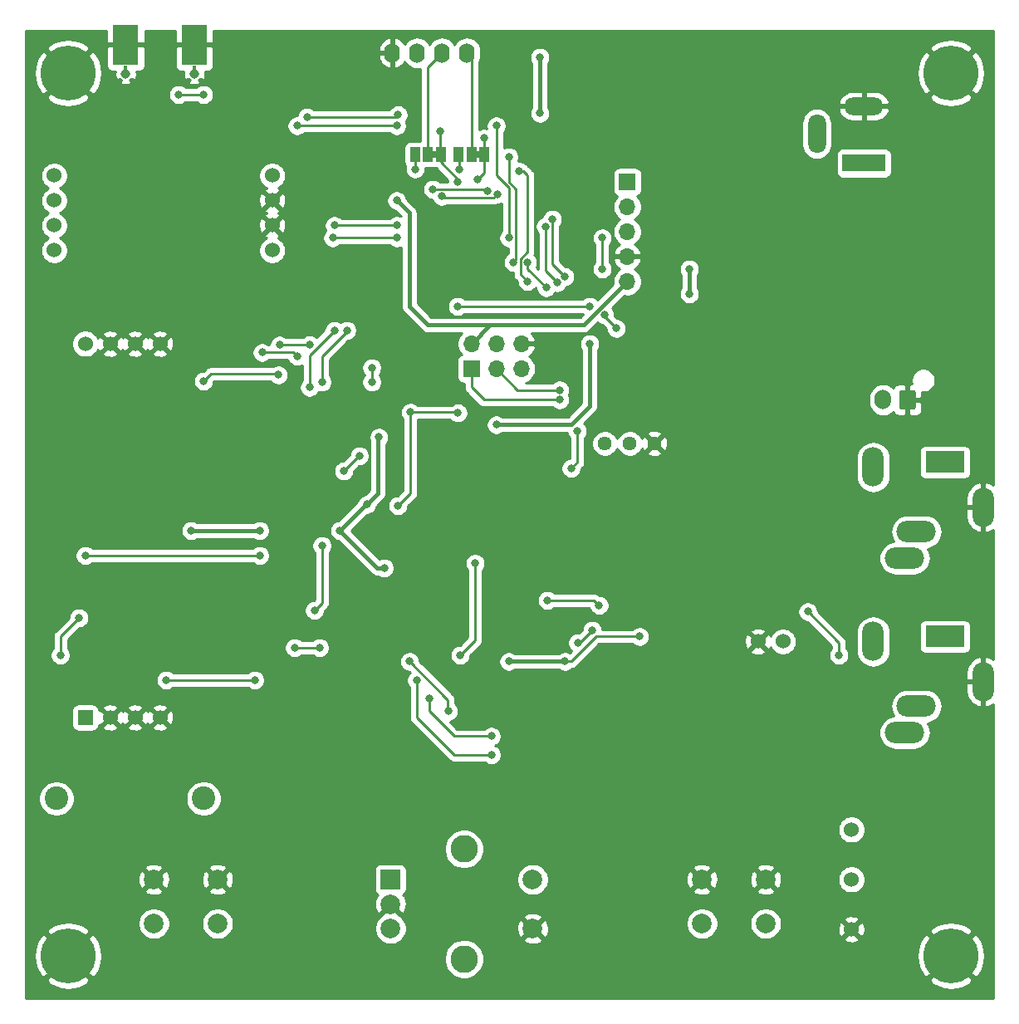
<source format=gbr>
%TF.GenerationSoftware,KiCad,Pcbnew,5.1.10*%
%TF.CreationDate,2021-06-16T16:49:43+02:00*%
%TF.ProjectId,uSDX,75534458-2e6b-4696-9361-645f70636258,rev?*%
%TF.SameCoordinates,Original*%
%TF.FileFunction,Copper,L2,Bot*%
%TF.FilePolarity,Positive*%
%FSLAX46Y46*%
G04 Gerber Fmt 4.6, Leading zero omitted, Abs format (unit mm)*
G04 Created by KiCad (PCBNEW 5.1.10) date 2021-06-16 16:49:43*
%MOMM*%
%LPD*%
G01*
G04 APERTURE LIST*
%TA.AperFunction,EtchedComponent*%
%ADD10C,0.100000*%
%TD*%
%TA.AperFunction,ComponentPad*%
%ADD11C,1.524000*%
%TD*%
%TA.AperFunction,ComponentPad*%
%ADD12C,2.400000*%
%TD*%
%TA.AperFunction,ComponentPad*%
%ADD13R,1.524000X1.524000*%
%TD*%
%TA.AperFunction,ComponentPad*%
%ADD14C,5.600000*%
%TD*%
%TA.AperFunction,ComponentPad*%
%ADD15O,2.200000X4.000000*%
%TD*%
%TA.AperFunction,ComponentPad*%
%ADD16O,4.000000X2.200000*%
%TD*%
%TA.AperFunction,ComponentPad*%
%ADD17R,4.000000X2.200000*%
%TD*%
%TA.AperFunction,ComponentPad*%
%ADD18C,1.440000*%
%TD*%
%TA.AperFunction,ComponentPad*%
%ADD19O,1.600000X2.000000*%
%TD*%
%TA.AperFunction,ComponentPad*%
%ADD20O,1.800000X4.000000*%
%TD*%
%TA.AperFunction,ComponentPad*%
%ADD21O,4.000000X1.800000*%
%TD*%
%TA.AperFunction,ComponentPad*%
%ADD22R,4.400000X1.800000*%
%TD*%
%TA.AperFunction,ComponentPad*%
%ADD23R,1.700000X1.700000*%
%TD*%
%TA.AperFunction,ComponentPad*%
%ADD24O,1.700000X1.700000*%
%TD*%
%TA.AperFunction,SMDPad,CuDef*%
%ADD25R,0.460000X0.890000*%
%TD*%
%TA.AperFunction,ComponentPad*%
%ADD26C,0.970000*%
%TD*%
%TA.AperFunction,SMDPad,CuDef*%
%ADD27R,2.665000X4.190000*%
%TD*%
%TA.AperFunction,SMDPad,CuDef*%
%ADD28R,1.000000X1.500000*%
%TD*%
%TA.AperFunction,ComponentPad*%
%ADD29O,1.700000X2.000000*%
%TD*%
%TA.AperFunction,ComponentPad*%
%ADD30C,2.000000*%
%TD*%
%TA.AperFunction,ComponentPad*%
%ADD31C,2.800000*%
%TD*%
%TA.AperFunction,ComponentPad*%
%ADD32R,2.000000X2.000000*%
%TD*%
%TA.AperFunction,ViaPad*%
%ADD33C,0.800000*%
%TD*%
%TA.AperFunction,Conductor*%
%ADD34C,0.250000*%
%TD*%
%TA.AperFunction,Conductor*%
%ADD35C,0.400000*%
%TD*%
%TA.AperFunction,Conductor*%
%ADD36C,0.254000*%
%TD*%
%TA.AperFunction,Conductor*%
%ADD37C,0.100000*%
%TD*%
G04 APERTURE END LIST*
D10*
%TO.C,JP1*%
G36*
X107580000Y91994000D02*
G01*
X107080000Y91994000D01*
X107080000Y91394000D01*
X107580000Y91394000D01*
X107580000Y91994000D01*
G37*
%TO.C,JP2*%
G36*
X112025000Y91994000D02*
G01*
X111525000Y91994000D01*
X111525000Y91394000D01*
X112025000Y91394000D01*
X112025000Y91994000D01*
G37*
%TD*%
D11*
%TO.P,SW2,3*%
%TO.N,N/C*%
X149860000Y22860000D03*
%TO.P,SW2,2*%
%TO.N,PB5*%
X149860000Y17780000D03*
%TO.P,SW2,1*%
%TO.N,GND*%
X149860000Y12700000D03*
%TD*%
D12*
%TO.P,L4,1*%
%TO.N,+12V*%
X83820000Y26035000D03*
%TO.P,L4,2*%
%TO.N,Net-(C16-Pad2)*%
X68820000Y26035000D03*
%TD*%
D11*
%TO.P,U7,3*%
%TO.N,GND*%
X74295000Y72390000D03*
X76835000Y72390000D03*
X79375000Y72390000D03*
%TO.P,U7,2*%
%TO.N,/RF/RF*%
X71755000Y72390000D03*
%TO.P,U7,3*%
%TO.N,GND*%
X79375000Y34290000D03*
X76835000Y34290000D03*
X74295000Y34290000D03*
D13*
%TO.P,U7,1*%
%TO.N,Net-(C16-Pad2)*%
X71755000Y34290000D03*
%TD*%
D14*
%TO.P,REF\u002A\u002A,*%
%TO.N,GND*%
X70000000Y100000000D03*
%TD*%
%TO.P,REF\u002A\u002A,*%
%TO.N,GND*%
X70000000Y10000000D03*
%TD*%
%TO.P,REF\u002A\u002A,*%
%TO.N,GND*%
X160000000Y10000000D03*
%TD*%
%TO.P,REF\u002A\u002A,*%
%TO.N,GND*%
X160000000Y100000000D03*
%TD*%
D15*
%TO.P,J6,S*%
%TO.N,GND*%
X163285000Y55725000D03*
D16*
%TO.P,J6,R*%
%TO.N,Net-(C34-Pad2)*%
X155285000Y50525000D03*
%TO.P,J6,RN*%
%TO.N,Net-(J6-PadRN)*%
X156485000Y53225000D03*
D15*
%TO.P,J6,TN*%
%TO.N,Net-(J6-PadTN)*%
X152085000Y59825000D03*
D17*
%TO.P,J6,T*%
%TO.N,Net-(C34-Pad2)*%
X159385000Y60325000D03*
%TD*%
D15*
%TO.P,J5,S*%
%TO.N,GND*%
X163285000Y37945000D03*
D16*
%TO.P,J5,R*%
%TO.N,PB5*%
X155285000Y32745000D03*
%TO.P,J5,RN*%
%TO.N,Net-(J5-PadRN)*%
X156485000Y35445000D03*
D15*
%TO.P,J5,TN*%
%TO.N,Net-(J5-PadTN)*%
X152085000Y42045000D03*
D17*
%TO.P,J5,T*%
%TO.N,PB4*%
X159385000Y42545000D03*
%TD*%
D18*
%TO.P,RV1,3*%
%TO.N,Net-(R23-Pad2)*%
X124714000Y62230000D03*
%TO.P,RV1,2*%
%TO.N,Net-(RV1-Pad2)*%
X127254000Y62230000D03*
%TO.P,RV1,1*%
%TO.N,GND*%
X129794000Y62230000D03*
%TD*%
D19*
%TO.P,Brd1,4*%
%TO.N,Net-(Brd1-Pad4)*%
X110680000Y102040000D03*
%TO.P,Brd1,3*%
%TO.N,Net-(Brd1-Pad3)*%
X108140000Y102040000D03*
%TO.P,Brd1,1*%
%TO.N,GND*%
X103060000Y102040000D03*
%TO.P,Brd1,2*%
%TO.N,+3V3*%
X105600000Y102040000D03*
%TD*%
D20*
%TO.P,J1,3*%
%TO.N,N/C*%
X146330000Y93805000D03*
D21*
%TO.P,J1,2*%
%TO.N,GND*%
X151130000Y96605000D03*
D22*
%TO.P,J1,1*%
%TO.N,Net-(F1-Pad2)*%
X151130000Y90805000D03*
%TD*%
D23*
%TO.P,J2,1*%
%TO.N,PD2*%
X127000000Y88900000D03*
D24*
%TO.P,J2,2*%
%TO.N,TX*%
X127000000Y86360000D03*
%TO.P,J2,3*%
%TO.N,RX*%
X127000000Y83820000D03*
%TO.P,J2,4*%
%TO.N,GND*%
X127000000Y81280000D03*
%TO.P,J2,5*%
%TO.N,VCC*%
X127000000Y78740000D03*
%TD*%
D23*
%TO.P,J3,1*%
%TO.N,PB4*%
X111125000Y69850000D03*
D24*
%TO.P,J3,2*%
%TO.N,VCC*%
X111125000Y72390000D03*
%TO.P,J3,3*%
%TO.N,PB5*%
X113665000Y69850000D03*
%TO.P,J3,4*%
%TO.N,PB3*%
X113665000Y72390000D03*
%TO.P,J3,5*%
%TO.N,RST*%
X116205000Y69850000D03*
%TO.P,J3,6*%
%TO.N,GND*%
X116205000Y72390000D03*
%TD*%
D25*
%TO.P,J4,2*%
%TO.N,GND*%
X75882500Y100330000D03*
D26*
X75882500Y99885000D03*
D27*
X82867500Y102870000D03*
X75882500Y102870000D03*
D26*
X82867500Y99885000D03*
D25*
X82867500Y100330000D03*
%TD*%
D28*
%TO.P,JP1,1*%
%TO.N,SCL*%
X107980000Y91694000D03*
%TO.P,JP1,3*%
%TO.N,PD3*%
X105380000Y91694000D03*
%TO.P,JP1,2*%
%TO.N,Net-(Brd1-Pad3)*%
X106680000Y91694000D03*
%TD*%
%TO.P,JP2,2*%
%TO.N,Net-(Brd1-Pad4)*%
X111125000Y91694000D03*
%TO.P,JP2,3*%
%TO.N,PD2*%
X109825000Y91694000D03*
%TO.P,JP2,1*%
%TO.N,SDA*%
X112425000Y91694000D03*
%TD*%
%TO.P,LS1,1*%
%TO.N,GND*%
%TA.AperFunction,ComponentPad*%
G36*
G01*
X156425000Y67425000D02*
X156425000Y65925000D01*
G75*
G02*
X156175000Y65675000I-250000J0D01*
G01*
X154975000Y65675000D01*
G75*
G02*
X154725000Y65925000I0J250000D01*
G01*
X154725000Y67425000D01*
G75*
G02*
X154975000Y67675000I250000J0D01*
G01*
X156175000Y67675000D01*
G75*
G02*
X156425000Y67425000I0J-250000D01*
G01*
G37*
%TD.AperFunction*%
D29*
%TO.P,LS1,2*%
%TO.N,Net-(J6-PadRN)*%
X153075000Y66675000D03*
%TD*%
D11*
%TO.P,MK1,1*%
%TO.N,GND*%
X140335000Y42037000D03*
%TO.P,MK1,2*%
%TO.N,Net-(J5-PadTN)*%
X142875000Y42037000D03*
%TD*%
D30*
%TO.P,SW1,S2*%
%TO.N,GND*%
X117370000Y12780000D03*
%TO.P,SW1,S1*%
%TO.N,PD4*%
X117370000Y17780000D03*
D31*
%TO.P,SW1,MP*%
%TO.N,N/C*%
X110370000Y9680000D03*
X110370000Y20880000D03*
D30*
%TO.P,SW1,B*%
%TO.N,PD7*%
X102870000Y12780000D03*
%TO.P,SW1,C*%
%TO.N,GND*%
X102870000Y15280000D03*
D32*
%TO.P,SW1,A*%
%TO.N,PD6*%
X102870000Y17780000D03*
%TD*%
D30*
%TO.P,SW3,1*%
%TO.N,GND*%
X85240000Y17780000D03*
%TO.P,SW3,2*%
%TO.N,PE0*%
X85240000Y13280000D03*
%TO.P,SW3,1*%
%TO.N,GND*%
X78740000Y17780000D03*
%TO.P,SW3,2*%
%TO.N,PE0*%
X78740000Y13280000D03*
%TD*%
%TO.P,SW4,2*%
%TO.N,PD5*%
X134620000Y13280000D03*
%TO.P,SW4,1*%
%TO.N,GND*%
X134620000Y17780000D03*
%TO.P,SW4,2*%
%TO.N,PD5*%
X141120000Y13280000D03*
%TO.P,SW4,1*%
%TO.N,GND*%
X141120000Y17780000D03*
%TD*%
D11*
%TO.P,T1,5*%
%TO.N,Net-(D4-Pad1)*%
X90805000Y81915000D03*
%TO.P,T1,4*%
%TO.N,GND*%
X90805000Y84455000D03*
X90805000Y86995000D03*
%TO.P,T1,3*%
%TO.N,/RF/RF*%
X90805000Y89535000D03*
%TO.P,T1,1*%
%TO.N,/SWR/RF_OUT*%
X68580000Y84455000D03*
X68580000Y89535000D03*
%TO.P,T1,2*%
%TO.N,Net-(D3-Pad1)*%
X68580000Y86995000D03*
X68580000Y81915000D03*
%TD*%
D33*
%TO.N,GND*%
X116840000Y47244000D03*
X120904000Y44704000D03*
X113792000Y44047500D03*
X104775000Y45720000D03*
X99695000Y39370000D03*
X117475000Y41275000D03*
X100330000Y86360000D03*
X138430000Y87630000D03*
X138430000Y88900000D03*
X138430000Y90170000D03*
X120650000Y84455000D03*
X110490000Y66675000D03*
%TO.N,+3V3*%
X104902000Y65405000D03*
X103632000Y55880000D03*
X109735028Y65350000D03*
X123190000Y72390000D03*
X113665000Y64135000D03*
X133350000Y77470000D03*
X133350000Y80010000D03*
X118110000Y95885000D03*
X118110000Y101600000D03*
%TO.N,VCC*%
X120650000Y40005000D03*
X128270000Y42545000D03*
X82550000Y53340000D03*
X89535000Y53340000D03*
X103505000Y86995000D03*
X100457000Y56007000D03*
X97700000Y53340000D03*
X101690000Y62865000D03*
X102235000Y49530000D03*
X114935000Y40005000D03*
%TO.N,AREF*%
X118745000Y78105000D03*
X116840000Y80689990D03*
X124132000Y45720000D03*
X118872000Y46228000D03*
%TO.N,RST*%
X116840000Y78740000D03*
X116009847Y89974847D03*
%TO.N,Net-(C16-Pad2)*%
X80010000Y38100000D03*
X89027000Y38100000D03*
%TO.N,PB0*%
X95123000Y45212000D03*
X95885000Y51816000D03*
X100965000Y69940000D03*
X100965000Y68490000D03*
X99695000Y60960000D03*
X98089552Y59425732D03*
%TO.N,Net-(C19-Pad2)*%
X95631000Y41402000D03*
X93091000Y41402000D03*
%TO.N,Net-(C20-Pad1)*%
X71120000Y44450000D03*
X69215000Y40640000D03*
%TO.N,Net-(C27-Pad1)*%
X106807000Y36195000D03*
X113157000Y32385000D03*
%TO.N,Net-(C28-Pad1)*%
X105537000Y38100000D03*
X113157000Y30480000D03*
%TO.N,Net-(C29-Pad1)*%
X104812000Y40005000D03*
X108802000Y34925000D03*
%TO.N,ADC0*%
X119864319Y78621356D03*
X118655000Y84365000D03*
%TO.N,ADC1*%
X123407000Y43180000D03*
X119380000Y85090000D03*
X121957000Y41910000D03*
X120650000Y79239990D03*
%TO.N,PB4*%
X120105000Y66675000D03*
%TO.N,ADC2*%
X121285000Y59690000D03*
X121920000Y63500000D03*
X124460000Y80010000D03*
X124460000Y83185000D03*
%TO.N,PB1*%
X109695000Y76200000D03*
X123190000Y76200000D03*
X124708186Y75316814D03*
X125895686Y73964314D03*
%TO.N,Net-(D3-Pad1)*%
X83820000Y97790000D03*
X81280000Y97790000D03*
%TO.N,TX*%
X107188000Y88138000D03*
X112793175Y87992001D03*
%TO.N,RX*%
X113792000Y87667000D03*
X108095000Y87426762D03*
%TO.N,PB5*%
X148590000Y40640000D03*
X145415000Y45095010D03*
X120105000Y67675003D03*
%TO.N,SCL*%
X109728000Y88900000D03*
X94615000Y67945000D03*
X97155000Y73750000D03*
X107950000Y94090010D03*
%TO.N,PD3*%
X105380000Y90200000D03*
%TO.N,PD2*%
X109855000Y90170000D03*
%TO.N,SDA*%
X111760000Y89154000D03*
X95885000Y68490000D03*
X98425000Y73750000D03*
X112395000Y93345000D03*
%TO.N,PB2*%
X83820000Y68580000D03*
X91440000Y69215000D03*
%TO.N,ADC6*%
X93345000Y94615000D03*
X103505000Y94615000D03*
X114935000Y91440000D03*
X115389999Y80689990D03*
%TO.N,ADC7*%
X94357347Y95507653D03*
X103647818Y95742182D03*
X113665000Y94615000D03*
X114935000Y83185000D03*
%TO.N,PD4*%
X103505000Y84455000D03*
X97155000Y84455000D03*
%TO.N,PD7*%
X89781809Y71508191D03*
X93345000Y71120000D03*
%TO.N,PD6*%
X91564462Y72265538D03*
X94615000Y72300000D03*
%TO.N,/PLL/CLK_TX*%
X89535000Y50800000D03*
X71755000Y50800000D03*
%TO.N,/PLL/CLK_I*%
X111492153Y50014847D03*
X109982000Y40640000D03*
%TO.N,PE0*%
X96985000Y83185000D03*
X103505000Y83185000D03*
%TD*%
D34*
%TO.N,Net-(Brd1-Pad4)*%
X111125000Y101595000D02*
X110680000Y102040000D01*
X111125000Y91694000D02*
X111125000Y101595000D01*
%TO.N,Net-(Brd1-Pad3)*%
X106680000Y100580000D02*
X108140000Y102040000D01*
X106680000Y91694000D02*
X106680000Y100580000D01*
%TO.N,+3V3*%
X104902000Y65405000D02*
X104902000Y57150000D01*
X104902000Y57150000D02*
X103632000Y55880000D01*
X109680028Y65405000D02*
X109735028Y65350000D01*
X104902000Y65405000D02*
X109680028Y65405000D01*
D35*
X123190000Y72390000D02*
X123190000Y68575998D01*
X123190000Y68575998D02*
X123190000Y66040000D01*
X123190000Y66040000D02*
X122555000Y65405000D01*
X121285000Y64135000D02*
X113665000Y64135000D01*
X122555000Y65405000D02*
X121285000Y64135000D01*
X133350000Y77470000D02*
X133350000Y80010000D01*
X118110000Y95885000D02*
X118110000Y101600000D01*
D34*
%TO.N,VCC*%
X121285000Y40005000D02*
X120650000Y40005000D01*
X123825000Y42545000D02*
X121285000Y40005000D01*
X128270000Y42545000D02*
X123825000Y42545000D01*
D35*
X127000000Y78740000D02*
X122555000Y74295000D01*
X113030000Y74295000D02*
X111125000Y72390000D01*
X122555000Y74295000D02*
X113030000Y74295000D01*
X113030000Y74295000D02*
X107950000Y74295000D01*
X107950000Y74295000D02*
X106680000Y74295000D01*
X106680000Y74295000D02*
X104775000Y76200000D01*
X104775000Y85725000D02*
X103505000Y86995000D01*
X104775000Y76200000D02*
X104775000Y85725000D01*
X100367000Y56007000D02*
X97700000Y53340000D01*
X100457000Y56007000D02*
X100367000Y56007000D01*
X100457000Y56007000D02*
X101600000Y57150000D01*
X101600000Y62775000D02*
X101690000Y62865000D01*
X101600000Y57150000D02*
X101600000Y62775000D01*
X82550000Y53340000D02*
X89535000Y53340000D01*
X101510000Y49530000D02*
X97700000Y53340000D01*
X102235000Y49530000D02*
X101510000Y49530000D01*
X114935000Y40005000D02*
X120650000Y40005000D01*
D34*
%TO.N,AREF*%
X118745000Y78105000D02*
X116840000Y80010000D01*
X116840000Y80010000D02*
X116840000Y80689990D01*
X123624000Y46228000D02*
X118872000Y46228000D01*
X124132000Y45720000D02*
X123624000Y46228000D01*
%TO.N,RST*%
X116840000Y81762992D02*
X116840000Y86995000D01*
X116114999Y81037991D02*
X116840000Y81762992D01*
X116114999Y79465001D02*
X116114999Y81037991D01*
X116840000Y78740000D02*
X116114999Y79465001D01*
X116840000Y86995000D02*
X116840000Y89535000D01*
X116400153Y89974847D02*
X116009847Y89974847D01*
X116840000Y89535000D02*
X116400153Y89974847D01*
%TO.N,Net-(C16-Pad2)*%
X86360000Y38100000D02*
X80010000Y38100000D01*
X89027000Y38100000D02*
X86360000Y38100000D01*
%TO.N,PB0*%
X95885000Y50292000D02*
X95885000Y51816000D01*
X95885000Y45974000D02*
X95885000Y50292000D01*
X95123000Y45212000D02*
X95885000Y45974000D01*
X100965000Y69940000D02*
X100965000Y68580000D01*
X100965000Y68580000D02*
X100965000Y68490000D01*
X99623820Y60960000D02*
X98089552Y59425732D01*
X99695000Y60960000D02*
X99623820Y60960000D01*
%TO.N,Net-(C19-Pad2)*%
X95631000Y41402000D02*
X93091000Y41402000D01*
%TO.N,Net-(C20-Pad1)*%
X71120000Y44450000D02*
X69215000Y42545000D01*
X69215000Y42545000D02*
X69215000Y40640000D01*
%TO.N,Net-(C27-Pad1)*%
X106807000Y36195000D02*
X106807000Y34925000D01*
X106807000Y34925000D02*
X109347000Y32385000D01*
X109347000Y32385000D02*
X113157000Y32385000D01*
%TO.N,Net-(C28-Pad1)*%
X105537000Y38100000D02*
X105537000Y34290000D01*
X105537000Y34290000D02*
X109347000Y30480000D01*
X109347000Y30480000D02*
X113157000Y30480000D01*
%TO.N,Net-(C29-Pad1)*%
X104812000Y40005000D02*
X108712000Y36105000D01*
X108712000Y36105000D02*
X108712000Y34925000D01*
X108712000Y34925000D02*
X108802000Y34925000D01*
%TO.N,ADC0*%
X118655000Y79830675D02*
X118655000Y84365000D01*
X119864319Y78621356D02*
X118655000Y79830675D01*
%TO.N,ADC1*%
X120650000Y79239990D02*
X119380000Y80509990D01*
X119380000Y80509990D02*
X119380000Y85090000D01*
X121957000Y41910000D02*
X122137000Y41910000D01*
X122137000Y41910000D02*
X123407000Y43180000D01*
%TO.N,PB4*%
X111125000Y67945000D02*
X111125000Y69850000D01*
X112395000Y66675000D02*
X111125000Y67945000D01*
X120105000Y66675000D02*
X112395000Y66675000D01*
%TO.N,ADC2*%
X121920000Y60325000D02*
X121920000Y63500000D01*
X121285000Y59690000D02*
X121920000Y60325000D01*
X124460000Y80010000D02*
X124460000Y83185000D01*
%TO.N,PB1*%
X109695000Y76200000D02*
X123190000Y76200000D01*
X124708186Y75151814D02*
X125895686Y73964314D01*
X124708186Y75316814D02*
X124708186Y75151814D01*
%TO.N,Net-(D3-Pad1)*%
X83820000Y97790000D02*
X81280000Y97790000D01*
%TO.N,TX*%
X107201763Y88151763D02*
X107188000Y88138000D01*
X112597239Y88151763D02*
X107201763Y88151763D01*
X112757001Y87992001D02*
X112597239Y88151763D01*
X112793175Y87992001D02*
X112757001Y87992001D01*
%TO.N,RX*%
X108254761Y87267001D02*
X108095000Y87426762D01*
X113392001Y87267001D02*
X108254761Y87267001D01*
X113792000Y87667000D02*
X113392001Y87267001D01*
%TO.N,PB5*%
X148590000Y40640000D02*
X148590000Y41910000D01*
X145415000Y45085000D02*
X145415000Y45095010D01*
X148590000Y41910000D02*
X145415000Y45085000D01*
X115839997Y67675003D02*
X113665000Y69850000D01*
X120105000Y67675003D02*
X115839997Y67675003D01*
%TO.N,SCL*%
X107980000Y91694000D02*
X107980000Y90902000D01*
X107980000Y90902000D02*
X109728000Y89154000D01*
X94615000Y67945000D02*
X94615000Y71226998D01*
X94631998Y71226998D02*
X97155000Y73750000D01*
X94615000Y71226998D02*
X94631998Y71226998D01*
X107950000Y91724000D02*
X107980000Y91694000D01*
X107950000Y94090010D02*
X107950000Y91724000D01*
%TO.N,PD3*%
X105380000Y91694000D02*
X105380000Y90200000D01*
%TO.N,PD2*%
X109855000Y90699847D02*
X109855000Y91664000D01*
X109855000Y91664000D02*
X109825000Y91694000D01*
X109855000Y90170000D02*
X109855000Y91664000D01*
%TO.N,SDA*%
X112425000Y91694000D02*
X112425000Y89819000D01*
X112425000Y89819000D02*
X111760000Y89154000D01*
X95885000Y68490000D02*
X95885000Y71120000D01*
X98425000Y73660000D02*
X98425000Y73750000D01*
X95885000Y71120000D02*
X98425000Y73660000D01*
X112395000Y91724000D02*
X112425000Y91694000D01*
X112395000Y93345000D02*
X112395000Y91724000D01*
%TO.N,PB2*%
X83820000Y68580000D02*
X84582000Y69342000D01*
X84582000Y69342000D02*
X86190000Y69342000D01*
X91313000Y69342000D02*
X91440000Y69215000D01*
X86190000Y69342000D02*
X91313000Y69342000D01*
%TO.N,ADC6*%
X93345000Y94615000D02*
X103505000Y94615000D01*
X115660001Y80959992D02*
X115389999Y80689990D01*
X115660001Y88176409D02*
X115660001Y80959992D01*
X114935000Y88901410D02*
X115660001Y88176409D01*
X114935000Y91440000D02*
X114935000Y88901410D01*
%TO.N,ADC7*%
X103413289Y95507653D02*
X103647818Y95742182D01*
X94357347Y95507653D02*
X103413289Y95507653D01*
X113665000Y94615000D02*
X113665000Y89535000D01*
X113665000Y89535000D02*
X114935000Y88265000D01*
X114935000Y88265000D02*
X114935000Y84455000D01*
X114935000Y84455000D02*
X114935000Y83185000D01*
%TO.N,PD4*%
X98335000Y84455000D02*
X103505000Y84455000D01*
X97155000Y84455000D02*
X98335000Y84455000D01*
%TO.N,PD7*%
X92956809Y71508191D02*
X93345000Y71120000D01*
X89781809Y71508191D02*
X92956809Y71508191D01*
%TO.N,PD6*%
X94580538Y72265538D02*
X94615000Y72300000D01*
X91564462Y72265538D02*
X94580538Y72265538D01*
%TO.N,/PLL/CLK_TX*%
X88265000Y50800000D02*
X71755000Y50800000D01*
X88265000Y50800000D02*
X89535000Y50800000D01*
%TO.N,/PLL/CLK_I*%
X111492153Y50014847D02*
X111492153Y42150153D01*
X111492153Y42150153D02*
X109982000Y40640000D01*
%TO.N,PE0*%
X96985000Y83185000D02*
X103505000Y83185000D01*
%TD*%
D36*
%TO.N,GND*%
X73915000Y103155750D02*
X74073750Y102997000D01*
X75755500Y102997000D01*
X75755500Y103017000D01*
X76009500Y103017000D01*
X76009500Y102997000D01*
X77691250Y102997000D01*
X77850000Y103155750D01*
X77852011Y104340000D01*
X80897989Y104340000D01*
X80900000Y103155750D01*
X81058750Y102997000D01*
X82740500Y102997000D01*
X82740500Y103017000D01*
X82994500Y103017000D01*
X82994500Y102997000D01*
X84676250Y102997000D01*
X84835000Y103155750D01*
X84837011Y104340000D01*
X164340001Y104340000D01*
X164340001Y57999472D01*
X164143317Y58138157D01*
X163831622Y58276531D01*
X163681122Y58314175D01*
X163412000Y58196125D01*
X163412000Y55852000D01*
X163432000Y55852000D01*
X163432000Y55598000D01*
X163412000Y55598000D01*
X163412000Y53253875D01*
X163681122Y53135825D01*
X163831622Y53173469D01*
X164143317Y53311843D01*
X164340000Y53450528D01*
X164340000Y40219472D01*
X164143317Y40358157D01*
X163831622Y40496531D01*
X163681122Y40534175D01*
X163412000Y40416125D01*
X163412000Y38072000D01*
X163432000Y38072000D01*
X163432000Y37818000D01*
X163412000Y37818000D01*
X163412000Y35473875D01*
X163681122Y35355825D01*
X163831622Y35393469D01*
X164143317Y35531843D01*
X164340000Y35670528D01*
X164340000Y5660000D01*
X65660000Y5660000D01*
X65660000Y7583519D01*
X67763124Y7583519D01*
X68075308Y7134823D01*
X68671259Y6814388D01*
X69318273Y6616374D01*
X69991484Y6548390D01*
X70665023Y6613051D01*
X71313006Y6807870D01*
X71910530Y7125361D01*
X71924692Y7134823D01*
X72236876Y7583519D01*
X157763124Y7583519D01*
X158075308Y7134823D01*
X158671259Y6814388D01*
X159318273Y6616374D01*
X159991484Y6548390D01*
X160665023Y6613051D01*
X161313006Y6807870D01*
X161910530Y7125361D01*
X161924692Y7134823D01*
X162236876Y7583519D01*
X160000000Y9820395D01*
X157763124Y7583519D01*
X72236876Y7583519D01*
X70000000Y9820395D01*
X67763124Y7583519D01*
X65660000Y7583519D01*
X65660000Y10008516D01*
X66548390Y10008516D01*
X66613051Y9334977D01*
X66807870Y8686994D01*
X67125361Y8089470D01*
X67134823Y8075308D01*
X67583519Y7763124D01*
X69820395Y10000000D01*
X70179605Y10000000D01*
X72416481Y7763124D01*
X72865177Y8075308D01*
X73185612Y8671259D01*
X73383626Y9318273D01*
X73440395Y9880430D01*
X108335000Y9880430D01*
X108335000Y9479570D01*
X108413204Y9086413D01*
X108566607Y8716066D01*
X108789313Y8382763D01*
X109072763Y8099313D01*
X109406066Y7876607D01*
X109776413Y7723204D01*
X110169570Y7645000D01*
X110570430Y7645000D01*
X110963587Y7723204D01*
X111333934Y7876607D01*
X111667237Y8099313D01*
X111950687Y8382763D01*
X112173393Y8716066D01*
X112326796Y9086413D01*
X112405000Y9479570D01*
X112405000Y9880430D01*
X112379523Y10008516D01*
X156548390Y10008516D01*
X156613051Y9334977D01*
X156807870Y8686994D01*
X157125361Y8089470D01*
X157134823Y8075308D01*
X157583519Y7763124D01*
X159820395Y10000000D01*
X160179605Y10000000D01*
X162416481Y7763124D01*
X162865177Y8075308D01*
X163185612Y8671259D01*
X163383626Y9318273D01*
X163451610Y9991484D01*
X163386949Y10665023D01*
X163192130Y11313006D01*
X162874639Y11910530D01*
X162865177Y11924692D01*
X162416481Y12236876D01*
X160179605Y10000000D01*
X159820395Y10000000D01*
X157583519Y12236876D01*
X157134823Y11924692D01*
X156814388Y11328741D01*
X156616374Y10681727D01*
X156548390Y10008516D01*
X112379523Y10008516D01*
X112326796Y10273587D01*
X112173393Y10643934D01*
X111950687Y10977237D01*
X111667237Y11260687D01*
X111333934Y11483393D01*
X110963587Y11636796D01*
X110924420Y11644587D01*
X116414192Y11644587D01*
X116509956Y11380186D01*
X116799571Y11239296D01*
X117111108Y11157616D01*
X117432595Y11138282D01*
X117751675Y11182039D01*
X118056088Y11287205D01*
X118230044Y11380186D01*
X118325808Y11644587D01*
X117370000Y12600395D01*
X116414192Y11644587D01*
X110924420Y11644587D01*
X110570430Y11715000D01*
X110169570Y11715000D01*
X109776413Y11636796D01*
X109406066Y11483393D01*
X109072763Y11260687D01*
X108789313Y10977237D01*
X108566607Y10643934D01*
X108413204Y10273587D01*
X108335000Y9880430D01*
X73440395Y9880430D01*
X73451610Y9991484D01*
X73386949Y10665023D01*
X73192130Y11313006D01*
X72874639Y11910530D01*
X72865177Y11924692D01*
X72416481Y12236876D01*
X70179605Y10000000D01*
X69820395Y10000000D01*
X67583519Y12236876D01*
X67134823Y11924692D01*
X66814388Y11328741D01*
X66616374Y10681727D01*
X66548390Y10008516D01*
X65660000Y10008516D01*
X65660000Y12416481D01*
X67763124Y12416481D01*
X70000000Y10179605D01*
X72236876Y12416481D01*
X71924692Y12865177D01*
X71328741Y13185612D01*
X70681727Y13383626D01*
X70113255Y13441033D01*
X77105000Y13441033D01*
X77105000Y13118967D01*
X77167832Y12803088D01*
X77291082Y12505537D01*
X77470013Y12237748D01*
X77697748Y12010013D01*
X77965537Y11831082D01*
X78263088Y11707832D01*
X78578967Y11645000D01*
X78901033Y11645000D01*
X79216912Y11707832D01*
X79514463Y11831082D01*
X79782252Y12010013D01*
X80009987Y12237748D01*
X80188918Y12505537D01*
X80312168Y12803088D01*
X80375000Y13118967D01*
X80375000Y13441033D01*
X83605000Y13441033D01*
X83605000Y13118967D01*
X83667832Y12803088D01*
X83791082Y12505537D01*
X83970013Y12237748D01*
X84197748Y12010013D01*
X84465537Y11831082D01*
X84763088Y11707832D01*
X85078967Y11645000D01*
X85401033Y11645000D01*
X85716912Y11707832D01*
X86014463Y11831082D01*
X86282252Y12010013D01*
X86509987Y12237748D01*
X86688918Y12505537D01*
X86812168Y12803088D01*
X86839606Y12941033D01*
X101235000Y12941033D01*
X101235000Y12618967D01*
X101297832Y12303088D01*
X101421082Y12005537D01*
X101600013Y11737748D01*
X101827748Y11510013D01*
X102095537Y11331082D01*
X102393088Y11207832D01*
X102708967Y11145000D01*
X103031033Y11145000D01*
X103346912Y11207832D01*
X103644463Y11331082D01*
X103912252Y11510013D01*
X104139987Y11737748D01*
X104318918Y12005537D01*
X104442168Y12303088D01*
X104505000Y12618967D01*
X104505000Y12717405D01*
X115728282Y12717405D01*
X115772039Y12398325D01*
X115877205Y12093912D01*
X115970186Y11919956D01*
X116234587Y11824192D01*
X117190395Y12780000D01*
X117549605Y12780000D01*
X118505413Y11824192D01*
X118769814Y11919956D01*
X118910704Y12209571D01*
X118992384Y12521108D01*
X119011718Y12842595D01*
X118967961Y13161675D01*
X118871451Y13441033D01*
X132985000Y13441033D01*
X132985000Y13118967D01*
X133047832Y12803088D01*
X133171082Y12505537D01*
X133350013Y12237748D01*
X133577748Y12010013D01*
X133845537Y11831082D01*
X134143088Y11707832D01*
X134458967Y11645000D01*
X134781033Y11645000D01*
X135096912Y11707832D01*
X135394463Y11831082D01*
X135662252Y12010013D01*
X135889987Y12237748D01*
X136068918Y12505537D01*
X136192168Y12803088D01*
X136255000Y13118967D01*
X136255000Y13441033D01*
X139485000Y13441033D01*
X139485000Y13118967D01*
X139547832Y12803088D01*
X139671082Y12505537D01*
X139850013Y12237748D01*
X140077748Y12010013D01*
X140345537Y11831082D01*
X140643088Y11707832D01*
X140958967Y11645000D01*
X141281033Y11645000D01*
X141596912Y11707832D01*
X141661137Y11734435D01*
X149074040Y11734435D01*
X149141020Y11494344D01*
X149390048Y11377244D01*
X149657135Y11310977D01*
X149932017Y11298090D01*
X150204133Y11339078D01*
X150463023Y11432364D01*
X150578980Y11494344D01*
X150645960Y11734435D01*
X149860000Y12520395D01*
X149074040Y11734435D01*
X141661137Y11734435D01*
X141894463Y11831082D01*
X142162252Y12010013D01*
X142389987Y12237748D01*
X142568918Y12505537D01*
X142619636Y12627983D01*
X148458090Y12627983D01*
X148499078Y12355867D01*
X148592364Y12096977D01*
X148654344Y11981020D01*
X148894435Y11914040D01*
X149680395Y12700000D01*
X150039605Y12700000D01*
X150825565Y11914040D01*
X151065656Y11981020D01*
X151182756Y12230048D01*
X151229011Y12416481D01*
X157763124Y12416481D01*
X160000000Y10179605D01*
X162236876Y12416481D01*
X161924692Y12865177D01*
X161328741Y13185612D01*
X160681727Y13383626D01*
X160008516Y13451610D01*
X159334977Y13386949D01*
X158686994Y13192130D01*
X158089470Y12874639D01*
X158075308Y12865177D01*
X157763124Y12416481D01*
X151229011Y12416481D01*
X151249023Y12497135D01*
X151261910Y12772017D01*
X151220922Y13044133D01*
X151127636Y13303023D01*
X151065656Y13418980D01*
X150825565Y13485960D01*
X150039605Y12700000D01*
X149680395Y12700000D01*
X148894435Y13485960D01*
X148654344Y13418980D01*
X148537244Y13169952D01*
X148470977Y12902865D01*
X148458090Y12627983D01*
X142619636Y12627983D01*
X142692168Y12803088D01*
X142755000Y13118967D01*
X142755000Y13441033D01*
X142710338Y13665565D01*
X149074040Y13665565D01*
X149860000Y12879605D01*
X150645960Y13665565D01*
X150578980Y13905656D01*
X150329952Y14022756D01*
X150062865Y14089023D01*
X149787983Y14101910D01*
X149515867Y14060922D01*
X149256977Y13967636D01*
X149141020Y13905656D01*
X149074040Y13665565D01*
X142710338Y13665565D01*
X142692168Y13756912D01*
X142568918Y14054463D01*
X142389987Y14322252D01*
X142162252Y14549987D01*
X141894463Y14728918D01*
X141596912Y14852168D01*
X141281033Y14915000D01*
X140958967Y14915000D01*
X140643088Y14852168D01*
X140345537Y14728918D01*
X140077748Y14549987D01*
X139850013Y14322252D01*
X139671082Y14054463D01*
X139547832Y13756912D01*
X139485000Y13441033D01*
X136255000Y13441033D01*
X136192168Y13756912D01*
X136068918Y14054463D01*
X135889987Y14322252D01*
X135662252Y14549987D01*
X135394463Y14728918D01*
X135096912Y14852168D01*
X134781033Y14915000D01*
X134458967Y14915000D01*
X134143088Y14852168D01*
X133845537Y14728918D01*
X133577748Y14549987D01*
X133350013Y14322252D01*
X133171082Y14054463D01*
X133047832Y13756912D01*
X132985000Y13441033D01*
X118871451Y13441033D01*
X118862795Y13466088D01*
X118769814Y13640044D01*
X118505413Y13735808D01*
X117549605Y12780000D01*
X117190395Y12780000D01*
X116234587Y13735808D01*
X115970186Y13640044D01*
X115829296Y13350429D01*
X115747616Y13038892D01*
X115728282Y12717405D01*
X104505000Y12717405D01*
X104505000Y12941033D01*
X104442168Y13256912D01*
X104318918Y13554463D01*
X104139987Y13822252D01*
X104046826Y13915413D01*
X116414192Y13915413D01*
X117370000Y12959605D01*
X118325808Y13915413D01*
X118230044Y14179814D01*
X117940429Y14320704D01*
X117628892Y14402384D01*
X117307405Y14421718D01*
X116988325Y14377961D01*
X116683912Y14272795D01*
X116509956Y14179814D01*
X116414192Y13915413D01*
X104046826Y13915413D01*
X103912252Y14049987D01*
X103815065Y14114925D01*
X103825808Y14144587D01*
X102870000Y15100395D01*
X101914192Y14144587D01*
X101924935Y14114925D01*
X101827748Y14049987D01*
X101600013Y13822252D01*
X101421082Y13554463D01*
X101297832Y13256912D01*
X101235000Y12941033D01*
X86839606Y12941033D01*
X86875000Y13118967D01*
X86875000Y13441033D01*
X86812168Y13756912D01*
X86688918Y14054463D01*
X86509987Y14322252D01*
X86282252Y14549987D01*
X86014463Y14728918D01*
X85716912Y14852168D01*
X85401033Y14915000D01*
X85078967Y14915000D01*
X84763088Y14852168D01*
X84465537Y14728918D01*
X84197748Y14549987D01*
X83970013Y14322252D01*
X83791082Y14054463D01*
X83667832Y13756912D01*
X83605000Y13441033D01*
X80375000Y13441033D01*
X80312168Y13756912D01*
X80188918Y14054463D01*
X80009987Y14322252D01*
X79782252Y14549987D01*
X79514463Y14728918D01*
X79216912Y14852168D01*
X78901033Y14915000D01*
X78578967Y14915000D01*
X78263088Y14852168D01*
X77965537Y14728918D01*
X77697748Y14549987D01*
X77470013Y14322252D01*
X77291082Y14054463D01*
X77167832Y13756912D01*
X77105000Y13441033D01*
X70113255Y13441033D01*
X70008516Y13451610D01*
X69334977Y13386949D01*
X68686994Y13192130D01*
X68089470Y12874639D01*
X68075308Y12865177D01*
X67763124Y12416481D01*
X65660000Y12416481D01*
X65660000Y15217405D01*
X101228282Y15217405D01*
X101272039Y14898325D01*
X101377205Y14593912D01*
X101470186Y14419956D01*
X101734587Y14324192D01*
X102690395Y15280000D01*
X102676253Y15294143D01*
X102855858Y15473748D01*
X102870000Y15459605D01*
X102884143Y15473748D01*
X103063748Y15294143D01*
X103049605Y15280000D01*
X104005413Y14324192D01*
X104269814Y14419956D01*
X104410704Y14709571D01*
X104492384Y15021108D01*
X104511718Y15342595D01*
X104467961Y15661675D01*
X104362795Y15966088D01*
X104269814Y16140044D01*
X104120777Y16194024D01*
X104224494Y16249463D01*
X104321185Y16328815D01*
X104400537Y16425506D01*
X104459502Y16535820D01*
X104495812Y16655518D01*
X104508072Y16780000D01*
X104508072Y17941033D01*
X115735000Y17941033D01*
X115735000Y17618967D01*
X115797832Y17303088D01*
X115921082Y17005537D01*
X116100013Y16737748D01*
X116327748Y16510013D01*
X116595537Y16331082D01*
X116893088Y16207832D01*
X117208967Y16145000D01*
X117531033Y16145000D01*
X117846912Y16207832D01*
X118144463Y16331082D01*
X118412252Y16510013D01*
X118546826Y16644587D01*
X133664192Y16644587D01*
X133759956Y16380186D01*
X134049571Y16239296D01*
X134361108Y16157616D01*
X134682595Y16138282D01*
X135001675Y16182039D01*
X135306088Y16287205D01*
X135480044Y16380186D01*
X135575808Y16644587D01*
X140164192Y16644587D01*
X140259956Y16380186D01*
X140549571Y16239296D01*
X140861108Y16157616D01*
X141182595Y16138282D01*
X141501675Y16182039D01*
X141806088Y16287205D01*
X141980044Y16380186D01*
X142075808Y16644587D01*
X141120000Y17600395D01*
X140164192Y16644587D01*
X135575808Y16644587D01*
X134620000Y17600395D01*
X133664192Y16644587D01*
X118546826Y16644587D01*
X118639987Y16737748D01*
X118818918Y17005537D01*
X118942168Y17303088D01*
X119005000Y17618967D01*
X119005000Y17717405D01*
X132978282Y17717405D01*
X133022039Y17398325D01*
X133127205Y17093912D01*
X133220186Y16919956D01*
X133484587Y16824192D01*
X134440395Y17780000D01*
X134799605Y17780000D01*
X135755413Y16824192D01*
X136019814Y16919956D01*
X136160704Y17209571D01*
X136242384Y17521108D01*
X136254189Y17717405D01*
X139478282Y17717405D01*
X139522039Y17398325D01*
X139627205Y17093912D01*
X139720186Y16919956D01*
X139984587Y16824192D01*
X140940395Y17780000D01*
X141299605Y17780000D01*
X142255413Y16824192D01*
X142519814Y16919956D01*
X142660704Y17209571D01*
X142742384Y17521108D01*
X142761718Y17842595D01*
X142751434Y17917592D01*
X148463000Y17917592D01*
X148463000Y17642408D01*
X148516686Y17372510D01*
X148621995Y17118273D01*
X148774880Y16889465D01*
X148969465Y16694880D01*
X149198273Y16541995D01*
X149452510Y16436686D01*
X149722408Y16383000D01*
X149997592Y16383000D01*
X150267490Y16436686D01*
X150521727Y16541995D01*
X150750535Y16694880D01*
X150945120Y16889465D01*
X151098005Y17118273D01*
X151203314Y17372510D01*
X151257000Y17642408D01*
X151257000Y17917592D01*
X151203314Y18187490D01*
X151098005Y18441727D01*
X150945120Y18670535D01*
X150750535Y18865120D01*
X150521727Y19018005D01*
X150267490Y19123314D01*
X149997592Y19177000D01*
X149722408Y19177000D01*
X149452510Y19123314D01*
X149198273Y19018005D01*
X148969465Y18865120D01*
X148774880Y18670535D01*
X148621995Y18441727D01*
X148516686Y18187490D01*
X148463000Y17917592D01*
X142751434Y17917592D01*
X142717961Y18161675D01*
X142612795Y18466088D01*
X142519814Y18640044D01*
X142255413Y18735808D01*
X141299605Y17780000D01*
X140940395Y17780000D01*
X139984587Y18735808D01*
X139720186Y18640044D01*
X139579296Y18350429D01*
X139497616Y18038892D01*
X139478282Y17717405D01*
X136254189Y17717405D01*
X136261718Y17842595D01*
X136217961Y18161675D01*
X136112795Y18466088D01*
X136019814Y18640044D01*
X135755413Y18735808D01*
X134799605Y17780000D01*
X134440395Y17780000D01*
X133484587Y18735808D01*
X133220186Y18640044D01*
X133079296Y18350429D01*
X132997616Y18038892D01*
X132978282Y17717405D01*
X119005000Y17717405D01*
X119005000Y17941033D01*
X118942168Y18256912D01*
X118818918Y18554463D01*
X118639987Y18822252D01*
X118546826Y18915413D01*
X133664192Y18915413D01*
X134620000Y17959605D01*
X135575808Y18915413D01*
X140164192Y18915413D01*
X141120000Y17959605D01*
X142075808Y18915413D01*
X141980044Y19179814D01*
X141690429Y19320704D01*
X141378892Y19402384D01*
X141057405Y19421718D01*
X140738325Y19377961D01*
X140433912Y19272795D01*
X140259956Y19179814D01*
X140164192Y18915413D01*
X135575808Y18915413D01*
X135480044Y19179814D01*
X135190429Y19320704D01*
X134878892Y19402384D01*
X134557405Y19421718D01*
X134238325Y19377961D01*
X133933912Y19272795D01*
X133759956Y19179814D01*
X133664192Y18915413D01*
X118546826Y18915413D01*
X118412252Y19049987D01*
X118144463Y19228918D01*
X117846912Y19352168D01*
X117531033Y19415000D01*
X117208967Y19415000D01*
X116893088Y19352168D01*
X116595537Y19228918D01*
X116327748Y19049987D01*
X116100013Y18822252D01*
X115921082Y18554463D01*
X115797832Y18256912D01*
X115735000Y17941033D01*
X104508072Y17941033D01*
X104508072Y18780000D01*
X104495812Y18904482D01*
X104459502Y19024180D01*
X104400537Y19134494D01*
X104321185Y19231185D01*
X104224494Y19310537D01*
X104114180Y19369502D01*
X103994482Y19405812D01*
X103870000Y19418072D01*
X101870000Y19418072D01*
X101745518Y19405812D01*
X101625820Y19369502D01*
X101515506Y19310537D01*
X101418815Y19231185D01*
X101339463Y19134494D01*
X101280498Y19024180D01*
X101244188Y18904482D01*
X101231928Y18780000D01*
X101231928Y16780000D01*
X101244188Y16655518D01*
X101280498Y16535820D01*
X101339463Y16425506D01*
X101418815Y16328815D01*
X101515506Y16249463D01*
X101619223Y16194024D01*
X101470186Y16140044D01*
X101329296Y15850429D01*
X101247616Y15538892D01*
X101228282Y15217405D01*
X65660000Y15217405D01*
X65660000Y16644587D01*
X77784192Y16644587D01*
X77879956Y16380186D01*
X78169571Y16239296D01*
X78481108Y16157616D01*
X78802595Y16138282D01*
X79121675Y16182039D01*
X79426088Y16287205D01*
X79600044Y16380186D01*
X79695808Y16644587D01*
X84284192Y16644587D01*
X84379956Y16380186D01*
X84669571Y16239296D01*
X84981108Y16157616D01*
X85302595Y16138282D01*
X85621675Y16182039D01*
X85926088Y16287205D01*
X86100044Y16380186D01*
X86195808Y16644587D01*
X85240000Y17600395D01*
X84284192Y16644587D01*
X79695808Y16644587D01*
X78740000Y17600395D01*
X77784192Y16644587D01*
X65660000Y16644587D01*
X65660000Y17717405D01*
X77098282Y17717405D01*
X77142039Y17398325D01*
X77247205Y17093912D01*
X77340186Y16919956D01*
X77604587Y16824192D01*
X78560395Y17780000D01*
X78919605Y17780000D01*
X79875413Y16824192D01*
X80139814Y16919956D01*
X80280704Y17209571D01*
X80362384Y17521108D01*
X80374189Y17717405D01*
X83598282Y17717405D01*
X83642039Y17398325D01*
X83747205Y17093912D01*
X83840186Y16919956D01*
X84104587Y16824192D01*
X85060395Y17780000D01*
X85419605Y17780000D01*
X86375413Y16824192D01*
X86639814Y16919956D01*
X86780704Y17209571D01*
X86862384Y17521108D01*
X86881718Y17842595D01*
X86837961Y18161675D01*
X86732795Y18466088D01*
X86639814Y18640044D01*
X86375413Y18735808D01*
X85419605Y17780000D01*
X85060395Y17780000D01*
X84104587Y18735808D01*
X83840186Y18640044D01*
X83699296Y18350429D01*
X83617616Y18038892D01*
X83598282Y17717405D01*
X80374189Y17717405D01*
X80381718Y17842595D01*
X80337961Y18161675D01*
X80232795Y18466088D01*
X80139814Y18640044D01*
X79875413Y18735808D01*
X78919605Y17780000D01*
X78560395Y17780000D01*
X77604587Y18735808D01*
X77340186Y18640044D01*
X77199296Y18350429D01*
X77117616Y18038892D01*
X77098282Y17717405D01*
X65660000Y17717405D01*
X65660000Y18915413D01*
X77784192Y18915413D01*
X78740000Y17959605D01*
X79695808Y18915413D01*
X84284192Y18915413D01*
X85240000Y17959605D01*
X86195808Y18915413D01*
X86100044Y19179814D01*
X85810429Y19320704D01*
X85498892Y19402384D01*
X85177405Y19421718D01*
X84858325Y19377961D01*
X84553912Y19272795D01*
X84379956Y19179814D01*
X84284192Y18915413D01*
X79695808Y18915413D01*
X79600044Y19179814D01*
X79310429Y19320704D01*
X78998892Y19402384D01*
X78677405Y19421718D01*
X78358325Y19377961D01*
X78053912Y19272795D01*
X77879956Y19179814D01*
X77784192Y18915413D01*
X65660000Y18915413D01*
X65660000Y21080430D01*
X108335000Y21080430D01*
X108335000Y20679570D01*
X108413204Y20286413D01*
X108566607Y19916066D01*
X108789313Y19582763D01*
X109072763Y19299313D01*
X109406066Y19076607D01*
X109776413Y18923204D01*
X110169570Y18845000D01*
X110570430Y18845000D01*
X110963587Y18923204D01*
X111333934Y19076607D01*
X111667237Y19299313D01*
X111950687Y19582763D01*
X112173393Y19916066D01*
X112326796Y20286413D01*
X112405000Y20679570D01*
X112405000Y21080430D01*
X112326796Y21473587D01*
X112173393Y21843934D01*
X111950687Y22177237D01*
X111667237Y22460687D01*
X111333934Y22683393D01*
X110963587Y22836796D01*
X110570430Y22915000D01*
X110169570Y22915000D01*
X109776413Y22836796D01*
X109406066Y22683393D01*
X109072763Y22460687D01*
X108789313Y22177237D01*
X108566607Y21843934D01*
X108413204Y21473587D01*
X108335000Y21080430D01*
X65660000Y21080430D01*
X65660000Y22997592D01*
X148463000Y22997592D01*
X148463000Y22722408D01*
X148516686Y22452510D01*
X148621995Y22198273D01*
X148774880Y21969465D01*
X148969465Y21774880D01*
X149198273Y21621995D01*
X149452510Y21516686D01*
X149722408Y21463000D01*
X149997592Y21463000D01*
X150267490Y21516686D01*
X150521727Y21621995D01*
X150750535Y21774880D01*
X150945120Y21969465D01*
X151098005Y22198273D01*
X151203314Y22452510D01*
X151257000Y22722408D01*
X151257000Y22997592D01*
X151203314Y23267490D01*
X151098005Y23521727D01*
X150945120Y23750535D01*
X150750535Y23945120D01*
X150521727Y24098005D01*
X150267490Y24203314D01*
X149997592Y24257000D01*
X149722408Y24257000D01*
X149452510Y24203314D01*
X149198273Y24098005D01*
X148969465Y23945120D01*
X148774880Y23750535D01*
X148621995Y23521727D01*
X148516686Y23267490D01*
X148463000Y22997592D01*
X65660000Y22997592D01*
X65660000Y26215732D01*
X66985000Y26215732D01*
X66985000Y25854268D01*
X67055518Y25499750D01*
X67193844Y25165801D01*
X67394662Y24865256D01*
X67650256Y24609662D01*
X67950801Y24408844D01*
X68284750Y24270518D01*
X68639268Y24200000D01*
X69000732Y24200000D01*
X69355250Y24270518D01*
X69689199Y24408844D01*
X69989744Y24609662D01*
X70245338Y24865256D01*
X70446156Y25165801D01*
X70584482Y25499750D01*
X70655000Y25854268D01*
X70655000Y26215732D01*
X81985000Y26215732D01*
X81985000Y25854268D01*
X82055518Y25499750D01*
X82193844Y25165801D01*
X82394662Y24865256D01*
X82650256Y24609662D01*
X82950801Y24408844D01*
X83284750Y24270518D01*
X83639268Y24200000D01*
X84000732Y24200000D01*
X84355250Y24270518D01*
X84689199Y24408844D01*
X84989744Y24609662D01*
X85245338Y24865256D01*
X85446156Y25165801D01*
X85584482Y25499750D01*
X85655000Y25854268D01*
X85655000Y26215732D01*
X85584482Y26570250D01*
X85446156Y26904199D01*
X85245338Y27204744D01*
X84989744Y27460338D01*
X84689199Y27661156D01*
X84355250Y27799482D01*
X84000732Y27870000D01*
X83639268Y27870000D01*
X83284750Y27799482D01*
X82950801Y27661156D01*
X82650256Y27460338D01*
X82394662Y27204744D01*
X82193844Y26904199D01*
X82055518Y26570250D01*
X81985000Y26215732D01*
X70655000Y26215732D01*
X70584482Y26570250D01*
X70446156Y26904199D01*
X70245338Y27204744D01*
X69989744Y27460338D01*
X69689199Y27661156D01*
X69355250Y27799482D01*
X69000732Y27870000D01*
X68639268Y27870000D01*
X68284750Y27799482D01*
X67950801Y27661156D01*
X67650256Y27460338D01*
X67394662Y27204744D01*
X67193844Y26904199D01*
X67055518Y26570250D01*
X66985000Y26215732D01*
X65660000Y26215732D01*
X65660000Y35052000D01*
X70354928Y35052000D01*
X70354928Y33528000D01*
X70367188Y33403518D01*
X70403498Y33283820D01*
X70462463Y33173506D01*
X70541815Y33076815D01*
X70638506Y32997463D01*
X70748820Y32938498D01*
X70868518Y32902188D01*
X70993000Y32889928D01*
X72517000Y32889928D01*
X72641482Y32902188D01*
X72761180Y32938498D01*
X72871494Y32997463D01*
X72968185Y33076815D01*
X73047537Y33173506D01*
X73106502Y33283820D01*
X73118822Y33324435D01*
X73509040Y33324435D01*
X73576020Y33084344D01*
X73825048Y32967244D01*
X74092135Y32900977D01*
X74367017Y32888090D01*
X74639133Y32929078D01*
X74898023Y33022364D01*
X75013980Y33084344D01*
X75080960Y33324435D01*
X76049040Y33324435D01*
X76116020Y33084344D01*
X76365048Y32967244D01*
X76632135Y32900977D01*
X76907017Y32888090D01*
X77179133Y32929078D01*
X77438023Y33022364D01*
X77553980Y33084344D01*
X77620960Y33324435D01*
X78589040Y33324435D01*
X78656020Y33084344D01*
X78905048Y32967244D01*
X79172135Y32900977D01*
X79447017Y32888090D01*
X79719133Y32929078D01*
X79978023Y33022364D01*
X80093980Y33084344D01*
X80160960Y33324435D01*
X79375000Y34110395D01*
X78589040Y33324435D01*
X77620960Y33324435D01*
X76835000Y34110395D01*
X76049040Y33324435D01*
X75080960Y33324435D01*
X74295000Y34110395D01*
X73509040Y33324435D01*
X73118822Y33324435D01*
X73142812Y33403518D01*
X73155072Y33528000D01*
X73155072Y33552683D01*
X73329435Y33504040D01*
X74115395Y34290000D01*
X74474605Y34290000D01*
X75260565Y33504040D01*
X75500656Y33571020D01*
X75562079Y33701644D01*
X75567364Y33686977D01*
X75629344Y33571020D01*
X75869435Y33504040D01*
X76655395Y34290000D01*
X77014605Y34290000D01*
X77800565Y33504040D01*
X78040656Y33571020D01*
X78102079Y33701644D01*
X78107364Y33686977D01*
X78169344Y33571020D01*
X78409435Y33504040D01*
X79195395Y34290000D01*
X79554605Y34290000D01*
X80340565Y33504040D01*
X80580656Y33571020D01*
X80697756Y33820048D01*
X80764023Y34087135D01*
X80776910Y34362017D01*
X80735922Y34634133D01*
X80642636Y34893023D01*
X80580656Y35008980D01*
X80340565Y35075960D01*
X79554605Y34290000D01*
X79195395Y34290000D01*
X78409435Y35075960D01*
X78169344Y35008980D01*
X78107921Y34878356D01*
X78102636Y34893023D01*
X78040656Y35008980D01*
X77800565Y35075960D01*
X77014605Y34290000D01*
X76655395Y34290000D01*
X75869435Y35075960D01*
X75629344Y35008980D01*
X75567921Y34878356D01*
X75562636Y34893023D01*
X75500656Y35008980D01*
X75260565Y35075960D01*
X74474605Y34290000D01*
X74115395Y34290000D01*
X73329435Y35075960D01*
X73155072Y35027317D01*
X73155072Y35052000D01*
X73142812Y35176482D01*
X73118823Y35255565D01*
X73509040Y35255565D01*
X74295000Y34469605D01*
X75080960Y35255565D01*
X76049040Y35255565D01*
X76835000Y34469605D01*
X77620960Y35255565D01*
X78589040Y35255565D01*
X79375000Y34469605D01*
X80160960Y35255565D01*
X80093980Y35495656D01*
X79844952Y35612756D01*
X79577865Y35679023D01*
X79302983Y35691910D01*
X79030867Y35650922D01*
X78771977Y35557636D01*
X78656020Y35495656D01*
X78589040Y35255565D01*
X77620960Y35255565D01*
X77553980Y35495656D01*
X77304952Y35612756D01*
X77037865Y35679023D01*
X76762983Y35691910D01*
X76490867Y35650922D01*
X76231977Y35557636D01*
X76116020Y35495656D01*
X76049040Y35255565D01*
X75080960Y35255565D01*
X75013980Y35495656D01*
X74764952Y35612756D01*
X74497865Y35679023D01*
X74222983Y35691910D01*
X73950867Y35650922D01*
X73691977Y35557636D01*
X73576020Y35495656D01*
X73509040Y35255565D01*
X73118823Y35255565D01*
X73106502Y35296180D01*
X73047537Y35406494D01*
X72968185Y35503185D01*
X72871494Y35582537D01*
X72761180Y35641502D01*
X72641482Y35677812D01*
X72517000Y35690072D01*
X70993000Y35690072D01*
X70868518Y35677812D01*
X70748820Y35641502D01*
X70638506Y35582537D01*
X70541815Y35503185D01*
X70462463Y35406494D01*
X70403498Y35296180D01*
X70367188Y35176482D01*
X70354928Y35052000D01*
X65660000Y35052000D01*
X65660000Y38201939D01*
X78975000Y38201939D01*
X78975000Y37998061D01*
X79014774Y37798102D01*
X79092795Y37609744D01*
X79206063Y37440226D01*
X79350226Y37296063D01*
X79519744Y37182795D01*
X79708102Y37104774D01*
X79908061Y37065000D01*
X80111939Y37065000D01*
X80311898Y37104774D01*
X80500256Y37182795D01*
X80669774Y37296063D01*
X80713711Y37340000D01*
X88323289Y37340000D01*
X88367226Y37296063D01*
X88536744Y37182795D01*
X88725102Y37104774D01*
X88925061Y37065000D01*
X89128939Y37065000D01*
X89328898Y37104774D01*
X89517256Y37182795D01*
X89686774Y37296063D01*
X89830937Y37440226D01*
X89944205Y37609744D01*
X90022226Y37798102D01*
X90062000Y37998061D01*
X90062000Y38201939D01*
X90022226Y38401898D01*
X89944205Y38590256D01*
X89830937Y38759774D01*
X89686774Y38903937D01*
X89517256Y39017205D01*
X89328898Y39095226D01*
X89128939Y39135000D01*
X88925061Y39135000D01*
X88725102Y39095226D01*
X88536744Y39017205D01*
X88367226Y38903937D01*
X88323289Y38860000D01*
X80713711Y38860000D01*
X80669774Y38903937D01*
X80500256Y39017205D01*
X80311898Y39095226D01*
X80111939Y39135000D01*
X79908061Y39135000D01*
X79708102Y39095226D01*
X79519744Y39017205D01*
X79350226Y38903937D01*
X79206063Y38759774D01*
X79092795Y38590256D01*
X79014774Y38401898D01*
X78975000Y38201939D01*
X65660000Y38201939D01*
X65660000Y40741939D01*
X68180000Y40741939D01*
X68180000Y40538061D01*
X68219774Y40338102D01*
X68297795Y40149744D01*
X68411063Y39980226D01*
X68555226Y39836063D01*
X68724744Y39722795D01*
X68913102Y39644774D01*
X69113061Y39605000D01*
X69316939Y39605000D01*
X69516898Y39644774D01*
X69705256Y39722795D01*
X69874774Y39836063D01*
X70018937Y39980226D01*
X70103603Y40106939D01*
X103777000Y40106939D01*
X103777000Y39903061D01*
X103816774Y39703102D01*
X103894795Y39514744D01*
X104008063Y39345226D01*
X104152226Y39201063D01*
X104321744Y39087795D01*
X104510102Y39009774D01*
X104710061Y38970000D01*
X104772199Y38970000D01*
X104857744Y38884455D01*
X104733063Y38759774D01*
X104619795Y38590256D01*
X104541774Y38401898D01*
X104502000Y38201939D01*
X104502000Y37998061D01*
X104541774Y37798102D01*
X104619795Y37609744D01*
X104733063Y37440226D01*
X104777000Y37396289D01*
X104777001Y34327332D01*
X104773324Y34290000D01*
X104777001Y34252667D01*
X104784553Y34175997D01*
X104787998Y34141015D01*
X104831454Y33997754D01*
X104902026Y33865724D01*
X104939512Y33820048D01*
X104997000Y33749999D01*
X105025998Y33726201D01*
X108783201Y29968997D01*
X108806999Y29939999D01*
X108922724Y29845026D01*
X109054753Y29774454D01*
X109198014Y29730997D01*
X109309667Y29720000D01*
X109309675Y29720000D01*
X109347000Y29716324D01*
X109384325Y29720000D01*
X112453289Y29720000D01*
X112497226Y29676063D01*
X112666744Y29562795D01*
X112855102Y29484774D01*
X113055061Y29445000D01*
X113258939Y29445000D01*
X113458898Y29484774D01*
X113647256Y29562795D01*
X113816774Y29676063D01*
X113960937Y29820226D01*
X114074205Y29989744D01*
X114152226Y30178102D01*
X114192000Y30378061D01*
X114192000Y30581939D01*
X114152226Y30781898D01*
X114074205Y30970256D01*
X113960937Y31139774D01*
X113816774Y31283937D01*
X113647256Y31397205D01*
X113562047Y31432500D01*
X113647256Y31467795D01*
X113816774Y31581063D01*
X113960937Y31725226D01*
X114074205Y31894744D01*
X114152226Y32083102D01*
X114192000Y32283061D01*
X114192000Y32486939D01*
X114152226Y32686898D01*
X114128160Y32745000D01*
X152641606Y32745000D01*
X152675105Y32404881D01*
X152774314Y32077832D01*
X152935421Y31776422D01*
X153152234Y31512234D01*
X153416422Y31295421D01*
X153717832Y31134314D01*
X154044881Y31035105D01*
X154299775Y31010000D01*
X156270225Y31010000D01*
X156525119Y31035105D01*
X156852168Y31134314D01*
X157153578Y31295421D01*
X157417766Y31512234D01*
X157634579Y31776422D01*
X157795686Y32077832D01*
X157894895Y32404881D01*
X157928394Y32745000D01*
X157894895Y33085119D01*
X157795686Y33412168D01*
X157634579Y33713578D01*
X157625005Y33725245D01*
X157725119Y33735105D01*
X158052168Y33834314D01*
X158353578Y33995421D01*
X158617766Y34212234D01*
X158834579Y34476422D01*
X158995686Y34777832D01*
X159094895Y35104881D01*
X159128394Y35445000D01*
X159094895Y35785119D01*
X158995686Y36112168D01*
X158834579Y36413578D01*
X158617766Y36677766D01*
X158353578Y36894579D01*
X158052168Y37055686D01*
X157725119Y37154895D01*
X157470225Y37180000D01*
X155499775Y37180000D01*
X155244881Y37154895D01*
X154917832Y37055686D01*
X154616422Y36894579D01*
X154352234Y36677766D01*
X154135421Y36413578D01*
X153974314Y36112168D01*
X153875105Y35785119D01*
X153841606Y35445000D01*
X153875105Y35104881D01*
X153974314Y34777832D01*
X154135421Y34476422D01*
X154144995Y34464755D01*
X154044881Y34454895D01*
X153717832Y34355686D01*
X153416422Y34194579D01*
X153152234Y33977766D01*
X152935421Y33713578D01*
X152774314Y33412168D01*
X152675105Y33085119D01*
X152641606Y32745000D01*
X114128160Y32745000D01*
X114074205Y32875256D01*
X113960937Y33044774D01*
X113816774Y33188937D01*
X113647256Y33302205D01*
X113458898Y33380226D01*
X113258939Y33420000D01*
X113055061Y33420000D01*
X112855102Y33380226D01*
X112666744Y33302205D01*
X112497226Y33188937D01*
X112453289Y33145000D01*
X109661803Y33145000D01*
X108914668Y33892134D01*
X109103898Y33929774D01*
X109292256Y34007795D01*
X109461774Y34121063D01*
X109605937Y34265226D01*
X109719205Y34434744D01*
X109797226Y34623102D01*
X109837000Y34823061D01*
X109837000Y35026939D01*
X109797226Y35226898D01*
X109719205Y35415256D01*
X109605937Y35584774D01*
X109472000Y35718711D01*
X109472000Y36067677D01*
X109475676Y36105000D01*
X109472000Y36142323D01*
X109472000Y36142333D01*
X109461003Y36253986D01*
X109417546Y36397247D01*
X109369440Y36487246D01*
X109346974Y36529277D01*
X109275799Y36616003D01*
X109252001Y36645001D01*
X109223004Y36668798D01*
X108073802Y37818000D01*
X161550000Y37818000D01*
X161550000Y36918000D01*
X161608114Y36581959D01*
X161730670Y36263712D01*
X161912958Y35975489D01*
X162147973Y35728367D01*
X162426683Y35531843D01*
X162738378Y35393469D01*
X162888878Y35355825D01*
X163158000Y35473875D01*
X163158000Y37818000D01*
X161550000Y37818000D01*
X108073802Y37818000D01*
X105847000Y40044801D01*
X105847000Y40106939D01*
X105807226Y40306898D01*
X105729205Y40495256D01*
X105615937Y40664774D01*
X105538772Y40741939D01*
X108947000Y40741939D01*
X108947000Y40538061D01*
X108986774Y40338102D01*
X109064795Y40149744D01*
X109178063Y39980226D01*
X109322226Y39836063D01*
X109491744Y39722795D01*
X109680102Y39644774D01*
X109880061Y39605000D01*
X110083939Y39605000D01*
X110283898Y39644774D01*
X110472256Y39722795D01*
X110641774Y39836063D01*
X110785937Y39980226D01*
X110870603Y40106939D01*
X113900000Y40106939D01*
X113900000Y39903061D01*
X113939774Y39703102D01*
X114017795Y39514744D01*
X114131063Y39345226D01*
X114275226Y39201063D01*
X114444744Y39087795D01*
X114633102Y39009774D01*
X114833061Y38970000D01*
X115036939Y38970000D01*
X115236898Y39009774D01*
X115425256Y39087795D01*
X115548285Y39170000D01*
X120036715Y39170000D01*
X120159744Y39087795D01*
X120348102Y39009774D01*
X120548061Y38970000D01*
X120751939Y38970000D01*
X120761993Y38972000D01*
X161550000Y38972000D01*
X161550000Y38072000D01*
X163158000Y38072000D01*
X163158000Y40416125D01*
X162888878Y40534175D01*
X162738378Y40496531D01*
X162426683Y40358157D01*
X162147973Y40161633D01*
X161912958Y39914511D01*
X161730670Y39626288D01*
X161608114Y39308041D01*
X161550000Y38972000D01*
X120761993Y38972000D01*
X120951898Y39009774D01*
X121140256Y39087795D01*
X121309774Y39201063D01*
X121357139Y39248428D01*
X121433986Y39255997D01*
X121577247Y39299454D01*
X121709276Y39370026D01*
X121825001Y39464999D01*
X121848804Y39494003D01*
X123426237Y41071435D01*
X139549040Y41071435D01*
X139616020Y40831344D01*
X139865048Y40714244D01*
X140132135Y40647977D01*
X140407017Y40635090D01*
X140679133Y40676078D01*
X140938023Y40769364D01*
X141053980Y40831344D01*
X141120960Y41071435D01*
X140335000Y41857395D01*
X139549040Y41071435D01*
X123426237Y41071435D01*
X124139803Y41785000D01*
X127566289Y41785000D01*
X127610226Y41741063D01*
X127779744Y41627795D01*
X127968102Y41549774D01*
X128168061Y41510000D01*
X128371939Y41510000D01*
X128571898Y41549774D01*
X128760256Y41627795D01*
X128929774Y41741063D01*
X129073937Y41885226D01*
X129127228Y41964983D01*
X138933090Y41964983D01*
X138974078Y41692867D01*
X139067364Y41433977D01*
X139129344Y41318020D01*
X139369435Y41251040D01*
X140155395Y42037000D01*
X140514605Y42037000D01*
X141300565Y41251040D01*
X141540656Y41318020D01*
X141604485Y41453760D01*
X141636995Y41375273D01*
X141789880Y41146465D01*
X141984465Y40951880D01*
X142213273Y40798995D01*
X142467510Y40693686D01*
X142737408Y40640000D01*
X143012592Y40640000D01*
X143282490Y40693686D01*
X143536727Y40798995D01*
X143765535Y40951880D01*
X143960120Y41146465D01*
X144113005Y41375273D01*
X144218314Y41629510D01*
X144272000Y41899408D01*
X144272000Y42174592D01*
X144218314Y42444490D01*
X144113005Y42698727D01*
X143960120Y42927535D01*
X143765535Y43122120D01*
X143536727Y43275005D01*
X143282490Y43380314D01*
X143012592Y43434000D01*
X142737408Y43434000D01*
X142467510Y43380314D01*
X142213273Y43275005D01*
X141984465Y43122120D01*
X141789880Y42927535D01*
X141636995Y42698727D01*
X141607308Y42627057D01*
X141602636Y42640023D01*
X141540656Y42755980D01*
X141300565Y42822960D01*
X140514605Y42037000D01*
X140155395Y42037000D01*
X139369435Y42822960D01*
X139129344Y42755980D01*
X139012244Y42506952D01*
X138945977Y42239865D01*
X138933090Y41964983D01*
X129127228Y41964983D01*
X129187205Y42054744D01*
X129265226Y42243102D01*
X129305000Y42443061D01*
X129305000Y42646939D01*
X129265226Y42846898D01*
X129200747Y43002565D01*
X139549040Y43002565D01*
X140335000Y42216605D01*
X141120960Y43002565D01*
X141053980Y43242656D01*
X140804952Y43359756D01*
X140537865Y43426023D01*
X140262983Y43438910D01*
X139990867Y43397922D01*
X139731977Y43304636D01*
X139616020Y43242656D01*
X139549040Y43002565D01*
X129200747Y43002565D01*
X129187205Y43035256D01*
X129073937Y43204774D01*
X128929774Y43348937D01*
X128760256Y43462205D01*
X128571898Y43540226D01*
X128371939Y43580000D01*
X128168061Y43580000D01*
X127968102Y43540226D01*
X127779744Y43462205D01*
X127610226Y43348937D01*
X127566289Y43305000D01*
X124437413Y43305000D01*
X124402226Y43481898D01*
X124324205Y43670256D01*
X124210937Y43839774D01*
X124066774Y43983937D01*
X123897256Y44097205D01*
X123708898Y44175226D01*
X123508939Y44215000D01*
X123305061Y44215000D01*
X123105102Y44175226D01*
X122916744Y44097205D01*
X122747226Y43983937D01*
X122603063Y43839774D01*
X122489795Y43670256D01*
X122411774Y43481898D01*
X122372000Y43281939D01*
X122372000Y43219802D01*
X122090851Y42938652D01*
X122058939Y42945000D01*
X121855061Y42945000D01*
X121655102Y42905226D01*
X121466744Y42827205D01*
X121297226Y42713937D01*
X121153063Y42569774D01*
X121039795Y42400256D01*
X120961774Y42211898D01*
X120922000Y42011939D01*
X120922000Y41808061D01*
X120961774Y41608102D01*
X121039795Y41419744D01*
X121153063Y41250226D01*
X121297226Y41106063D01*
X121305640Y41100441D01*
X121131168Y40925969D01*
X120951898Y41000226D01*
X120751939Y41040000D01*
X120548061Y41040000D01*
X120348102Y41000226D01*
X120159744Y40922205D01*
X120036715Y40840000D01*
X115548285Y40840000D01*
X115425256Y40922205D01*
X115236898Y41000226D01*
X115036939Y41040000D01*
X114833061Y41040000D01*
X114633102Y41000226D01*
X114444744Y40922205D01*
X114275226Y40808937D01*
X114131063Y40664774D01*
X114017795Y40495256D01*
X113939774Y40306898D01*
X113900000Y40106939D01*
X110870603Y40106939D01*
X110899205Y40149744D01*
X110977226Y40338102D01*
X111017000Y40538061D01*
X111017000Y40600199D01*
X112003156Y41586354D01*
X112032154Y41610152D01*
X112127127Y41725877D01*
X112197699Y41857906D01*
X112241156Y42001167D01*
X112252153Y42112820D01*
X112252153Y42112830D01*
X112255829Y42150153D01*
X112252153Y42187476D01*
X112252153Y46329939D01*
X117837000Y46329939D01*
X117837000Y46126061D01*
X117876774Y45926102D01*
X117954795Y45737744D01*
X118068063Y45568226D01*
X118212226Y45424063D01*
X118381744Y45310795D01*
X118570102Y45232774D01*
X118770061Y45193000D01*
X118973939Y45193000D01*
X119173898Y45232774D01*
X119362256Y45310795D01*
X119531774Y45424063D01*
X119575711Y45468000D01*
X123126849Y45468000D01*
X123136774Y45418102D01*
X123214795Y45229744D01*
X123328063Y45060226D01*
X123472226Y44916063D01*
X123641744Y44802795D01*
X123830102Y44724774D01*
X124030061Y44685000D01*
X124233939Y44685000D01*
X124433898Y44724774D01*
X124622256Y44802795D01*
X124791774Y44916063D01*
X124935937Y45060226D01*
X125027292Y45196949D01*
X144380000Y45196949D01*
X144380000Y44993071D01*
X144419774Y44793112D01*
X144497795Y44604754D01*
X144611063Y44435236D01*
X144755226Y44291073D01*
X144924744Y44177805D01*
X145113102Y44099784D01*
X145313061Y44060010D01*
X145365189Y44060010D01*
X147830001Y41595197D01*
X147830001Y41343712D01*
X147786063Y41299774D01*
X147672795Y41130256D01*
X147594774Y40941898D01*
X147555000Y40741939D01*
X147555000Y40538061D01*
X147594774Y40338102D01*
X147672795Y40149744D01*
X147786063Y39980226D01*
X147930226Y39836063D01*
X148099744Y39722795D01*
X148288102Y39644774D01*
X148488061Y39605000D01*
X148691939Y39605000D01*
X148891898Y39644774D01*
X149080256Y39722795D01*
X149249774Y39836063D01*
X149393937Y39980226D01*
X149507205Y40149744D01*
X149585226Y40338102D01*
X149625000Y40538061D01*
X149625000Y40741939D01*
X149585226Y40941898D01*
X149507205Y41130256D01*
X149393937Y41299774D01*
X149350000Y41343711D01*
X149350000Y41872678D01*
X149353676Y41910001D01*
X149350000Y41947324D01*
X149350000Y41947333D01*
X149339003Y42058986D01*
X149295546Y42202247D01*
X149287871Y42216605D01*
X149224974Y42334277D01*
X149153799Y42421003D01*
X149130001Y42450001D01*
X149101003Y42473799D01*
X148544577Y43030225D01*
X150350000Y43030225D01*
X150350000Y41059776D01*
X150375105Y40804882D01*
X150474314Y40477833D01*
X150635421Y40176423D01*
X150852234Y39912234D01*
X151116422Y39695421D01*
X151417832Y39534314D01*
X151744881Y39435105D01*
X152085000Y39401606D01*
X152425118Y39435105D01*
X152752167Y39534314D01*
X153053577Y39695421D01*
X153317766Y39912234D01*
X153534579Y40176422D01*
X153695686Y40477832D01*
X153794895Y40804881D01*
X153820000Y41059775D01*
X153820000Y43030225D01*
X153794895Y43285119D01*
X153695686Y43612168D01*
X153678137Y43645000D01*
X156746928Y43645000D01*
X156746928Y41445000D01*
X156759188Y41320518D01*
X156795498Y41200820D01*
X156854463Y41090506D01*
X156933815Y40993815D01*
X157030506Y40914463D01*
X157140820Y40855498D01*
X157260518Y40819188D01*
X157385000Y40806928D01*
X161385000Y40806928D01*
X161509482Y40819188D01*
X161629180Y40855498D01*
X161739494Y40914463D01*
X161836185Y40993815D01*
X161915537Y41090506D01*
X161974502Y41200820D01*
X162010812Y41320518D01*
X162023072Y41445000D01*
X162023072Y43645000D01*
X162010812Y43769482D01*
X161974502Y43889180D01*
X161915537Y43999494D01*
X161836185Y44096185D01*
X161739494Y44175537D01*
X161629180Y44234502D01*
X161509482Y44270812D01*
X161385000Y44283072D01*
X157385000Y44283072D01*
X157260518Y44270812D01*
X157140820Y44234502D01*
X157030506Y44175537D01*
X156933815Y44096185D01*
X156854463Y43999494D01*
X156795498Y43889180D01*
X156759188Y43769482D01*
X156746928Y43645000D01*
X153678137Y43645000D01*
X153534579Y43913578D01*
X153317766Y44177766D01*
X153053578Y44394579D01*
X152752168Y44555686D01*
X152425119Y44654895D01*
X152085000Y44688394D01*
X151744882Y44654895D01*
X151417833Y44555686D01*
X151116423Y44394579D01*
X150852235Y44177766D01*
X150635422Y43913578D01*
X150474315Y43612168D01*
X150375106Y43285119D01*
X150350000Y43030225D01*
X148544577Y43030225D01*
X146450000Y45124801D01*
X146450000Y45196949D01*
X146410226Y45396908D01*
X146332205Y45585266D01*
X146218937Y45754784D01*
X146074774Y45898947D01*
X145905256Y46012215D01*
X145716898Y46090236D01*
X145516939Y46130010D01*
X145313061Y46130010D01*
X145113102Y46090236D01*
X144924744Y46012215D01*
X144755226Y45898947D01*
X144611063Y45754784D01*
X144497795Y45585266D01*
X144419774Y45396908D01*
X144380000Y45196949D01*
X125027292Y45196949D01*
X125049205Y45229744D01*
X125127226Y45418102D01*
X125167000Y45618061D01*
X125167000Y45821939D01*
X125127226Y46021898D01*
X125049205Y46210256D01*
X124935937Y46379774D01*
X124791774Y46523937D01*
X124622256Y46637205D01*
X124433898Y46715226D01*
X124233939Y46755000D01*
X124174671Y46755000D01*
X124164001Y46768001D01*
X124048276Y46862974D01*
X123916247Y46933546D01*
X123772986Y46977003D01*
X123661333Y46988000D01*
X123661322Y46988000D01*
X123624000Y46991676D01*
X123586678Y46988000D01*
X119575711Y46988000D01*
X119531774Y47031937D01*
X119362256Y47145205D01*
X119173898Y47223226D01*
X118973939Y47263000D01*
X118770061Y47263000D01*
X118570102Y47223226D01*
X118381744Y47145205D01*
X118212226Y47031937D01*
X118068063Y46887774D01*
X117954795Y46718256D01*
X117876774Y46529898D01*
X117837000Y46329939D01*
X112252153Y46329939D01*
X112252153Y49311136D01*
X112296090Y49355073D01*
X112409358Y49524591D01*
X112487379Y49712949D01*
X112527153Y49912908D01*
X112527153Y50116786D01*
X112487379Y50316745D01*
X112409358Y50505103D01*
X112396064Y50525000D01*
X152641606Y50525000D01*
X152675105Y50184881D01*
X152774314Y49857832D01*
X152935421Y49556422D01*
X153152234Y49292234D01*
X153416422Y49075421D01*
X153717832Y48914314D01*
X154044881Y48815105D01*
X154299775Y48790000D01*
X156270225Y48790000D01*
X156525119Y48815105D01*
X156852168Y48914314D01*
X157153578Y49075421D01*
X157417766Y49292234D01*
X157634579Y49556422D01*
X157795686Y49857832D01*
X157894895Y50184881D01*
X157928394Y50525000D01*
X157894895Y50865119D01*
X157795686Y51192168D01*
X157634579Y51493578D01*
X157625005Y51505245D01*
X157725119Y51515105D01*
X158052168Y51614314D01*
X158353578Y51775421D01*
X158617766Y51992234D01*
X158834579Y52256422D01*
X158995686Y52557832D01*
X159094895Y52884881D01*
X159128394Y53225000D01*
X159094895Y53565119D01*
X158995686Y53892168D01*
X158834579Y54193578D01*
X158617766Y54457766D01*
X158353578Y54674579D01*
X158052168Y54835686D01*
X157725119Y54934895D01*
X157470225Y54960000D01*
X155499775Y54960000D01*
X155244881Y54934895D01*
X154917832Y54835686D01*
X154616422Y54674579D01*
X154352234Y54457766D01*
X154135421Y54193578D01*
X153974314Y53892168D01*
X153875105Y53565119D01*
X153841606Y53225000D01*
X153875105Y52884881D01*
X153974314Y52557832D01*
X154135421Y52256422D01*
X154144995Y52244755D01*
X154044881Y52234895D01*
X153717832Y52135686D01*
X153416422Y51974579D01*
X153152234Y51757766D01*
X152935421Y51493578D01*
X152774314Y51192168D01*
X152675105Y50865119D01*
X152641606Y50525000D01*
X112396064Y50525000D01*
X112296090Y50674621D01*
X112151927Y50818784D01*
X111982409Y50932052D01*
X111794051Y51010073D01*
X111594092Y51049847D01*
X111390214Y51049847D01*
X111190255Y51010073D01*
X111001897Y50932052D01*
X110832379Y50818784D01*
X110688216Y50674621D01*
X110574948Y50505103D01*
X110496927Y50316745D01*
X110457153Y50116786D01*
X110457153Y49912908D01*
X110496927Y49712949D01*
X110574948Y49524591D01*
X110688216Y49355073D01*
X110732153Y49311136D01*
X110732154Y42464956D01*
X109942199Y41675000D01*
X109880061Y41675000D01*
X109680102Y41635226D01*
X109491744Y41557205D01*
X109322226Y41443937D01*
X109178063Y41299774D01*
X109064795Y41130256D01*
X108986774Y40941898D01*
X108947000Y40741939D01*
X105538772Y40741939D01*
X105471774Y40808937D01*
X105302256Y40922205D01*
X105113898Y41000226D01*
X104913939Y41040000D01*
X104710061Y41040000D01*
X104510102Y41000226D01*
X104321744Y40922205D01*
X104152226Y40808937D01*
X104008063Y40664774D01*
X103894795Y40495256D01*
X103816774Y40306898D01*
X103777000Y40106939D01*
X70103603Y40106939D01*
X70132205Y40149744D01*
X70210226Y40338102D01*
X70250000Y40538061D01*
X70250000Y40741939D01*
X70210226Y40941898D01*
X70132205Y41130256D01*
X70018937Y41299774D01*
X69975000Y41343711D01*
X69975000Y41503939D01*
X92056000Y41503939D01*
X92056000Y41300061D01*
X92095774Y41100102D01*
X92173795Y40911744D01*
X92287063Y40742226D01*
X92431226Y40598063D01*
X92600744Y40484795D01*
X92789102Y40406774D01*
X92989061Y40367000D01*
X93192939Y40367000D01*
X93392898Y40406774D01*
X93581256Y40484795D01*
X93750774Y40598063D01*
X93794711Y40642000D01*
X94927289Y40642000D01*
X94971226Y40598063D01*
X95140744Y40484795D01*
X95329102Y40406774D01*
X95529061Y40367000D01*
X95732939Y40367000D01*
X95932898Y40406774D01*
X96121256Y40484795D01*
X96290774Y40598063D01*
X96434937Y40742226D01*
X96548205Y40911744D01*
X96626226Y41100102D01*
X96666000Y41300061D01*
X96666000Y41503939D01*
X96626226Y41703898D01*
X96548205Y41892256D01*
X96434937Y42061774D01*
X96290774Y42205937D01*
X96121256Y42319205D01*
X95932898Y42397226D01*
X95732939Y42437000D01*
X95529061Y42437000D01*
X95329102Y42397226D01*
X95140744Y42319205D01*
X94971226Y42205937D01*
X94927289Y42162000D01*
X93794711Y42162000D01*
X93750774Y42205937D01*
X93581256Y42319205D01*
X93392898Y42397226D01*
X93192939Y42437000D01*
X92989061Y42437000D01*
X92789102Y42397226D01*
X92600744Y42319205D01*
X92431226Y42205937D01*
X92287063Y42061774D01*
X92173795Y41892256D01*
X92095774Y41703898D01*
X92056000Y41503939D01*
X69975000Y41503939D01*
X69975000Y42230199D01*
X71159802Y43415000D01*
X71221939Y43415000D01*
X71421898Y43454774D01*
X71610256Y43532795D01*
X71779774Y43646063D01*
X71923937Y43790226D01*
X72037205Y43959744D01*
X72115226Y44148102D01*
X72155000Y44348061D01*
X72155000Y44551939D01*
X72115226Y44751898D01*
X72037205Y44940256D01*
X71923937Y45109774D01*
X71779774Y45253937D01*
X71689975Y45313939D01*
X94088000Y45313939D01*
X94088000Y45110061D01*
X94127774Y44910102D01*
X94205795Y44721744D01*
X94319063Y44552226D01*
X94463226Y44408063D01*
X94632744Y44294795D01*
X94821102Y44216774D01*
X95021061Y44177000D01*
X95224939Y44177000D01*
X95424898Y44216774D01*
X95613256Y44294795D01*
X95782774Y44408063D01*
X95926937Y44552226D01*
X96040205Y44721744D01*
X96118226Y44910102D01*
X96158000Y45110061D01*
X96158000Y45172198D01*
X96396004Y45410202D01*
X96425001Y45433999D01*
X96519974Y45549724D01*
X96590546Y45681753D01*
X96634003Y45825014D01*
X96645000Y45936667D01*
X96645000Y45936675D01*
X96648676Y45974000D01*
X96645000Y46011325D01*
X96645000Y51112289D01*
X96688937Y51156226D01*
X96802205Y51325744D01*
X96880226Y51514102D01*
X96920000Y51714061D01*
X96920000Y51917939D01*
X96880226Y52117898D01*
X96802205Y52306256D01*
X96688937Y52475774D01*
X96544774Y52619937D01*
X96375256Y52733205D01*
X96186898Y52811226D01*
X95986939Y52851000D01*
X95783061Y52851000D01*
X95583102Y52811226D01*
X95394744Y52733205D01*
X95225226Y52619937D01*
X95081063Y52475774D01*
X94967795Y52306256D01*
X94889774Y52117898D01*
X94850000Y51917939D01*
X94850000Y51714061D01*
X94889774Y51514102D01*
X94967795Y51325744D01*
X95081063Y51156226D01*
X95125001Y51112288D01*
X95125000Y50254668D01*
X95125001Y50254658D01*
X95125000Y46288802D01*
X95083198Y46247000D01*
X95021061Y46247000D01*
X94821102Y46207226D01*
X94632744Y46129205D01*
X94463226Y46015937D01*
X94319063Y45871774D01*
X94205795Y45702256D01*
X94127774Y45513898D01*
X94088000Y45313939D01*
X71689975Y45313939D01*
X71610256Y45367205D01*
X71421898Y45445226D01*
X71221939Y45485000D01*
X71018061Y45485000D01*
X70818102Y45445226D01*
X70629744Y45367205D01*
X70460226Y45253937D01*
X70316063Y45109774D01*
X70202795Y44940256D01*
X70124774Y44751898D01*
X70085000Y44551939D01*
X70085000Y44489802D01*
X68704003Y43108804D01*
X68674999Y43085001D01*
X68634175Y43035256D01*
X68580026Y42969276D01*
X68536451Y42887753D01*
X68509454Y42837246D01*
X68465997Y42693985D01*
X68455000Y42582332D01*
X68455000Y42582322D01*
X68451324Y42545000D01*
X68455000Y42507677D01*
X68455001Y41343712D01*
X68411063Y41299774D01*
X68297795Y41130256D01*
X68219774Y40941898D01*
X68180000Y40741939D01*
X65660000Y40741939D01*
X65660000Y50901939D01*
X70720000Y50901939D01*
X70720000Y50698061D01*
X70759774Y50498102D01*
X70837795Y50309744D01*
X70951063Y50140226D01*
X71095226Y49996063D01*
X71264744Y49882795D01*
X71453102Y49804774D01*
X71653061Y49765000D01*
X71856939Y49765000D01*
X72056898Y49804774D01*
X72245256Y49882795D01*
X72414774Y49996063D01*
X72458711Y50040000D01*
X88831289Y50040000D01*
X88875226Y49996063D01*
X89044744Y49882795D01*
X89233102Y49804774D01*
X89433061Y49765000D01*
X89636939Y49765000D01*
X89836898Y49804774D01*
X90025256Y49882795D01*
X90194774Y49996063D01*
X90338937Y50140226D01*
X90452205Y50309744D01*
X90530226Y50498102D01*
X90570000Y50698061D01*
X90570000Y50901939D01*
X90530226Y51101898D01*
X90452205Y51290256D01*
X90338937Y51459774D01*
X90194774Y51603937D01*
X90025256Y51717205D01*
X89836898Y51795226D01*
X89636939Y51835000D01*
X89433061Y51835000D01*
X89233102Y51795226D01*
X89044744Y51717205D01*
X88875226Y51603937D01*
X88831289Y51560000D01*
X72458711Y51560000D01*
X72414774Y51603937D01*
X72245256Y51717205D01*
X72056898Y51795226D01*
X71856939Y51835000D01*
X71653061Y51835000D01*
X71453102Y51795226D01*
X71264744Y51717205D01*
X71095226Y51603937D01*
X70951063Y51459774D01*
X70837795Y51290256D01*
X70759774Y51101898D01*
X70720000Y50901939D01*
X65660000Y50901939D01*
X65660000Y53441939D01*
X81515000Y53441939D01*
X81515000Y53238061D01*
X81554774Y53038102D01*
X81632795Y52849744D01*
X81746063Y52680226D01*
X81890226Y52536063D01*
X82059744Y52422795D01*
X82248102Y52344774D01*
X82448061Y52305000D01*
X82651939Y52305000D01*
X82851898Y52344774D01*
X83040256Y52422795D01*
X83163285Y52505000D01*
X88921715Y52505000D01*
X89044744Y52422795D01*
X89233102Y52344774D01*
X89433061Y52305000D01*
X89636939Y52305000D01*
X89836898Y52344774D01*
X90025256Y52422795D01*
X90194774Y52536063D01*
X90338937Y52680226D01*
X90452205Y52849744D01*
X90530226Y53038102D01*
X90570000Y53238061D01*
X90570000Y53441939D01*
X96665000Y53441939D01*
X96665000Y53238061D01*
X96704774Y53038102D01*
X96782795Y52849744D01*
X96896063Y52680226D01*
X97040226Y52536063D01*
X97209744Y52422795D01*
X97398102Y52344774D01*
X97543225Y52315907D01*
X100890563Y48968568D01*
X100916709Y48936709D01*
X101043854Y48832364D01*
X101188913Y48754828D01*
X101346311Y48707082D01*
X101468981Y48695000D01*
X101468982Y48695000D01*
X101510000Y48690960D01*
X101551018Y48695000D01*
X101621715Y48695000D01*
X101744744Y48612795D01*
X101933102Y48534774D01*
X102133061Y48495000D01*
X102336939Y48495000D01*
X102536898Y48534774D01*
X102725256Y48612795D01*
X102894774Y48726063D01*
X103038937Y48870226D01*
X103152205Y49039744D01*
X103230226Y49228102D01*
X103270000Y49428061D01*
X103270000Y49631939D01*
X103230226Y49831898D01*
X103152205Y50020256D01*
X103038937Y50189774D01*
X102894774Y50333937D01*
X102725256Y50447205D01*
X102536898Y50525226D01*
X102336939Y50565000D01*
X102133061Y50565000D01*
X101933102Y50525226D01*
X101765193Y50455675D01*
X98880867Y53340000D01*
X100512869Y54972000D01*
X100558939Y54972000D01*
X100758898Y55011774D01*
X100947256Y55089795D01*
X101116774Y55203063D01*
X101260937Y55347226D01*
X101374205Y55516744D01*
X101452226Y55705102D01*
X101481093Y55850225D01*
X101612807Y55981939D01*
X102597000Y55981939D01*
X102597000Y55778061D01*
X102636774Y55578102D01*
X102714795Y55389744D01*
X102828063Y55220226D01*
X102972226Y55076063D01*
X103141744Y54962795D01*
X103330102Y54884774D01*
X103530061Y54845000D01*
X103733939Y54845000D01*
X103933898Y54884774D01*
X104122256Y54962795D01*
X104291774Y55076063D01*
X104435937Y55220226D01*
X104549205Y55389744D01*
X104627226Y55578102D01*
X104631183Y55598000D01*
X161550000Y55598000D01*
X161550000Y54698000D01*
X161608114Y54361959D01*
X161730670Y54043712D01*
X161912958Y53755489D01*
X162147973Y53508367D01*
X162426683Y53311843D01*
X162738378Y53173469D01*
X162888878Y53135825D01*
X163158000Y53253875D01*
X163158000Y55598000D01*
X161550000Y55598000D01*
X104631183Y55598000D01*
X104667000Y55778061D01*
X104667000Y55840199D01*
X105413003Y56586201D01*
X105442001Y56609999D01*
X105536974Y56725724D01*
X105551019Y56752000D01*
X161550000Y56752000D01*
X161550000Y55852000D01*
X163158000Y55852000D01*
X163158000Y58196125D01*
X162888878Y58314175D01*
X162738378Y58276531D01*
X162426683Y58138157D01*
X162147973Y57941633D01*
X161912958Y57694511D01*
X161730670Y57406288D01*
X161608114Y57088041D01*
X161550000Y56752000D01*
X105551019Y56752000D01*
X105607546Y56857753D01*
X105651003Y57001014D01*
X105662000Y57112667D01*
X105662000Y57112676D01*
X105665676Y57149999D01*
X105662000Y57187322D01*
X105662000Y64236939D01*
X112630000Y64236939D01*
X112630000Y64033061D01*
X112669774Y63833102D01*
X112747795Y63644744D01*
X112861063Y63475226D01*
X113005226Y63331063D01*
X113174744Y63217795D01*
X113363102Y63139774D01*
X113563061Y63100000D01*
X113766939Y63100000D01*
X113966898Y63139774D01*
X114155256Y63217795D01*
X114278285Y63300000D01*
X120904505Y63300000D01*
X120924774Y63198102D01*
X121002795Y63009744D01*
X121116063Y62840226D01*
X121160001Y62796288D01*
X121160000Y60720413D01*
X120983102Y60685226D01*
X120794744Y60607205D01*
X120625226Y60493937D01*
X120481063Y60349774D01*
X120367795Y60180256D01*
X120289774Y59991898D01*
X120250000Y59791939D01*
X120250000Y59588061D01*
X120289774Y59388102D01*
X120367795Y59199744D01*
X120481063Y59030226D01*
X120625226Y58886063D01*
X120794744Y58772795D01*
X120983102Y58694774D01*
X121183061Y58655000D01*
X121386939Y58655000D01*
X121586898Y58694774D01*
X121775256Y58772795D01*
X121944774Y58886063D01*
X122088937Y59030226D01*
X122202205Y59199744D01*
X122280226Y59388102D01*
X122320000Y59588061D01*
X122320000Y59650198D01*
X122431004Y59761202D01*
X122460001Y59784999D01*
X122554974Y59900724D01*
X122625546Y60032753D01*
X122669003Y60176014D01*
X122680000Y60287667D01*
X122680000Y60287668D01*
X122683677Y60325000D01*
X122680000Y60362333D01*
X122680000Y60810225D01*
X150350000Y60810225D01*
X150350000Y58839776D01*
X150375105Y58584882D01*
X150474314Y58257833D01*
X150635421Y57956423D01*
X150852234Y57692234D01*
X151116422Y57475421D01*
X151417832Y57314314D01*
X151744881Y57215105D01*
X152085000Y57181606D01*
X152425118Y57215105D01*
X152752167Y57314314D01*
X153053577Y57475421D01*
X153317766Y57692234D01*
X153534579Y57956422D01*
X153695686Y58257832D01*
X153794895Y58584881D01*
X153820000Y58839775D01*
X153820000Y60810225D01*
X153794895Y61065119D01*
X153695686Y61392168D01*
X153678137Y61425000D01*
X156746928Y61425000D01*
X156746928Y59225000D01*
X156759188Y59100518D01*
X156795498Y58980820D01*
X156854463Y58870506D01*
X156933815Y58773815D01*
X157030506Y58694463D01*
X157140820Y58635498D01*
X157260518Y58599188D01*
X157385000Y58586928D01*
X161385000Y58586928D01*
X161509482Y58599188D01*
X161629180Y58635498D01*
X161739494Y58694463D01*
X161836185Y58773815D01*
X161915537Y58870506D01*
X161974502Y58980820D01*
X162010812Y59100518D01*
X162023072Y59225000D01*
X162023072Y61425000D01*
X162010812Y61549482D01*
X161974502Y61669180D01*
X161915537Y61779494D01*
X161836185Y61876185D01*
X161739494Y61955537D01*
X161629180Y62014502D01*
X161509482Y62050812D01*
X161385000Y62063072D01*
X157385000Y62063072D01*
X157260518Y62050812D01*
X157140820Y62014502D01*
X157030506Y61955537D01*
X156933815Y61876185D01*
X156854463Y61779494D01*
X156795498Y61669180D01*
X156759188Y61549482D01*
X156746928Y61425000D01*
X153678137Y61425000D01*
X153534579Y61693578D01*
X153317766Y61957766D01*
X153053578Y62174579D01*
X152752168Y62335686D01*
X152425119Y62434895D01*
X152085000Y62468394D01*
X151744882Y62434895D01*
X151417833Y62335686D01*
X151116423Y62174579D01*
X150852235Y61957766D01*
X150635422Y61693578D01*
X150474315Y61392168D01*
X150375106Y61065119D01*
X150350000Y60810225D01*
X122680000Y60810225D01*
X122680000Y62363456D01*
X123359000Y62363456D01*
X123359000Y62096544D01*
X123411072Y61834761D01*
X123513215Y61588167D01*
X123661503Y61366238D01*
X123850238Y61177503D01*
X124072167Y61029215D01*
X124318761Y60927072D01*
X124580544Y60875000D01*
X124847456Y60875000D01*
X125109239Y60927072D01*
X125355833Y61029215D01*
X125577762Y61177503D01*
X125766497Y61366238D01*
X125914785Y61588167D01*
X125984000Y61755266D01*
X126053215Y61588167D01*
X126201503Y61366238D01*
X126390238Y61177503D01*
X126612167Y61029215D01*
X126858761Y60927072D01*
X127120544Y60875000D01*
X127387456Y60875000D01*
X127649239Y60927072D01*
X127895833Y61029215D01*
X128117762Y61177503D01*
X128234699Y61294440D01*
X129038045Y61294440D01*
X129099932Y61058632D01*
X129341790Y60945734D01*
X129601027Y60882189D01*
X129867680Y60870439D01*
X130131501Y60910937D01*
X130382353Y61002125D01*
X130488068Y61058632D01*
X130549955Y61294440D01*
X129794000Y62050395D01*
X129038045Y61294440D01*
X128234699Y61294440D01*
X128306497Y61366238D01*
X128454785Y61588167D01*
X128524438Y61756324D01*
X128566125Y61641647D01*
X128622632Y61535932D01*
X128858440Y61474045D01*
X129614395Y62230000D01*
X129973605Y62230000D01*
X130729560Y61474045D01*
X130965368Y61535932D01*
X131078266Y61777790D01*
X131141811Y62037027D01*
X131153561Y62303680D01*
X131113063Y62567501D01*
X131021875Y62818353D01*
X130965368Y62924068D01*
X130729560Y62985955D01*
X129973605Y62230000D01*
X129614395Y62230000D01*
X128858440Y62985955D01*
X128622632Y62924068D01*
X128522236Y62708993D01*
X128454785Y62871833D01*
X128306497Y63093762D01*
X128234699Y63165560D01*
X129038045Y63165560D01*
X129794000Y62409605D01*
X130549955Y63165560D01*
X130488068Y63401368D01*
X130246210Y63514266D01*
X129986973Y63577811D01*
X129720320Y63589561D01*
X129456499Y63549063D01*
X129205647Y63457875D01*
X129099932Y63401368D01*
X129038045Y63165560D01*
X128234699Y63165560D01*
X128117762Y63282497D01*
X127895833Y63430785D01*
X127649239Y63532928D01*
X127387456Y63585000D01*
X127120544Y63585000D01*
X126858761Y63532928D01*
X126612167Y63430785D01*
X126390238Y63282497D01*
X126201503Y63093762D01*
X126053215Y62871833D01*
X125984000Y62704734D01*
X125914785Y62871833D01*
X125766497Y63093762D01*
X125577762Y63282497D01*
X125355833Y63430785D01*
X125109239Y63532928D01*
X124847456Y63585000D01*
X124580544Y63585000D01*
X124318761Y63532928D01*
X124072167Y63430785D01*
X123850238Y63282497D01*
X123661503Y63093762D01*
X123513215Y62871833D01*
X123411072Y62625239D01*
X123359000Y62363456D01*
X122680000Y62363456D01*
X122680000Y62796289D01*
X122723937Y62840226D01*
X122837205Y63009744D01*
X122915226Y63198102D01*
X122955000Y63398061D01*
X122955000Y63601939D01*
X122915226Y63801898D01*
X122837205Y63990256D01*
X122723937Y64159774D01*
X122607289Y64276422D01*
X123174438Y64843570D01*
X123174442Y64843575D01*
X123751431Y65420562D01*
X123783291Y65446709D01*
X123832721Y65506939D01*
X123887636Y65573854D01*
X123965172Y65718913D01*
X124012918Y65876312D01*
X124016729Y65915000D01*
X124025000Y65998981D01*
X124025000Y65998982D01*
X124029040Y66040000D01*
X124025000Y66081018D01*
X124025000Y66897950D01*
X151590000Y66897950D01*
X151590000Y66452051D01*
X151611487Y66233890D01*
X151696401Y65953967D01*
X151834294Y65695987D01*
X152019866Y65469866D01*
X152245986Y65284294D01*
X152503966Y65146401D01*
X152783889Y65061487D01*
X153075000Y65032815D01*
X153366110Y65061487D01*
X153646033Y65146401D01*
X153904013Y65284294D01*
X154124945Y65465608D01*
X154135498Y65430820D01*
X154194463Y65320506D01*
X154273815Y65223815D01*
X154370506Y65144463D01*
X154480820Y65085498D01*
X154600518Y65049188D01*
X154725000Y65036928D01*
X155289250Y65040000D01*
X155448000Y65198750D01*
X155448000Y66548000D01*
X155702000Y66548000D01*
X155702000Y65198750D01*
X155860750Y65040000D01*
X156425000Y65036928D01*
X156549482Y65049188D01*
X156669180Y65085498D01*
X156779494Y65144463D01*
X156876185Y65223815D01*
X156955537Y65320506D01*
X157014502Y65430820D01*
X157050812Y65550518D01*
X157063072Y65675000D01*
X157060000Y66389250D01*
X156901250Y66548000D01*
X155702000Y66548000D01*
X155448000Y66548000D01*
X155428000Y66548000D01*
X155428000Y66802000D01*
X155448000Y66802000D01*
X155448000Y68151250D01*
X155702000Y68151250D01*
X155702000Y66802000D01*
X156901250Y66802000D01*
X157060000Y66960750D01*
X157062061Y67440000D01*
X157296637Y67440000D01*
X157535236Y67487460D01*
X157759992Y67580557D01*
X157962267Y67715713D01*
X158134287Y67887733D01*
X158269443Y68090008D01*
X158362540Y68314764D01*
X158410000Y68553363D01*
X158410000Y68796637D01*
X158362540Y69035236D01*
X158269443Y69259992D01*
X158134287Y69462267D01*
X157962267Y69634287D01*
X157759992Y69769443D01*
X157535236Y69862540D01*
X157296637Y69910000D01*
X157053363Y69910000D01*
X156814764Y69862540D01*
X156590008Y69769443D01*
X156387733Y69634287D01*
X156215713Y69462267D01*
X156080557Y69259992D01*
X155987460Y69035236D01*
X155940000Y68796637D01*
X155940000Y68553363D01*
X155987460Y68314764D01*
X155989144Y68310699D01*
X155860750Y68310000D01*
X155702000Y68151250D01*
X155448000Y68151250D01*
X155289250Y68310000D01*
X154725000Y68313072D01*
X154600518Y68300812D01*
X154480820Y68264502D01*
X154370506Y68205537D01*
X154273815Y68126185D01*
X154194463Y68029494D01*
X154135498Y67919180D01*
X154124945Y67884392D01*
X153904014Y68065706D01*
X153646034Y68203599D01*
X153366111Y68288513D01*
X153075000Y68317185D01*
X152783890Y68288513D01*
X152503967Y68203599D01*
X152245987Y68065706D01*
X152019866Y67880134D01*
X151834294Y67654014D01*
X151696401Y67396034D01*
X151611487Y67116111D01*
X151590000Y66897950D01*
X124025000Y66897950D01*
X124025000Y71776715D01*
X124107205Y71899744D01*
X124185226Y72088102D01*
X124225000Y72288061D01*
X124225000Y72491939D01*
X124185226Y72691898D01*
X124107205Y72880256D01*
X123993937Y73049774D01*
X123849774Y73193937D01*
X123680256Y73307205D01*
X123491898Y73385226D01*
X123291939Y73425000D01*
X123088061Y73425000D01*
X122888102Y73385226D01*
X122699744Y73307205D01*
X122530226Y73193937D01*
X122386063Y73049774D01*
X122272795Y72880256D01*
X122194774Y72691898D01*
X122155000Y72491939D01*
X122155000Y72288061D01*
X122194774Y72088102D01*
X122272795Y71899744D01*
X122355000Y71776715D01*
X122355001Y68617026D01*
X122355000Y68617016D01*
X122355001Y66385869D01*
X121993575Y66024442D01*
X121993570Y66024438D01*
X120939133Y64970000D01*
X114278285Y64970000D01*
X114155256Y65052205D01*
X113966898Y65130226D01*
X113766939Y65170000D01*
X113563061Y65170000D01*
X113363102Y65130226D01*
X113174744Y65052205D01*
X113005226Y64938937D01*
X112861063Y64794774D01*
X112747795Y64625256D01*
X112669774Y64436898D01*
X112630000Y64236939D01*
X105662000Y64236939D01*
X105662000Y64645000D01*
X108976317Y64645000D01*
X109075254Y64546063D01*
X109244772Y64432795D01*
X109433130Y64354774D01*
X109633089Y64315000D01*
X109836967Y64315000D01*
X110036926Y64354774D01*
X110225284Y64432795D01*
X110394802Y64546063D01*
X110538965Y64690226D01*
X110652233Y64859744D01*
X110730254Y65048102D01*
X110770028Y65248061D01*
X110770028Y65451939D01*
X110730254Y65651898D01*
X110652233Y65840256D01*
X110538965Y66009774D01*
X110394802Y66153937D01*
X110225284Y66267205D01*
X110036926Y66345226D01*
X109836967Y66385000D01*
X109633089Y66385000D01*
X109433130Y66345226D01*
X109244772Y66267205D01*
X109091811Y66165000D01*
X105605711Y66165000D01*
X105561774Y66208937D01*
X105392256Y66322205D01*
X105203898Y66400226D01*
X105003939Y66440000D01*
X104800061Y66440000D01*
X104600102Y66400226D01*
X104411744Y66322205D01*
X104242226Y66208937D01*
X104098063Y66064774D01*
X103984795Y65895256D01*
X103906774Y65706898D01*
X103867000Y65506939D01*
X103867000Y65303061D01*
X103906774Y65103102D01*
X103984795Y64914744D01*
X104098063Y64745226D01*
X104142000Y64701289D01*
X104142001Y57464803D01*
X103592199Y56915000D01*
X103530061Y56915000D01*
X103330102Y56875226D01*
X103141744Y56797205D01*
X102972226Y56683937D01*
X102828063Y56539774D01*
X102714795Y56370256D01*
X102636774Y56181898D01*
X102597000Y55981939D01*
X101612807Y55981939D01*
X102161428Y56530560D01*
X102193291Y56556709D01*
X102297636Y56683854D01*
X102375172Y56828913D01*
X102422918Y56986311D01*
X102424366Y57001014D01*
X102439040Y57149999D01*
X102435000Y57191018D01*
X102435000Y62146289D01*
X102493937Y62205226D01*
X102607205Y62374744D01*
X102685226Y62563102D01*
X102725000Y62763061D01*
X102725000Y62966939D01*
X102685226Y63166898D01*
X102607205Y63355256D01*
X102493937Y63524774D01*
X102349774Y63668937D01*
X102180256Y63782205D01*
X101991898Y63860226D01*
X101791939Y63900000D01*
X101588061Y63900000D01*
X101388102Y63860226D01*
X101199744Y63782205D01*
X101030226Y63668937D01*
X100886063Y63524774D01*
X100772795Y63355256D01*
X100694774Y63166898D01*
X100655000Y62966939D01*
X100655000Y62763061D01*
X100694774Y62563102D01*
X100765001Y62393560D01*
X100765000Y57495868D01*
X100300225Y57031093D01*
X100155102Y57002226D01*
X99966744Y56924205D01*
X99797226Y56810937D01*
X99653063Y56666774D01*
X99539795Y56497256D01*
X99461774Y56308898D01*
X99455255Y56276124D01*
X97543225Y54364093D01*
X97398102Y54335226D01*
X97209744Y54257205D01*
X97040226Y54143937D01*
X96896063Y53999774D01*
X96782795Y53830256D01*
X96704774Y53641898D01*
X96665000Y53441939D01*
X90570000Y53441939D01*
X90530226Y53641898D01*
X90452205Y53830256D01*
X90338937Y53999774D01*
X90194774Y54143937D01*
X90025256Y54257205D01*
X89836898Y54335226D01*
X89636939Y54375000D01*
X89433061Y54375000D01*
X89233102Y54335226D01*
X89044744Y54257205D01*
X88921715Y54175000D01*
X83163285Y54175000D01*
X83040256Y54257205D01*
X82851898Y54335226D01*
X82651939Y54375000D01*
X82448061Y54375000D01*
X82248102Y54335226D01*
X82059744Y54257205D01*
X81890226Y54143937D01*
X81746063Y53999774D01*
X81632795Y53830256D01*
X81554774Y53641898D01*
X81515000Y53441939D01*
X65660000Y53441939D01*
X65660000Y59527671D01*
X97054552Y59527671D01*
X97054552Y59323793D01*
X97094326Y59123834D01*
X97172347Y58935476D01*
X97285615Y58765958D01*
X97429778Y58621795D01*
X97599296Y58508527D01*
X97787654Y58430506D01*
X97987613Y58390732D01*
X98191491Y58390732D01*
X98391450Y58430506D01*
X98579808Y58508527D01*
X98749326Y58621795D01*
X98893489Y58765958D01*
X99006757Y58935476D01*
X99084778Y59123834D01*
X99124552Y59323793D01*
X99124552Y59385931D01*
X99663622Y59925000D01*
X99796939Y59925000D01*
X99996898Y59964774D01*
X100185256Y60042795D01*
X100354774Y60156063D01*
X100498937Y60300226D01*
X100612205Y60469744D01*
X100690226Y60658102D01*
X100730000Y60858061D01*
X100730000Y61061939D01*
X100690226Y61261898D01*
X100612205Y61450256D01*
X100498937Y61619774D01*
X100354774Y61763937D01*
X100185256Y61877205D01*
X99996898Y61955226D01*
X99796939Y61995000D01*
X99593061Y61995000D01*
X99393102Y61955226D01*
X99204744Y61877205D01*
X99035226Y61763937D01*
X98891063Y61619774D01*
X98777795Y61450256D01*
X98699774Y61261898D01*
X98662245Y61073227D01*
X98049751Y60460732D01*
X97987613Y60460732D01*
X97787654Y60420958D01*
X97599296Y60342937D01*
X97429778Y60229669D01*
X97285615Y60085506D01*
X97172347Y59915988D01*
X97094326Y59727630D01*
X97054552Y59527671D01*
X65660000Y59527671D01*
X65660000Y68681939D01*
X82785000Y68681939D01*
X82785000Y68478061D01*
X82824774Y68278102D01*
X82902795Y68089744D01*
X83016063Y67920226D01*
X83160226Y67776063D01*
X83329744Y67662795D01*
X83518102Y67584774D01*
X83718061Y67545000D01*
X83921939Y67545000D01*
X84121898Y67584774D01*
X84310256Y67662795D01*
X84479774Y67776063D01*
X84623937Y67920226D01*
X84737205Y68089744D01*
X84815226Y68278102D01*
X84855000Y68478061D01*
X84855000Y68540198D01*
X84896802Y68582000D01*
X90618173Y68582000D01*
X90636063Y68555226D01*
X90780226Y68411063D01*
X90949744Y68297795D01*
X91138102Y68219774D01*
X91338061Y68180000D01*
X91541939Y68180000D01*
X91741898Y68219774D01*
X91930256Y68297795D01*
X92099774Y68411063D01*
X92243937Y68555226D01*
X92357205Y68724744D01*
X92435226Y68913102D01*
X92475000Y69113061D01*
X92475000Y69316939D01*
X92435226Y69516898D01*
X92357205Y69705256D01*
X92243937Y69874774D01*
X92099774Y70018937D01*
X91930256Y70132205D01*
X91741898Y70210226D01*
X91541939Y70250000D01*
X91338061Y70250000D01*
X91138102Y70210226D01*
X90949744Y70132205D01*
X90904539Y70102000D01*
X84619325Y70102000D01*
X84582000Y70105676D01*
X84544675Y70102000D01*
X84544667Y70102000D01*
X84433014Y70091003D01*
X84289753Y70047546D01*
X84157724Y69976974D01*
X84041999Y69882001D01*
X84018201Y69853002D01*
X83780198Y69615000D01*
X83718061Y69615000D01*
X83518102Y69575226D01*
X83329744Y69497205D01*
X83160226Y69383937D01*
X83016063Y69239774D01*
X82902795Y69070256D01*
X82824774Y68881898D01*
X82785000Y68681939D01*
X65660000Y68681939D01*
X65660000Y72527592D01*
X70358000Y72527592D01*
X70358000Y72252408D01*
X70411686Y71982510D01*
X70516995Y71728273D01*
X70669880Y71499465D01*
X70864465Y71304880D01*
X71093273Y71151995D01*
X71347510Y71046686D01*
X71617408Y70993000D01*
X71892592Y70993000D01*
X72162490Y71046686D01*
X72416727Y71151995D01*
X72645535Y71304880D01*
X72765090Y71424435D01*
X73509040Y71424435D01*
X73576020Y71184344D01*
X73825048Y71067244D01*
X74092135Y71000977D01*
X74367017Y70988090D01*
X74639133Y71029078D01*
X74898023Y71122364D01*
X75013980Y71184344D01*
X75080960Y71424435D01*
X76049040Y71424435D01*
X76116020Y71184344D01*
X76365048Y71067244D01*
X76632135Y71000977D01*
X76907017Y70988090D01*
X77179133Y71029078D01*
X77438023Y71122364D01*
X77553980Y71184344D01*
X77620960Y71424435D01*
X78589040Y71424435D01*
X78656020Y71184344D01*
X78905048Y71067244D01*
X79172135Y71000977D01*
X79447017Y70988090D01*
X79719133Y71029078D01*
X79978023Y71122364D01*
X80093980Y71184344D01*
X80160960Y71424435D01*
X79375000Y72210395D01*
X78589040Y71424435D01*
X77620960Y71424435D01*
X76835000Y72210395D01*
X76049040Y71424435D01*
X75080960Y71424435D01*
X74295000Y72210395D01*
X73509040Y71424435D01*
X72765090Y71424435D01*
X72840120Y71499465D01*
X72993005Y71728273D01*
X73022692Y71799943D01*
X73027364Y71786977D01*
X73089344Y71671020D01*
X73329435Y71604040D01*
X74115395Y72390000D01*
X74474605Y72390000D01*
X75260565Y71604040D01*
X75500656Y71671020D01*
X75562079Y71801644D01*
X75567364Y71786977D01*
X75629344Y71671020D01*
X75869435Y71604040D01*
X76655395Y72390000D01*
X77014605Y72390000D01*
X77800565Y71604040D01*
X78040656Y71671020D01*
X78102079Y71801644D01*
X78107364Y71786977D01*
X78169344Y71671020D01*
X78409435Y71604040D01*
X79195395Y72390000D01*
X79554605Y72390000D01*
X80340565Y71604040D01*
X80362394Y71610130D01*
X88746809Y71610130D01*
X88746809Y71406252D01*
X88786583Y71206293D01*
X88864604Y71017935D01*
X88977872Y70848417D01*
X89122035Y70704254D01*
X89291553Y70590986D01*
X89479911Y70512965D01*
X89679870Y70473191D01*
X89883748Y70473191D01*
X90083707Y70512965D01*
X90272065Y70590986D01*
X90441583Y70704254D01*
X90485520Y70748191D01*
X92378732Y70748191D01*
X92427795Y70629744D01*
X92541063Y70460226D01*
X92685226Y70316063D01*
X92854744Y70202795D01*
X93043102Y70124774D01*
X93243061Y70085000D01*
X93446939Y70085000D01*
X93646898Y70124774D01*
X93835256Y70202795D01*
X93855001Y70215988D01*
X93855000Y68648711D01*
X93811063Y68604774D01*
X93697795Y68435256D01*
X93619774Y68246898D01*
X93580000Y68046939D01*
X93580000Y67843061D01*
X93619774Y67643102D01*
X93697795Y67454744D01*
X93811063Y67285226D01*
X93955226Y67141063D01*
X94124744Y67027795D01*
X94313102Y66949774D01*
X94513061Y66910000D01*
X94716939Y66910000D01*
X94916898Y66949774D01*
X95105256Y67027795D01*
X95274774Y67141063D01*
X95418937Y67285226D01*
X95532205Y67454744D01*
X95553812Y67506907D01*
X95583102Y67494774D01*
X95783061Y67455000D01*
X95986939Y67455000D01*
X96186898Y67494774D01*
X96375256Y67572795D01*
X96544774Y67686063D01*
X96688937Y67830226D01*
X96802205Y67999744D01*
X96880226Y68188102D01*
X96920000Y68388061D01*
X96920000Y68591939D01*
X96880226Y68791898D01*
X96802205Y68980256D01*
X96688937Y69149774D01*
X96645000Y69193711D01*
X96645000Y70041939D01*
X99930000Y70041939D01*
X99930000Y69838061D01*
X99969774Y69638102D01*
X100047795Y69449744D01*
X100161063Y69280226D01*
X100205001Y69236288D01*
X100205001Y69193712D01*
X100161063Y69149774D01*
X100047795Y68980256D01*
X99969774Y68791898D01*
X99930000Y68591939D01*
X99930000Y68388061D01*
X99969774Y68188102D01*
X100047795Y67999744D01*
X100161063Y67830226D01*
X100305226Y67686063D01*
X100474744Y67572795D01*
X100663102Y67494774D01*
X100863061Y67455000D01*
X101066939Y67455000D01*
X101266898Y67494774D01*
X101455256Y67572795D01*
X101624774Y67686063D01*
X101768937Y67830226D01*
X101882205Y67999744D01*
X101960226Y68188102D01*
X102000000Y68388061D01*
X102000000Y68591939D01*
X101960226Y68791898D01*
X101882205Y68980256D01*
X101768937Y69149774D01*
X101725000Y69193711D01*
X101725000Y69236289D01*
X101768937Y69280226D01*
X101882205Y69449744D01*
X101960226Y69638102D01*
X102000000Y69838061D01*
X102000000Y70041939D01*
X101960226Y70241898D01*
X101882205Y70430256D01*
X101768937Y70599774D01*
X101624774Y70743937D01*
X101455256Y70857205D01*
X101266898Y70935226D01*
X101066939Y70975000D01*
X100863061Y70975000D01*
X100663102Y70935226D01*
X100474744Y70857205D01*
X100305226Y70743937D01*
X100161063Y70599774D01*
X100047795Y70430256D01*
X99969774Y70241898D01*
X99930000Y70041939D01*
X96645000Y70041939D01*
X96645000Y70805199D01*
X98561721Y72721919D01*
X98726898Y72754774D01*
X98915256Y72832795D01*
X99084774Y72946063D01*
X99228937Y73090226D01*
X99342205Y73259744D01*
X99420226Y73448102D01*
X99460000Y73648061D01*
X99460000Y73851939D01*
X99420226Y74051898D01*
X99342205Y74240256D01*
X99228937Y74409774D01*
X99084774Y74553937D01*
X98915256Y74667205D01*
X98726898Y74745226D01*
X98526939Y74785000D01*
X98323061Y74785000D01*
X98123102Y74745226D01*
X97934744Y74667205D01*
X97790000Y74570490D01*
X97645256Y74667205D01*
X97456898Y74745226D01*
X97256939Y74785000D01*
X97053061Y74785000D01*
X96853102Y74745226D01*
X96664744Y74667205D01*
X96495226Y74553937D01*
X96351063Y74409774D01*
X96237795Y74240256D01*
X96159774Y74051898D01*
X96120000Y73851939D01*
X96120000Y73789802D01*
X95354455Y73024256D01*
X95274774Y73103937D01*
X95105256Y73217205D01*
X94916898Y73295226D01*
X94716939Y73335000D01*
X94513061Y73335000D01*
X94313102Y73295226D01*
X94124744Y73217205D01*
X93955226Y73103937D01*
X93876827Y73025538D01*
X92268173Y73025538D01*
X92224236Y73069475D01*
X92054718Y73182743D01*
X91866360Y73260764D01*
X91666401Y73300538D01*
X91462523Y73300538D01*
X91262564Y73260764D01*
X91074206Y73182743D01*
X90904688Y73069475D01*
X90760525Y72925312D01*
X90647257Y72755794D01*
X90569236Y72567436D01*
X90529462Y72367477D01*
X90529462Y72268191D01*
X90485520Y72268191D01*
X90441583Y72312128D01*
X90272065Y72425396D01*
X90083707Y72503417D01*
X89883748Y72543191D01*
X89679870Y72543191D01*
X89479911Y72503417D01*
X89291553Y72425396D01*
X89122035Y72312128D01*
X88977872Y72167965D01*
X88864604Y71998447D01*
X88786583Y71810089D01*
X88746809Y71610130D01*
X80362394Y71610130D01*
X80580656Y71671020D01*
X80697756Y71920048D01*
X80764023Y72187135D01*
X80776910Y72462017D01*
X80735922Y72734133D01*
X80642636Y72993023D01*
X80580656Y73108980D01*
X80340565Y73175960D01*
X79554605Y72390000D01*
X79195395Y72390000D01*
X78409435Y73175960D01*
X78169344Y73108980D01*
X78107921Y72978356D01*
X78102636Y72993023D01*
X78040656Y73108980D01*
X77800565Y73175960D01*
X77014605Y72390000D01*
X76655395Y72390000D01*
X75869435Y73175960D01*
X75629344Y73108980D01*
X75567921Y72978356D01*
X75562636Y72993023D01*
X75500656Y73108980D01*
X75260565Y73175960D01*
X74474605Y72390000D01*
X74115395Y72390000D01*
X73329435Y73175960D01*
X73089344Y73108980D01*
X73025515Y72973240D01*
X72993005Y73051727D01*
X72840120Y73280535D01*
X72765090Y73355565D01*
X73509040Y73355565D01*
X74295000Y72569605D01*
X75080960Y73355565D01*
X76049040Y73355565D01*
X76835000Y72569605D01*
X77620960Y73355565D01*
X78589040Y73355565D01*
X79375000Y72569605D01*
X80160960Y73355565D01*
X80093980Y73595656D01*
X79844952Y73712756D01*
X79577865Y73779023D01*
X79302983Y73791910D01*
X79030867Y73750922D01*
X78771977Y73657636D01*
X78656020Y73595656D01*
X78589040Y73355565D01*
X77620960Y73355565D01*
X77553980Y73595656D01*
X77304952Y73712756D01*
X77037865Y73779023D01*
X76762983Y73791910D01*
X76490867Y73750922D01*
X76231977Y73657636D01*
X76116020Y73595656D01*
X76049040Y73355565D01*
X75080960Y73355565D01*
X75013980Y73595656D01*
X74764952Y73712756D01*
X74497865Y73779023D01*
X74222983Y73791910D01*
X73950867Y73750922D01*
X73691977Y73657636D01*
X73576020Y73595656D01*
X73509040Y73355565D01*
X72765090Y73355565D01*
X72645535Y73475120D01*
X72416727Y73628005D01*
X72162490Y73733314D01*
X71892592Y73787000D01*
X71617408Y73787000D01*
X71347510Y73733314D01*
X71093273Y73628005D01*
X70864465Y73475120D01*
X70669880Y73280535D01*
X70516995Y73051727D01*
X70411686Y72797490D01*
X70358000Y72527592D01*
X65660000Y72527592D01*
X65660000Y89672592D01*
X67183000Y89672592D01*
X67183000Y89397408D01*
X67236686Y89127510D01*
X67341995Y88873273D01*
X67494880Y88644465D01*
X67689465Y88449880D01*
X67918273Y88296995D01*
X67995515Y88265000D01*
X67918273Y88233005D01*
X67689465Y88080120D01*
X67494880Y87885535D01*
X67341995Y87656727D01*
X67236686Y87402490D01*
X67183000Y87132592D01*
X67183000Y86857408D01*
X67236686Y86587510D01*
X67341995Y86333273D01*
X67494880Y86104465D01*
X67689465Y85909880D01*
X67918273Y85756995D01*
X67995515Y85725000D01*
X67918273Y85693005D01*
X67689465Y85540120D01*
X67494880Y85345535D01*
X67341995Y85116727D01*
X67236686Y84862490D01*
X67183000Y84592592D01*
X67183000Y84317408D01*
X67236686Y84047510D01*
X67341995Y83793273D01*
X67494880Y83564465D01*
X67689465Y83369880D01*
X67918273Y83216995D01*
X67995515Y83185000D01*
X67918273Y83153005D01*
X67689465Y83000120D01*
X67494880Y82805535D01*
X67341995Y82576727D01*
X67236686Y82322490D01*
X67183000Y82052592D01*
X67183000Y81777408D01*
X67236686Y81507510D01*
X67341995Y81253273D01*
X67494880Y81024465D01*
X67689465Y80829880D01*
X67918273Y80676995D01*
X68172510Y80571686D01*
X68442408Y80518000D01*
X68717592Y80518000D01*
X68987490Y80571686D01*
X69241727Y80676995D01*
X69470535Y80829880D01*
X69665120Y81024465D01*
X69818005Y81253273D01*
X69923314Y81507510D01*
X69977000Y81777408D01*
X69977000Y82052592D01*
X89408000Y82052592D01*
X89408000Y81777408D01*
X89461686Y81507510D01*
X89566995Y81253273D01*
X89719880Y81024465D01*
X89914465Y80829880D01*
X90143273Y80676995D01*
X90397510Y80571686D01*
X90667408Y80518000D01*
X90942592Y80518000D01*
X91212490Y80571686D01*
X91466727Y80676995D01*
X91695535Y80829880D01*
X91890120Y81024465D01*
X92043005Y81253273D01*
X92148314Y81507510D01*
X92202000Y81777408D01*
X92202000Y82052592D01*
X92148314Y82322490D01*
X92043005Y82576727D01*
X91890120Y82805535D01*
X91695535Y83000120D01*
X91466727Y83153005D01*
X91395057Y83182692D01*
X91408023Y83187364D01*
X91523980Y83249344D01*
X91534468Y83286939D01*
X95950000Y83286939D01*
X95950000Y83083061D01*
X95989774Y82883102D01*
X96067795Y82694744D01*
X96181063Y82525226D01*
X96325226Y82381063D01*
X96494744Y82267795D01*
X96683102Y82189774D01*
X96883061Y82150000D01*
X97086939Y82150000D01*
X97286898Y82189774D01*
X97475256Y82267795D01*
X97644774Y82381063D01*
X97688711Y82425000D01*
X102801289Y82425000D01*
X102845226Y82381063D01*
X103014744Y82267795D01*
X103203102Y82189774D01*
X103403061Y82150000D01*
X103606939Y82150000D01*
X103806898Y82189774D01*
X103940001Y82244907D01*
X103940000Y76241019D01*
X103935960Y76200000D01*
X103940000Y76158982D01*
X103952082Y76036312D01*
X103999828Y75878914D01*
X104077364Y75733855D01*
X104181709Y75606709D01*
X104213579Y75580554D01*
X106060561Y73733570D01*
X106086709Y73701709D01*
X106118568Y73675563D01*
X106118570Y73675561D01*
X106213854Y73597364D01*
X106358913Y73519828D01*
X106516311Y73472082D01*
X106680000Y73455960D01*
X106721018Y73460000D01*
X110094893Y73460000D01*
X109971525Y73336632D01*
X109809010Y73093411D01*
X109697068Y72823158D01*
X109640000Y72536260D01*
X109640000Y72243740D01*
X109697068Y71956842D01*
X109809010Y71686589D01*
X109971525Y71443368D01*
X110103380Y71311513D01*
X110030820Y71289502D01*
X109920506Y71230537D01*
X109823815Y71151185D01*
X109744463Y71054494D01*
X109685498Y70944180D01*
X109649188Y70824482D01*
X109636928Y70700000D01*
X109636928Y69000000D01*
X109649188Y68875518D01*
X109685498Y68755820D01*
X109744463Y68645506D01*
X109823815Y68548815D01*
X109920506Y68469463D01*
X110030820Y68410498D01*
X110150518Y68374188D01*
X110275000Y68361928D01*
X110365000Y68361928D01*
X110365000Y67982323D01*
X110361324Y67945000D01*
X110365000Y67907678D01*
X110365000Y67907668D01*
X110375997Y67796015D01*
X110400356Y67715713D01*
X110419454Y67652754D01*
X110490026Y67520724D01*
X110524320Y67478937D01*
X110584999Y67404999D01*
X110614003Y67381196D01*
X111831201Y66163997D01*
X111854999Y66134999D01*
X111970724Y66040026D01*
X112102753Y65969454D01*
X112246014Y65925997D01*
X112357667Y65915000D01*
X112357676Y65915000D01*
X112394999Y65911324D01*
X112432322Y65915000D01*
X119401289Y65915000D01*
X119445226Y65871063D01*
X119614744Y65757795D01*
X119803102Y65679774D01*
X120003061Y65640000D01*
X120206939Y65640000D01*
X120406898Y65679774D01*
X120595256Y65757795D01*
X120764774Y65871063D01*
X120908937Y66015226D01*
X121022205Y66184744D01*
X121100226Y66373102D01*
X121140000Y66573061D01*
X121140000Y66776939D01*
X121100226Y66976898D01*
X121022205Y67165256D01*
X121015693Y67175002D01*
X121022205Y67184747D01*
X121100226Y67373105D01*
X121140000Y67573064D01*
X121140000Y67776942D01*
X121100226Y67976901D01*
X121022205Y68165259D01*
X120908937Y68334777D01*
X120764774Y68478940D01*
X120595256Y68592208D01*
X120406898Y68670229D01*
X120206939Y68710003D01*
X120003061Y68710003D01*
X119803102Y68670229D01*
X119614744Y68592208D01*
X119445226Y68478940D01*
X119401289Y68435003D01*
X116669386Y68435003D01*
X116908411Y68534010D01*
X117151632Y68696525D01*
X117358475Y68903368D01*
X117520990Y69146589D01*
X117632932Y69416842D01*
X117690000Y69703740D01*
X117690000Y69996260D01*
X117632932Y70283158D01*
X117520990Y70553411D01*
X117358475Y70796632D01*
X117151632Y71003475D01*
X116975594Y71121100D01*
X117205269Y71292412D01*
X117400178Y71508645D01*
X117549157Y71758748D01*
X117646481Y72033109D01*
X117525814Y72263000D01*
X116332000Y72263000D01*
X116332000Y72243000D01*
X116078000Y72243000D01*
X116078000Y72263000D01*
X116058000Y72263000D01*
X116058000Y72517000D01*
X116078000Y72517000D01*
X116078000Y72537000D01*
X116332000Y72537000D01*
X116332000Y72517000D01*
X117525814Y72517000D01*
X117646481Y72746891D01*
X117549157Y73021252D01*
X117400178Y73271355D01*
X117230136Y73460000D01*
X122513982Y73460000D01*
X122555000Y73455960D01*
X122596018Y73460000D01*
X122596019Y73460000D01*
X122718689Y73472082D01*
X122876087Y73519828D01*
X123021146Y73597364D01*
X123148291Y73701709D01*
X123174446Y73733579D01*
X124001078Y74560211D01*
X124048412Y74512877D01*
X124217930Y74399609D01*
X124406288Y74321588D01*
X124477844Y74307355D01*
X124860686Y73924512D01*
X124860686Y73862375D01*
X124900460Y73662416D01*
X124978481Y73474058D01*
X125091749Y73304540D01*
X125235912Y73160377D01*
X125405430Y73047109D01*
X125593788Y72969088D01*
X125793747Y72929314D01*
X125997625Y72929314D01*
X126197584Y72969088D01*
X126385942Y73047109D01*
X126555460Y73160377D01*
X126699623Y73304540D01*
X126812891Y73474058D01*
X126890912Y73662416D01*
X126930686Y73862375D01*
X126930686Y74066253D01*
X126890912Y74266212D01*
X126812891Y74454570D01*
X126699623Y74624088D01*
X126555460Y74768251D01*
X126385942Y74881519D01*
X126197584Y74959540D01*
X125997625Y74999314D01*
X125935488Y74999314D01*
X125739327Y75195474D01*
X125743186Y75214875D01*
X125743186Y75418753D01*
X125703412Y75618712D01*
X125625391Y75807070D01*
X125512123Y75976588D01*
X125464789Y76023922D01*
X126722061Y77281193D01*
X126853740Y77255000D01*
X127146260Y77255000D01*
X127433158Y77312068D01*
X127703411Y77424010D01*
X127946632Y77586525D01*
X128153475Y77793368D01*
X128315990Y78036589D01*
X128427932Y78306842D01*
X128485000Y78593740D01*
X128485000Y78886260D01*
X128427932Y79173158D01*
X128315990Y79443411D01*
X128153475Y79686632D01*
X127946632Y79893475D01*
X127764466Y80015195D01*
X127881355Y80084822D01*
X127911438Y80111939D01*
X132315000Y80111939D01*
X132315000Y79908061D01*
X132354774Y79708102D01*
X132432795Y79519744D01*
X132515001Y79396714D01*
X132515000Y78083285D01*
X132432795Y77960256D01*
X132354774Y77771898D01*
X132315000Y77571939D01*
X132315000Y77368061D01*
X132354774Y77168102D01*
X132432795Y76979744D01*
X132546063Y76810226D01*
X132690226Y76666063D01*
X132859744Y76552795D01*
X133048102Y76474774D01*
X133248061Y76435000D01*
X133451939Y76435000D01*
X133651898Y76474774D01*
X133840256Y76552795D01*
X134009774Y76666063D01*
X134153937Y76810226D01*
X134267205Y76979744D01*
X134345226Y77168102D01*
X134385000Y77368061D01*
X134385000Y77571939D01*
X134345226Y77771898D01*
X134267205Y77960256D01*
X134185000Y78083285D01*
X134185000Y79396715D01*
X134267205Y79519744D01*
X134345226Y79708102D01*
X134385000Y79908061D01*
X134385000Y80111939D01*
X134345226Y80311898D01*
X134267205Y80500256D01*
X134153937Y80669774D01*
X134009774Y80813937D01*
X133840256Y80927205D01*
X133651898Y81005226D01*
X133451939Y81045000D01*
X133248061Y81045000D01*
X133048102Y81005226D01*
X132859744Y80927205D01*
X132690226Y80813937D01*
X132546063Y80669774D01*
X132432795Y80500256D01*
X132354774Y80311898D01*
X132315000Y80111939D01*
X127911438Y80111939D01*
X128097588Y80279731D01*
X128271641Y80513080D01*
X128396825Y80775901D01*
X128441476Y80923110D01*
X128320155Y81153000D01*
X127127000Y81153000D01*
X127127000Y81133000D01*
X126873000Y81133000D01*
X126873000Y81153000D01*
X125679845Y81153000D01*
X125558524Y80923110D01*
X125603175Y80775901D01*
X125728359Y80513080D01*
X125902412Y80279731D01*
X126118645Y80084822D01*
X126235534Y80015195D01*
X126053368Y79893475D01*
X125846525Y79686632D01*
X125684010Y79443411D01*
X125572068Y79173158D01*
X125515000Y78886260D01*
X125515000Y78593740D01*
X125541193Y78462061D01*
X123966422Y76887289D01*
X123849774Y77003937D01*
X123680256Y77117205D01*
X123491898Y77195226D01*
X123291939Y77235000D01*
X123088061Y77235000D01*
X122888102Y77195226D01*
X122699744Y77117205D01*
X122530226Y77003937D01*
X122486289Y76960000D01*
X110398711Y76960000D01*
X110354774Y77003937D01*
X110185256Y77117205D01*
X109996898Y77195226D01*
X109796939Y77235000D01*
X109593061Y77235000D01*
X109393102Y77195226D01*
X109204744Y77117205D01*
X109035226Y77003937D01*
X108891063Y76859774D01*
X108777795Y76690256D01*
X108699774Y76501898D01*
X108660000Y76301939D01*
X108660000Y76098061D01*
X108699774Y75898102D01*
X108777795Y75709744D01*
X108891063Y75540226D01*
X109035226Y75396063D01*
X109204744Y75282795D01*
X109393102Y75204774D01*
X109593061Y75165000D01*
X109796939Y75165000D01*
X109996898Y75204774D01*
X110185256Y75282795D01*
X110354774Y75396063D01*
X110398711Y75440000D01*
X122486289Y75440000D01*
X122502711Y75423578D01*
X122209133Y75130000D01*
X113071018Y75130000D01*
X113030000Y75134040D01*
X112988981Y75130000D01*
X107025869Y75130000D01*
X105610000Y76545867D01*
X105610000Y85683985D01*
X105614040Y85725001D01*
X105608844Y85777756D01*
X105597918Y85888689D01*
X105550172Y86046087D01*
X105472636Y86191146D01*
X105368291Y86318291D01*
X105336426Y86344442D01*
X104529093Y87151775D01*
X104500226Y87296898D01*
X104422205Y87485256D01*
X104308937Y87654774D01*
X104164774Y87798937D01*
X103995256Y87912205D01*
X103806898Y87990226D01*
X103606939Y88030000D01*
X103403061Y88030000D01*
X103203102Y87990226D01*
X103014744Y87912205D01*
X102845226Y87798937D01*
X102701063Y87654774D01*
X102587795Y87485256D01*
X102509774Y87296898D01*
X102470000Y87096939D01*
X102470000Y86893061D01*
X102509774Y86693102D01*
X102587795Y86504744D01*
X102701063Y86335226D01*
X102845226Y86191063D01*
X103014744Y86077795D01*
X103203102Y85999774D01*
X103348225Y85970907D01*
X103912753Y85406379D01*
X103806898Y85450226D01*
X103606939Y85490000D01*
X103403061Y85490000D01*
X103203102Y85450226D01*
X103014744Y85372205D01*
X102845226Y85258937D01*
X102801289Y85215000D01*
X97858711Y85215000D01*
X97814774Y85258937D01*
X97645256Y85372205D01*
X97456898Y85450226D01*
X97256939Y85490000D01*
X97053061Y85490000D01*
X96853102Y85450226D01*
X96664744Y85372205D01*
X96495226Y85258937D01*
X96351063Y85114774D01*
X96237795Y84945256D01*
X96159774Y84756898D01*
X96120000Y84556939D01*
X96120000Y84353061D01*
X96159774Y84153102D01*
X96237795Y83964744D01*
X96263125Y83926836D01*
X96181063Y83844774D01*
X96067795Y83675256D01*
X95989774Y83486898D01*
X95950000Y83286939D01*
X91534468Y83286939D01*
X91590960Y83489435D01*
X90805000Y84275395D01*
X90019040Y83489435D01*
X90086020Y83249344D01*
X90221760Y83185515D01*
X90143273Y83153005D01*
X89914465Y83000120D01*
X89719880Y82805535D01*
X89566995Y82576727D01*
X89461686Y82322490D01*
X89408000Y82052592D01*
X69977000Y82052592D01*
X69923314Y82322490D01*
X69818005Y82576727D01*
X69665120Y82805535D01*
X69470535Y83000120D01*
X69241727Y83153005D01*
X69164485Y83185000D01*
X69241727Y83216995D01*
X69470535Y83369880D01*
X69665120Y83564465D01*
X69818005Y83793273D01*
X69923314Y84047510D01*
X69977000Y84317408D01*
X69977000Y84382983D01*
X89403090Y84382983D01*
X89444078Y84110867D01*
X89537364Y83851977D01*
X89599344Y83736020D01*
X89839435Y83669040D01*
X90625395Y84455000D01*
X90984605Y84455000D01*
X91770565Y83669040D01*
X92010656Y83736020D01*
X92127756Y83985048D01*
X92194023Y84252135D01*
X92206910Y84527017D01*
X92165922Y84799133D01*
X92072636Y85058023D01*
X92010656Y85173980D01*
X91770565Y85240960D01*
X90984605Y84455000D01*
X90625395Y84455000D01*
X89839435Y85240960D01*
X89599344Y85173980D01*
X89482244Y84924952D01*
X89415977Y84657865D01*
X89403090Y84382983D01*
X69977000Y84382983D01*
X69977000Y84592592D01*
X69923314Y84862490D01*
X69818005Y85116727D01*
X69665120Y85345535D01*
X69470535Y85540120D01*
X69241727Y85693005D01*
X69164485Y85725000D01*
X69241727Y85756995D01*
X69470535Y85909880D01*
X69590090Y86029435D01*
X90019040Y86029435D01*
X90086020Y85789344D01*
X90216644Y85727921D01*
X90201977Y85722636D01*
X90086020Y85660656D01*
X90019040Y85420565D01*
X90805000Y84634605D01*
X91590960Y85420565D01*
X91523980Y85660656D01*
X91393356Y85722079D01*
X91408023Y85727364D01*
X91523980Y85789344D01*
X91590960Y86029435D01*
X90805000Y86815395D01*
X90019040Y86029435D01*
X69590090Y86029435D01*
X69665120Y86104465D01*
X69818005Y86333273D01*
X69923314Y86587510D01*
X69977000Y86857408D01*
X69977000Y86922983D01*
X89403090Y86922983D01*
X89444078Y86650867D01*
X89537364Y86391977D01*
X89599344Y86276020D01*
X89839435Y86209040D01*
X90625395Y86995000D01*
X90984605Y86995000D01*
X91770565Y86209040D01*
X92010656Y86276020D01*
X92127756Y86525048D01*
X92194023Y86792135D01*
X92206910Y87067017D01*
X92165922Y87339133D01*
X92072636Y87598023D01*
X92010656Y87713980D01*
X91770565Y87780960D01*
X90984605Y86995000D01*
X90625395Y86995000D01*
X89839435Y87780960D01*
X89599344Y87713980D01*
X89482244Y87464952D01*
X89415977Y87197865D01*
X89403090Y86922983D01*
X69977000Y86922983D01*
X69977000Y87132592D01*
X69923314Y87402490D01*
X69818005Y87656727D01*
X69665120Y87885535D01*
X69470535Y88080120D01*
X69241727Y88233005D01*
X69164485Y88265000D01*
X69241727Y88296995D01*
X69470535Y88449880D01*
X69665120Y88644465D01*
X69818005Y88873273D01*
X69923314Y89127510D01*
X69977000Y89397408D01*
X69977000Y89672592D01*
X89408000Y89672592D01*
X89408000Y89397408D01*
X89461686Y89127510D01*
X89566995Y88873273D01*
X89719880Y88644465D01*
X89914465Y88449880D01*
X90143273Y88296995D01*
X90214943Y88267308D01*
X90201977Y88262636D01*
X90086020Y88200656D01*
X90019040Y87960565D01*
X90805000Y87174605D01*
X91590960Y87960565D01*
X91523980Y88200656D01*
X91388240Y88264485D01*
X91466727Y88296995D01*
X91695535Y88449880D01*
X91890120Y88644465D01*
X92043005Y88873273D01*
X92148314Y89127510D01*
X92202000Y89397408D01*
X92202000Y89672592D01*
X92148314Y89942490D01*
X92043005Y90196727D01*
X91890120Y90425535D01*
X91695535Y90620120D01*
X91466727Y90773005D01*
X91212490Y90878314D01*
X90942592Y90932000D01*
X90667408Y90932000D01*
X90397510Y90878314D01*
X90143273Y90773005D01*
X89914465Y90620120D01*
X89719880Y90425535D01*
X89566995Y90196727D01*
X89461686Y89942490D01*
X89408000Y89672592D01*
X69977000Y89672592D01*
X69923314Y89942490D01*
X69818005Y90196727D01*
X69665120Y90425535D01*
X69470535Y90620120D01*
X69241727Y90773005D01*
X68987490Y90878314D01*
X68717592Y90932000D01*
X68442408Y90932000D01*
X68172510Y90878314D01*
X67918273Y90773005D01*
X67689465Y90620120D01*
X67494880Y90425535D01*
X67341995Y90196727D01*
X67236686Y89942490D01*
X67183000Y89672592D01*
X65660000Y89672592D01*
X65660000Y94716939D01*
X92310000Y94716939D01*
X92310000Y94513061D01*
X92349774Y94313102D01*
X92427795Y94124744D01*
X92541063Y93955226D01*
X92685226Y93811063D01*
X92854744Y93697795D01*
X93043102Y93619774D01*
X93243061Y93580000D01*
X93446939Y93580000D01*
X93646898Y93619774D01*
X93835256Y93697795D01*
X94004774Y93811063D01*
X94048711Y93855000D01*
X102801289Y93855000D01*
X102845226Y93811063D01*
X103014744Y93697795D01*
X103203102Y93619774D01*
X103403061Y93580000D01*
X103606939Y93580000D01*
X103806898Y93619774D01*
X103995256Y93697795D01*
X104164774Y93811063D01*
X104308937Y93955226D01*
X104422205Y94124744D01*
X104500226Y94313102D01*
X104540000Y94513061D01*
X104540000Y94716939D01*
X104500226Y94916898D01*
X104437552Y95068205D01*
X104451755Y95082408D01*
X104565023Y95251926D01*
X104643044Y95440284D01*
X104682818Y95640243D01*
X104682818Y95844121D01*
X104643044Y96044080D01*
X104565023Y96232438D01*
X104451755Y96401956D01*
X104307592Y96546119D01*
X104138074Y96659387D01*
X103949716Y96737408D01*
X103749757Y96777182D01*
X103545879Y96777182D01*
X103345920Y96737408D01*
X103157562Y96659387D01*
X102988044Y96546119D01*
X102843881Y96401956D01*
X102754143Y96267653D01*
X95061058Y96267653D01*
X95017121Y96311590D01*
X94847603Y96424858D01*
X94659245Y96502879D01*
X94459286Y96542653D01*
X94255408Y96542653D01*
X94055449Y96502879D01*
X93867091Y96424858D01*
X93697573Y96311590D01*
X93553410Y96167427D01*
X93440142Y95997909D01*
X93362121Y95809551D01*
X93330385Y95650000D01*
X93243061Y95650000D01*
X93043102Y95610226D01*
X92854744Y95532205D01*
X92685226Y95418937D01*
X92541063Y95274774D01*
X92427795Y95105256D01*
X92349774Y94916898D01*
X92310000Y94716939D01*
X65660000Y94716939D01*
X65660000Y97583519D01*
X67763124Y97583519D01*
X68075308Y97134823D01*
X68671259Y96814388D01*
X69318273Y96616374D01*
X69991484Y96548390D01*
X70665023Y96613051D01*
X71313006Y96807870D01*
X71910530Y97125361D01*
X71924692Y97134823D01*
X72236876Y97583519D01*
X70000000Y99820395D01*
X67763124Y97583519D01*
X65660000Y97583519D01*
X65660000Y100008516D01*
X66548390Y100008516D01*
X66613051Y99334977D01*
X66807870Y98686994D01*
X67125361Y98089470D01*
X67134823Y98075308D01*
X67583519Y97763124D01*
X69820395Y100000000D01*
X70179605Y100000000D01*
X72416481Y97763124D01*
X72601624Y97891939D01*
X80245000Y97891939D01*
X80245000Y97688061D01*
X80284774Y97488102D01*
X80362795Y97299744D01*
X80476063Y97130226D01*
X80620226Y96986063D01*
X80789744Y96872795D01*
X80978102Y96794774D01*
X81178061Y96755000D01*
X81381939Y96755000D01*
X81581898Y96794774D01*
X81770256Y96872795D01*
X81939774Y96986063D01*
X81983711Y97030000D01*
X83116289Y97030000D01*
X83160226Y96986063D01*
X83329744Y96872795D01*
X83518102Y96794774D01*
X83718061Y96755000D01*
X83921939Y96755000D01*
X84121898Y96794774D01*
X84310256Y96872795D01*
X84479774Y96986063D01*
X84623937Y97130226D01*
X84737205Y97299744D01*
X84815226Y97488102D01*
X84855000Y97688061D01*
X84855000Y97891939D01*
X84815226Y98091898D01*
X84737205Y98280256D01*
X84623937Y98449774D01*
X84479774Y98593937D01*
X84310256Y98707205D01*
X84121898Y98785226D01*
X83921939Y98825000D01*
X83718061Y98825000D01*
X83518102Y98785226D01*
X83329744Y98707205D01*
X83160226Y98593937D01*
X83116289Y98550000D01*
X81983711Y98550000D01*
X81939774Y98593937D01*
X81770256Y98707205D01*
X81581898Y98785226D01*
X81381939Y98825000D01*
X81178061Y98825000D01*
X80978102Y98785226D01*
X80789744Y98707205D01*
X80620226Y98593937D01*
X80476063Y98449774D01*
X80362795Y98280256D01*
X80284774Y98091898D01*
X80245000Y97891939D01*
X72601624Y97891939D01*
X72865177Y98075308D01*
X73185612Y98671259D01*
X73383626Y99318273D01*
X73451610Y99991484D01*
X73386949Y100665023D01*
X73353884Y100775000D01*
X73911928Y100775000D01*
X73924188Y100650518D01*
X73960498Y100530820D01*
X74019463Y100420506D01*
X74098815Y100323815D01*
X74195506Y100244463D01*
X74305820Y100185498D01*
X74425518Y100149188D01*
X74550000Y100136928D01*
X74791339Y100137636D01*
X74765519Y100022555D01*
X74760145Y99801999D01*
X74797904Y99584633D01*
X74877342Y99378811D01*
X74903184Y99330466D01*
X75115084Y99297189D01*
X75229291Y99411396D01*
X75287040Y99361956D01*
X75396103Y99300709D01*
X75457714Y99280609D01*
X75294689Y99117584D01*
X75327966Y98905684D01*
X75529676Y98816317D01*
X75744945Y98768019D01*
X75965501Y98762645D01*
X76182867Y98800404D01*
X76388689Y98879842D01*
X76437034Y98905684D01*
X76470311Y99117584D01*
X76307286Y99280609D01*
X76368897Y99300709D01*
X76477960Y99361956D01*
X76535709Y99411396D01*
X76649916Y99297189D01*
X76861816Y99330466D01*
X76951183Y99532176D01*
X76999481Y99747445D01*
X77004855Y99968001D01*
X76975388Y100137631D01*
X77215000Y100136928D01*
X77339482Y100149188D01*
X77459180Y100185498D01*
X77569494Y100244463D01*
X77666185Y100323815D01*
X77745537Y100420506D01*
X77804502Y100530820D01*
X77840812Y100650518D01*
X77853072Y100775000D01*
X80896928Y100775000D01*
X80909188Y100650518D01*
X80945498Y100530820D01*
X81004463Y100420506D01*
X81083815Y100323815D01*
X81180506Y100244463D01*
X81290820Y100185498D01*
X81410518Y100149188D01*
X81535000Y100136928D01*
X81776339Y100137636D01*
X81750519Y100022555D01*
X81745145Y99801999D01*
X81782904Y99584633D01*
X81862342Y99378811D01*
X81888184Y99330466D01*
X82100084Y99297189D01*
X82214291Y99411396D01*
X82272040Y99361956D01*
X82381103Y99300709D01*
X82442714Y99280609D01*
X82279689Y99117584D01*
X82312966Y98905684D01*
X82514676Y98816317D01*
X82729945Y98768019D01*
X82950501Y98762645D01*
X83167867Y98800404D01*
X83373689Y98879842D01*
X83422034Y98905684D01*
X83455311Y99117584D01*
X83292286Y99280609D01*
X83353897Y99300709D01*
X83462960Y99361956D01*
X83520709Y99411396D01*
X83634916Y99297189D01*
X83846816Y99330466D01*
X83936183Y99532176D01*
X83984481Y99747445D01*
X83989855Y99968001D01*
X83960388Y100137631D01*
X84200000Y100136928D01*
X84324482Y100149188D01*
X84444180Y100185498D01*
X84554494Y100244463D01*
X84651185Y100323815D01*
X84730537Y100420506D01*
X84789502Y100530820D01*
X84825812Y100650518D01*
X84838072Y100775000D01*
X84836524Y101687113D01*
X101628063Y101687113D01*
X101685404Y101410694D01*
X101795570Y101150773D01*
X101954327Y100917338D01*
X102155575Y100719361D01*
X102391579Y100564449D01*
X102653270Y100458556D01*
X102710961Y100448096D01*
X102933000Y100570085D01*
X102933000Y101913000D01*
X101780526Y101913000D01*
X101628063Y101687113D01*
X84836524Y101687113D01*
X84835326Y102392887D01*
X101628063Y102392887D01*
X101780526Y102167000D01*
X102933000Y102167000D01*
X102933000Y103509915D01*
X103187000Y103509915D01*
X103187000Y102167000D01*
X103207000Y102167000D01*
X103207000Y101913000D01*
X103187000Y101913000D01*
X103187000Y100570085D01*
X103409039Y100448096D01*
X103466730Y100458556D01*
X103728421Y100564449D01*
X103964425Y100719361D01*
X104165673Y100917338D01*
X104324430Y101150773D01*
X104331878Y101168345D01*
X104401068Y101038899D01*
X104580393Y100820392D01*
X104798900Y100641068D01*
X105048193Y100507818D01*
X105318692Y100425764D01*
X105600000Y100398057D01*
X105881309Y100425764D01*
X105920001Y100437501D01*
X105920000Y93078132D01*
X105880000Y93082072D01*
X104880000Y93082072D01*
X104755518Y93069812D01*
X104635820Y93033502D01*
X104525506Y92974537D01*
X104428815Y92895185D01*
X104349463Y92798494D01*
X104290498Y92688180D01*
X104254188Y92568482D01*
X104241928Y92444000D01*
X104241928Y90944000D01*
X104254188Y90819518D01*
X104290498Y90699820D01*
X104349463Y90589506D01*
X104397046Y90531526D01*
X104384774Y90501898D01*
X104345000Y90301939D01*
X104345000Y90098061D01*
X104384774Y89898102D01*
X104462795Y89709744D01*
X104576063Y89540226D01*
X104720226Y89396063D01*
X104889744Y89282795D01*
X105078102Y89204774D01*
X105278061Y89165000D01*
X105481939Y89165000D01*
X105681898Y89204774D01*
X105870256Y89282795D01*
X106039774Y89396063D01*
X106183937Y89540226D01*
X106297205Y89709744D01*
X106375226Y89898102D01*
X106415000Y90098061D01*
X106415000Y90301939D01*
X106414207Y90305928D01*
X107180000Y90305928D01*
X107304482Y90318188D01*
X107330000Y90325929D01*
X107355518Y90318188D01*
X107480000Y90305928D01*
X107501271Y90305928D01*
X108711625Y89095573D01*
X108693000Y89001939D01*
X108693000Y88911763D01*
X107877948Y88911763D01*
X107847774Y88941937D01*
X107678256Y89055205D01*
X107489898Y89133226D01*
X107289939Y89173000D01*
X107086061Y89173000D01*
X106886102Y89133226D01*
X106697744Y89055205D01*
X106528226Y88941937D01*
X106384063Y88797774D01*
X106270795Y88628256D01*
X106192774Y88439898D01*
X106153000Y88239939D01*
X106153000Y88036061D01*
X106192774Y87836102D01*
X106270795Y87647744D01*
X106384063Y87478226D01*
X106528226Y87334063D01*
X106697744Y87220795D01*
X106886102Y87142774D01*
X107086061Y87103000D01*
X107108830Y87103000D01*
X107177795Y86936506D01*
X107291063Y86766988D01*
X107435226Y86622825D01*
X107604744Y86509557D01*
X107793102Y86431536D01*
X107993061Y86391762D01*
X108196939Y86391762D01*
X108396898Y86431536D01*
X108579085Y86507001D01*
X113354679Y86507001D01*
X113392001Y86503325D01*
X113429323Y86507001D01*
X113429334Y86507001D01*
X113540987Y86517998D01*
X113684248Y86561455D01*
X113816226Y86632000D01*
X113893939Y86632000D01*
X114093898Y86671774D01*
X114175000Y86705368D01*
X114175001Y84492342D01*
X114175000Y84492332D01*
X114175000Y83888711D01*
X114131063Y83844774D01*
X114017795Y83675256D01*
X113939774Y83486898D01*
X113900000Y83286939D01*
X113900000Y83083061D01*
X113939774Y82883102D01*
X114017795Y82694744D01*
X114131063Y82525226D01*
X114275226Y82381063D01*
X114444744Y82267795D01*
X114633102Y82189774D01*
X114833061Y82150000D01*
X114900002Y82150000D01*
X114900002Y81607302D01*
X114899743Y81607195D01*
X114730225Y81493927D01*
X114586062Y81349764D01*
X114472794Y81180246D01*
X114394773Y80991888D01*
X114354999Y80791929D01*
X114354999Y80588051D01*
X114394773Y80388092D01*
X114472794Y80199734D01*
X114586062Y80030216D01*
X114730225Y79886053D01*
X114899743Y79772785D01*
X115088101Y79694764D01*
X115288060Y79654990D01*
X115354999Y79654990D01*
X115354999Y79502324D01*
X115351323Y79465001D01*
X115354999Y79427679D01*
X115354999Y79427669D01*
X115365996Y79316016D01*
X115402493Y79195701D01*
X115409453Y79172755D01*
X115480025Y79040725D01*
X115501323Y79014774D01*
X115574998Y78925000D01*
X115604001Y78901198D01*
X115805000Y78700199D01*
X115805000Y78638061D01*
X115844774Y78438102D01*
X115922795Y78249744D01*
X116036063Y78080226D01*
X116180226Y77936063D01*
X116349744Y77822795D01*
X116538102Y77744774D01*
X116738061Y77705000D01*
X116941939Y77705000D01*
X117141898Y77744774D01*
X117330256Y77822795D01*
X117499774Y77936063D01*
X117643937Y78080226D01*
X117664379Y78110819D01*
X117710000Y78065198D01*
X117710000Y78003061D01*
X117749774Y77803102D01*
X117827795Y77614744D01*
X117941063Y77445226D01*
X118085226Y77301063D01*
X118254744Y77187795D01*
X118443102Y77109774D01*
X118643061Y77070000D01*
X118846939Y77070000D01*
X119046898Y77109774D01*
X119235256Y77187795D01*
X119404774Y77301063D01*
X119548937Y77445226D01*
X119657214Y77607275D01*
X119762380Y77586356D01*
X119966258Y77586356D01*
X120166217Y77626130D01*
X120354575Y77704151D01*
X120524093Y77817419D01*
X120668256Y77961582D01*
X120781524Y78131100D01*
X120817535Y78218038D01*
X120951898Y78244764D01*
X121140256Y78322785D01*
X121309774Y78436053D01*
X121453937Y78580216D01*
X121567205Y78749734D01*
X121645226Y78938092D01*
X121685000Y79138051D01*
X121685000Y79341929D01*
X121645226Y79541888D01*
X121567205Y79730246D01*
X121453937Y79899764D01*
X121309774Y80043927D01*
X121140256Y80157195D01*
X120951898Y80235216D01*
X120751939Y80274990D01*
X120689802Y80274990D01*
X120140000Y80824791D01*
X120140000Y83286939D01*
X123425000Y83286939D01*
X123425000Y83083061D01*
X123464774Y82883102D01*
X123542795Y82694744D01*
X123656063Y82525226D01*
X123700001Y82481288D01*
X123700000Y80713711D01*
X123656063Y80669774D01*
X123542795Y80500256D01*
X123464774Y80311898D01*
X123425000Y80111939D01*
X123425000Y79908061D01*
X123464774Y79708102D01*
X123542795Y79519744D01*
X123656063Y79350226D01*
X123800226Y79206063D01*
X123969744Y79092795D01*
X124158102Y79014774D01*
X124358061Y78975000D01*
X124561939Y78975000D01*
X124761898Y79014774D01*
X124950256Y79092795D01*
X125119774Y79206063D01*
X125263937Y79350226D01*
X125377205Y79519744D01*
X125455226Y79708102D01*
X125495000Y79908061D01*
X125495000Y80111939D01*
X125455226Y80311898D01*
X125377205Y80500256D01*
X125263937Y80669774D01*
X125220000Y80713711D01*
X125220000Y82481289D01*
X125263937Y82525226D01*
X125377205Y82694744D01*
X125455226Y82883102D01*
X125495000Y83083061D01*
X125495000Y83286939D01*
X125455226Y83486898D01*
X125377205Y83675256D01*
X125263937Y83844774D01*
X125119774Y83988937D01*
X124950256Y84102205D01*
X124761898Y84180226D01*
X124561939Y84220000D01*
X124358061Y84220000D01*
X124158102Y84180226D01*
X123969744Y84102205D01*
X123800226Y83988937D01*
X123656063Y83844774D01*
X123542795Y83675256D01*
X123464774Y83486898D01*
X123425000Y83286939D01*
X120140000Y83286939D01*
X120140000Y84386289D01*
X120183937Y84430226D01*
X120297205Y84599744D01*
X120375226Y84788102D01*
X120415000Y84988061D01*
X120415000Y85191939D01*
X120375226Y85391898D01*
X120297205Y85580256D01*
X120183937Y85749774D01*
X120039774Y85893937D01*
X119870256Y86007205D01*
X119681898Y86085226D01*
X119481939Y86125000D01*
X119278061Y86125000D01*
X119078102Y86085226D01*
X118889744Y86007205D01*
X118720226Y85893937D01*
X118576063Y85749774D01*
X118462795Y85580256D01*
X118384774Y85391898D01*
X118379519Y85365481D01*
X118353102Y85360226D01*
X118164744Y85282205D01*
X117995226Y85168937D01*
X117851063Y85024774D01*
X117737795Y84855256D01*
X117659774Y84666898D01*
X117620000Y84466939D01*
X117620000Y84263061D01*
X117659774Y84063102D01*
X117737795Y83874744D01*
X117851063Y83705226D01*
X117895001Y83661288D01*
X117895000Y80029801D01*
X117744332Y80180469D01*
X117757205Y80199734D01*
X117835226Y80388092D01*
X117875000Y80588051D01*
X117875000Y80791929D01*
X117835226Y80991888D01*
X117757205Y81180246D01*
X117643937Y81349764D01*
X117537677Y81456024D01*
X117545546Y81470745D01*
X117589003Y81614006D01*
X117600000Y81725659D01*
X117600000Y81725668D01*
X117603676Y81762991D01*
X117600000Y81800314D01*
X117600000Y89497667D01*
X117603677Y89535000D01*
X117589003Y89683986D01*
X117568979Y89750000D01*
X125511928Y89750000D01*
X125511928Y88050000D01*
X125524188Y87925518D01*
X125560498Y87805820D01*
X125619463Y87695506D01*
X125698815Y87598815D01*
X125795506Y87519463D01*
X125905820Y87460498D01*
X125978380Y87438487D01*
X125846525Y87306632D01*
X125684010Y87063411D01*
X125572068Y86793158D01*
X125515000Y86506260D01*
X125515000Y86213740D01*
X125572068Y85926842D01*
X125684010Y85656589D01*
X125846525Y85413368D01*
X126053368Y85206525D01*
X126227760Y85090000D01*
X126053368Y84973475D01*
X125846525Y84766632D01*
X125684010Y84523411D01*
X125572068Y84253158D01*
X125515000Y83966260D01*
X125515000Y83673740D01*
X125572068Y83386842D01*
X125684010Y83116589D01*
X125846525Y82873368D01*
X126053368Y82666525D01*
X126235534Y82544805D01*
X126118645Y82475178D01*
X125902412Y82280269D01*
X125728359Y82046920D01*
X125603175Y81784099D01*
X125558524Y81636890D01*
X125679845Y81407000D01*
X126873000Y81407000D01*
X126873000Y81427000D01*
X127127000Y81427000D01*
X127127000Y81407000D01*
X128320155Y81407000D01*
X128441476Y81636890D01*
X128396825Y81784099D01*
X128271641Y82046920D01*
X128097588Y82280269D01*
X127881355Y82475178D01*
X127764466Y82544805D01*
X127946632Y82666525D01*
X128153475Y82873368D01*
X128315990Y83116589D01*
X128427932Y83386842D01*
X128485000Y83673740D01*
X128485000Y83966260D01*
X128427932Y84253158D01*
X128315990Y84523411D01*
X128153475Y84766632D01*
X127946632Y84973475D01*
X127772240Y85090000D01*
X127946632Y85206525D01*
X128153475Y85413368D01*
X128315990Y85656589D01*
X128427932Y85926842D01*
X128485000Y86213740D01*
X128485000Y86506260D01*
X128427932Y86793158D01*
X128315990Y87063411D01*
X128153475Y87306632D01*
X128021620Y87438487D01*
X128094180Y87460498D01*
X128204494Y87519463D01*
X128301185Y87598815D01*
X128380537Y87695506D01*
X128439502Y87805820D01*
X128475812Y87925518D01*
X128488072Y88050000D01*
X128488072Y89750000D01*
X128475812Y89874482D01*
X128439502Y89994180D01*
X128380537Y90104494D01*
X128301185Y90201185D01*
X128204494Y90280537D01*
X128094180Y90339502D01*
X127974482Y90375812D01*
X127850000Y90388072D01*
X126150000Y90388072D01*
X126025518Y90375812D01*
X125905820Y90339502D01*
X125795506Y90280537D01*
X125698815Y90201185D01*
X125619463Y90104494D01*
X125560498Y89994180D01*
X125524188Y89874482D01*
X125511928Y89750000D01*
X117568979Y89750000D01*
X117545546Y89827247D01*
X117474974Y89959276D01*
X117446329Y89994180D01*
X117380001Y90075001D01*
X117350997Y90098804D01*
X116963957Y90485844D01*
X116940154Y90514848D01*
X116837550Y90599053D01*
X116813784Y90634621D01*
X116669621Y90778784D01*
X116500103Y90892052D01*
X116311745Y90970073D01*
X116111786Y91009847D01*
X115907908Y91009847D01*
X115874334Y91003169D01*
X115930226Y91138102D01*
X115970000Y91338061D01*
X115970000Y91541939D01*
X115930226Y91741898D01*
X115852205Y91930256D01*
X115738937Y92099774D01*
X115594774Y92243937D01*
X115425256Y92357205D01*
X115236898Y92435226D01*
X115036939Y92475000D01*
X114833061Y92475000D01*
X114633102Y92435226D01*
X114444744Y92357205D01*
X114425000Y92344013D01*
X114425000Y92629593D01*
X144795000Y92629593D01*
X144817210Y92404088D01*
X144904983Y92114740D01*
X145047519Y91848074D01*
X145239339Y91614339D01*
X145473073Y91422519D01*
X145739739Y91279983D01*
X146029087Y91192210D01*
X146330000Y91162573D01*
X146630912Y91192210D01*
X146920260Y91279983D01*
X147186926Y91422519D01*
X147420661Y91614339D01*
X147495064Y91705000D01*
X148291928Y91705000D01*
X148291928Y89905000D01*
X148304188Y89780518D01*
X148340498Y89660820D01*
X148399463Y89550506D01*
X148478815Y89453815D01*
X148575506Y89374463D01*
X148685820Y89315498D01*
X148805518Y89279188D01*
X148930000Y89266928D01*
X153330000Y89266928D01*
X153454482Y89279188D01*
X153574180Y89315498D01*
X153684494Y89374463D01*
X153781185Y89453815D01*
X153860537Y89550506D01*
X153919502Y89660820D01*
X153955812Y89780518D01*
X153968072Y89905000D01*
X153968072Y91705000D01*
X153955812Y91829482D01*
X153919502Y91949180D01*
X153860537Y92059494D01*
X153781185Y92156185D01*
X153684494Y92235537D01*
X153574180Y92294502D01*
X153454482Y92330812D01*
X153330000Y92343072D01*
X148930000Y92343072D01*
X148805518Y92330812D01*
X148685820Y92294502D01*
X148575506Y92235537D01*
X148478815Y92156185D01*
X148399463Y92059494D01*
X148340498Y91949180D01*
X148304188Y91829482D01*
X148291928Y91705000D01*
X147495064Y91705000D01*
X147612481Y91848073D01*
X147755017Y92114739D01*
X147842790Y92404087D01*
X147865000Y92629592D01*
X147865000Y94980408D01*
X147842790Y95205913D01*
X147755017Y95495261D01*
X147612481Y95761927D01*
X147420661Y95995661D01*
X147186927Y96187481D01*
X147088185Y96240260D01*
X148538964Y96240260D01*
X148563245Y96134913D01*
X148683138Y95857796D01*
X148854790Y95609394D01*
X149071604Y95399252D01*
X149325249Y95235446D01*
X149605977Y95124271D01*
X149903000Y95070000D01*
X151003000Y95070000D01*
X151003000Y96478000D01*
X151257000Y96478000D01*
X151257000Y95070000D01*
X152357000Y95070000D01*
X152654023Y95124271D01*
X152934751Y95235446D01*
X153188396Y95399252D01*
X153405210Y95609394D01*
X153576862Y95857796D01*
X153696755Y96134913D01*
X153721036Y96240260D01*
X153600378Y96478000D01*
X151257000Y96478000D01*
X151003000Y96478000D01*
X148659622Y96478000D01*
X148538964Y96240260D01*
X147088185Y96240260D01*
X146920261Y96330017D01*
X146630913Y96417790D01*
X146330000Y96447427D01*
X146029088Y96417790D01*
X145739740Y96330017D01*
X145473074Y96187481D01*
X145239340Y95995661D01*
X145047520Y95761927D01*
X144904984Y95495261D01*
X144817211Y95205913D01*
X144795001Y94980408D01*
X144795000Y92629593D01*
X114425000Y92629593D01*
X114425000Y93911289D01*
X114468937Y93955226D01*
X114582205Y94124744D01*
X114660226Y94313102D01*
X114700000Y94513061D01*
X114700000Y94716939D01*
X114660226Y94916898D01*
X114582205Y95105256D01*
X114468937Y95274774D01*
X114324774Y95418937D01*
X114155256Y95532205D01*
X113966898Y95610226D01*
X113766939Y95650000D01*
X113563061Y95650000D01*
X113363102Y95610226D01*
X113174744Y95532205D01*
X113005226Y95418937D01*
X112861063Y95274774D01*
X112747795Y95105256D01*
X112669774Y94916898D01*
X112630000Y94716939D01*
X112630000Y94513061D01*
X112663039Y94346961D01*
X112496939Y94380000D01*
X112293061Y94380000D01*
X112093102Y94340226D01*
X111904744Y94262205D01*
X111885000Y94249013D01*
X111885000Y101050251D01*
X112012182Y101288193D01*
X112094236Y101558692D01*
X112108344Y101701939D01*
X117075000Y101701939D01*
X117075000Y101498061D01*
X117114774Y101298102D01*
X117192795Y101109744D01*
X117275001Y100986714D01*
X117275000Y96498285D01*
X117192795Y96375256D01*
X117114774Y96186898D01*
X117075000Y95986939D01*
X117075000Y95783061D01*
X117114774Y95583102D01*
X117192795Y95394744D01*
X117306063Y95225226D01*
X117450226Y95081063D01*
X117619744Y94967795D01*
X117808102Y94889774D01*
X118008061Y94850000D01*
X118211939Y94850000D01*
X118411898Y94889774D01*
X118600256Y94967795D01*
X118769774Y95081063D01*
X118913937Y95225226D01*
X119027205Y95394744D01*
X119105226Y95583102D01*
X119145000Y95783061D01*
X119145000Y95986939D01*
X119105226Y96186898D01*
X119027205Y96375256D01*
X118945000Y96498285D01*
X118945000Y96969740D01*
X148538964Y96969740D01*
X148659622Y96732000D01*
X151003000Y96732000D01*
X151003000Y98140000D01*
X151257000Y98140000D01*
X151257000Y96732000D01*
X153600378Y96732000D01*
X153721036Y96969740D01*
X153696755Y97075087D01*
X153576862Y97352204D01*
X153417018Y97583519D01*
X157763124Y97583519D01*
X158075308Y97134823D01*
X158671259Y96814388D01*
X159318273Y96616374D01*
X159991484Y96548390D01*
X160665023Y96613051D01*
X161313006Y96807870D01*
X161910530Y97125361D01*
X161924692Y97134823D01*
X162236876Y97583519D01*
X160000000Y99820395D01*
X157763124Y97583519D01*
X153417018Y97583519D01*
X153405210Y97600606D01*
X153188396Y97810748D01*
X152934751Y97974554D01*
X152654023Y98085729D01*
X152357000Y98140000D01*
X151257000Y98140000D01*
X151003000Y98140000D01*
X149903000Y98140000D01*
X149605977Y98085729D01*
X149325249Y97974554D01*
X149071604Y97810748D01*
X148854790Y97600606D01*
X148683138Y97352204D01*
X148563245Y97075087D01*
X148538964Y96969740D01*
X118945000Y96969740D01*
X118945000Y100008516D01*
X156548390Y100008516D01*
X156613051Y99334977D01*
X156807870Y98686994D01*
X157125361Y98089470D01*
X157134823Y98075308D01*
X157583519Y97763124D01*
X159820395Y100000000D01*
X160179605Y100000000D01*
X162416481Y97763124D01*
X162865177Y98075308D01*
X163185612Y98671259D01*
X163383626Y99318273D01*
X163451610Y99991484D01*
X163386949Y100665023D01*
X163192130Y101313006D01*
X162874639Y101910530D01*
X162865177Y101924692D01*
X162416481Y102236876D01*
X160179605Y100000000D01*
X159820395Y100000000D01*
X157583519Y102236876D01*
X157134823Y101924692D01*
X156814388Y101328741D01*
X156616374Y100681727D01*
X156548390Y100008516D01*
X118945000Y100008516D01*
X118945000Y100986715D01*
X119027205Y101109744D01*
X119105226Y101298102D01*
X119145000Y101498061D01*
X119145000Y101701939D01*
X119105226Y101901898D01*
X119027205Y102090256D01*
X118913937Y102259774D01*
X118769774Y102403937D01*
X118751001Y102416481D01*
X157763124Y102416481D01*
X160000000Y100179605D01*
X162236876Y102416481D01*
X161924692Y102865177D01*
X161328741Y103185612D01*
X160681727Y103383626D01*
X160008516Y103451610D01*
X159334977Y103386949D01*
X158686994Y103192130D01*
X158089470Y102874639D01*
X158075308Y102865177D01*
X157763124Y102416481D01*
X118751001Y102416481D01*
X118600256Y102517205D01*
X118411898Y102595226D01*
X118211939Y102635000D01*
X118008061Y102635000D01*
X117808102Y102595226D01*
X117619744Y102517205D01*
X117450226Y102403937D01*
X117306063Y102259774D01*
X117192795Y102090256D01*
X117114774Y101901898D01*
X117075000Y101701939D01*
X112108344Y101701939D01*
X112115000Y101769509D01*
X112115000Y102310492D01*
X112094236Y102521309D01*
X112012182Y102791808D01*
X111878932Y103041101D01*
X111699607Y103259608D01*
X111481100Y103438932D01*
X111231807Y103572182D01*
X110961308Y103654236D01*
X110680000Y103681943D01*
X110398691Y103654236D01*
X110128192Y103572182D01*
X109878899Y103438932D01*
X109660392Y103259607D01*
X109481068Y103041100D01*
X109410000Y102908142D01*
X109338932Y103041101D01*
X109159607Y103259608D01*
X108941100Y103438932D01*
X108691807Y103572182D01*
X108421308Y103654236D01*
X108140000Y103681943D01*
X107858691Y103654236D01*
X107588192Y103572182D01*
X107338899Y103438932D01*
X107120392Y103259607D01*
X106941068Y103041100D01*
X106870000Y102908142D01*
X106798932Y103041101D01*
X106619607Y103259608D01*
X106401100Y103438932D01*
X106151807Y103572182D01*
X105881308Y103654236D01*
X105600000Y103681943D01*
X105318691Y103654236D01*
X105048192Y103572182D01*
X104798899Y103438932D01*
X104580392Y103259607D01*
X104401068Y103041100D01*
X104331878Y102911655D01*
X104324430Y102929227D01*
X104165673Y103162662D01*
X103964425Y103360639D01*
X103728421Y103515551D01*
X103466730Y103621444D01*
X103409039Y103631904D01*
X103187000Y103509915D01*
X102933000Y103509915D01*
X102710961Y103631904D01*
X102653270Y103621444D01*
X102391579Y103515551D01*
X102155575Y103360639D01*
X101954327Y103162662D01*
X101795570Y102929227D01*
X101685404Y102669306D01*
X101628063Y102392887D01*
X84835326Y102392887D01*
X84835000Y102584250D01*
X84676250Y102743000D01*
X82994500Y102743000D01*
X82994500Y102723000D01*
X82740500Y102723000D01*
X82740500Y102743000D01*
X81058750Y102743000D01*
X80900000Y102584250D01*
X80896928Y100775000D01*
X77853072Y100775000D01*
X77850000Y102584250D01*
X77691250Y102743000D01*
X76009500Y102743000D01*
X76009500Y102723000D01*
X75755500Y102723000D01*
X75755500Y102743000D01*
X74073750Y102743000D01*
X73915000Y102584250D01*
X73911928Y100775000D01*
X73353884Y100775000D01*
X73192130Y101313006D01*
X72874639Y101910530D01*
X72865177Y101924692D01*
X72416481Y102236876D01*
X70179605Y100000000D01*
X69820395Y100000000D01*
X67583519Y102236876D01*
X67134823Y101924692D01*
X66814388Y101328741D01*
X66616374Y100681727D01*
X66548390Y100008516D01*
X65660000Y100008516D01*
X65660000Y102416481D01*
X67763124Y102416481D01*
X70000000Y100179605D01*
X72236876Y102416481D01*
X71924692Y102865177D01*
X71328741Y103185612D01*
X70681727Y103383626D01*
X70008516Y103451610D01*
X69334977Y103386949D01*
X68686994Y103192130D01*
X68089470Y102874639D01*
X68075308Y102865177D01*
X67763124Y102416481D01*
X65660000Y102416481D01*
X65660000Y104340000D01*
X73912989Y104340000D01*
X73915000Y103155750D01*
%TA.AperFunction,Conductor*%
D37*
G36*
X73915000Y103155750D02*
G01*
X74073750Y102997000D01*
X75755500Y102997000D01*
X75755500Y103017000D01*
X76009500Y103017000D01*
X76009500Y102997000D01*
X77691250Y102997000D01*
X77850000Y103155750D01*
X77852011Y104340000D01*
X80897989Y104340000D01*
X80900000Y103155750D01*
X81058750Y102997000D01*
X82740500Y102997000D01*
X82740500Y103017000D01*
X82994500Y103017000D01*
X82994500Y102997000D01*
X84676250Y102997000D01*
X84835000Y103155750D01*
X84837011Y104340000D01*
X164340001Y104340000D01*
X164340001Y57999472D01*
X164143317Y58138157D01*
X163831622Y58276531D01*
X163681122Y58314175D01*
X163412000Y58196125D01*
X163412000Y55852000D01*
X163432000Y55852000D01*
X163432000Y55598000D01*
X163412000Y55598000D01*
X163412000Y53253875D01*
X163681122Y53135825D01*
X163831622Y53173469D01*
X164143317Y53311843D01*
X164340000Y53450528D01*
X164340000Y40219472D01*
X164143317Y40358157D01*
X163831622Y40496531D01*
X163681122Y40534175D01*
X163412000Y40416125D01*
X163412000Y38072000D01*
X163432000Y38072000D01*
X163432000Y37818000D01*
X163412000Y37818000D01*
X163412000Y35473875D01*
X163681122Y35355825D01*
X163831622Y35393469D01*
X164143317Y35531843D01*
X164340000Y35670528D01*
X164340000Y5660000D01*
X65660000Y5660000D01*
X65660000Y7583519D01*
X67763124Y7583519D01*
X68075308Y7134823D01*
X68671259Y6814388D01*
X69318273Y6616374D01*
X69991484Y6548390D01*
X70665023Y6613051D01*
X71313006Y6807870D01*
X71910530Y7125361D01*
X71924692Y7134823D01*
X72236876Y7583519D01*
X157763124Y7583519D01*
X158075308Y7134823D01*
X158671259Y6814388D01*
X159318273Y6616374D01*
X159991484Y6548390D01*
X160665023Y6613051D01*
X161313006Y6807870D01*
X161910530Y7125361D01*
X161924692Y7134823D01*
X162236876Y7583519D01*
X160000000Y9820395D01*
X157763124Y7583519D01*
X72236876Y7583519D01*
X70000000Y9820395D01*
X67763124Y7583519D01*
X65660000Y7583519D01*
X65660000Y10008516D01*
X66548390Y10008516D01*
X66613051Y9334977D01*
X66807870Y8686994D01*
X67125361Y8089470D01*
X67134823Y8075308D01*
X67583519Y7763124D01*
X69820395Y10000000D01*
X70179605Y10000000D01*
X72416481Y7763124D01*
X72865177Y8075308D01*
X73185612Y8671259D01*
X73383626Y9318273D01*
X73440395Y9880430D01*
X108335000Y9880430D01*
X108335000Y9479570D01*
X108413204Y9086413D01*
X108566607Y8716066D01*
X108789313Y8382763D01*
X109072763Y8099313D01*
X109406066Y7876607D01*
X109776413Y7723204D01*
X110169570Y7645000D01*
X110570430Y7645000D01*
X110963587Y7723204D01*
X111333934Y7876607D01*
X111667237Y8099313D01*
X111950687Y8382763D01*
X112173393Y8716066D01*
X112326796Y9086413D01*
X112405000Y9479570D01*
X112405000Y9880430D01*
X112379523Y10008516D01*
X156548390Y10008516D01*
X156613051Y9334977D01*
X156807870Y8686994D01*
X157125361Y8089470D01*
X157134823Y8075308D01*
X157583519Y7763124D01*
X159820395Y10000000D01*
X160179605Y10000000D01*
X162416481Y7763124D01*
X162865177Y8075308D01*
X163185612Y8671259D01*
X163383626Y9318273D01*
X163451610Y9991484D01*
X163386949Y10665023D01*
X163192130Y11313006D01*
X162874639Y11910530D01*
X162865177Y11924692D01*
X162416481Y12236876D01*
X160179605Y10000000D01*
X159820395Y10000000D01*
X157583519Y12236876D01*
X157134823Y11924692D01*
X156814388Y11328741D01*
X156616374Y10681727D01*
X156548390Y10008516D01*
X112379523Y10008516D01*
X112326796Y10273587D01*
X112173393Y10643934D01*
X111950687Y10977237D01*
X111667237Y11260687D01*
X111333934Y11483393D01*
X110963587Y11636796D01*
X110924420Y11644587D01*
X116414192Y11644587D01*
X116509956Y11380186D01*
X116799571Y11239296D01*
X117111108Y11157616D01*
X117432595Y11138282D01*
X117751675Y11182039D01*
X118056088Y11287205D01*
X118230044Y11380186D01*
X118325808Y11644587D01*
X117370000Y12600395D01*
X116414192Y11644587D01*
X110924420Y11644587D01*
X110570430Y11715000D01*
X110169570Y11715000D01*
X109776413Y11636796D01*
X109406066Y11483393D01*
X109072763Y11260687D01*
X108789313Y10977237D01*
X108566607Y10643934D01*
X108413204Y10273587D01*
X108335000Y9880430D01*
X73440395Y9880430D01*
X73451610Y9991484D01*
X73386949Y10665023D01*
X73192130Y11313006D01*
X72874639Y11910530D01*
X72865177Y11924692D01*
X72416481Y12236876D01*
X70179605Y10000000D01*
X69820395Y10000000D01*
X67583519Y12236876D01*
X67134823Y11924692D01*
X66814388Y11328741D01*
X66616374Y10681727D01*
X66548390Y10008516D01*
X65660000Y10008516D01*
X65660000Y12416481D01*
X67763124Y12416481D01*
X70000000Y10179605D01*
X72236876Y12416481D01*
X71924692Y12865177D01*
X71328741Y13185612D01*
X70681727Y13383626D01*
X70113255Y13441033D01*
X77105000Y13441033D01*
X77105000Y13118967D01*
X77167832Y12803088D01*
X77291082Y12505537D01*
X77470013Y12237748D01*
X77697748Y12010013D01*
X77965537Y11831082D01*
X78263088Y11707832D01*
X78578967Y11645000D01*
X78901033Y11645000D01*
X79216912Y11707832D01*
X79514463Y11831082D01*
X79782252Y12010013D01*
X80009987Y12237748D01*
X80188918Y12505537D01*
X80312168Y12803088D01*
X80375000Y13118967D01*
X80375000Y13441033D01*
X83605000Y13441033D01*
X83605000Y13118967D01*
X83667832Y12803088D01*
X83791082Y12505537D01*
X83970013Y12237748D01*
X84197748Y12010013D01*
X84465537Y11831082D01*
X84763088Y11707832D01*
X85078967Y11645000D01*
X85401033Y11645000D01*
X85716912Y11707832D01*
X86014463Y11831082D01*
X86282252Y12010013D01*
X86509987Y12237748D01*
X86688918Y12505537D01*
X86812168Y12803088D01*
X86839606Y12941033D01*
X101235000Y12941033D01*
X101235000Y12618967D01*
X101297832Y12303088D01*
X101421082Y12005537D01*
X101600013Y11737748D01*
X101827748Y11510013D01*
X102095537Y11331082D01*
X102393088Y11207832D01*
X102708967Y11145000D01*
X103031033Y11145000D01*
X103346912Y11207832D01*
X103644463Y11331082D01*
X103912252Y11510013D01*
X104139987Y11737748D01*
X104318918Y12005537D01*
X104442168Y12303088D01*
X104505000Y12618967D01*
X104505000Y12717405D01*
X115728282Y12717405D01*
X115772039Y12398325D01*
X115877205Y12093912D01*
X115970186Y11919956D01*
X116234587Y11824192D01*
X117190395Y12780000D01*
X117549605Y12780000D01*
X118505413Y11824192D01*
X118769814Y11919956D01*
X118910704Y12209571D01*
X118992384Y12521108D01*
X119011718Y12842595D01*
X118967961Y13161675D01*
X118871451Y13441033D01*
X132985000Y13441033D01*
X132985000Y13118967D01*
X133047832Y12803088D01*
X133171082Y12505537D01*
X133350013Y12237748D01*
X133577748Y12010013D01*
X133845537Y11831082D01*
X134143088Y11707832D01*
X134458967Y11645000D01*
X134781033Y11645000D01*
X135096912Y11707832D01*
X135394463Y11831082D01*
X135662252Y12010013D01*
X135889987Y12237748D01*
X136068918Y12505537D01*
X136192168Y12803088D01*
X136255000Y13118967D01*
X136255000Y13441033D01*
X139485000Y13441033D01*
X139485000Y13118967D01*
X139547832Y12803088D01*
X139671082Y12505537D01*
X139850013Y12237748D01*
X140077748Y12010013D01*
X140345537Y11831082D01*
X140643088Y11707832D01*
X140958967Y11645000D01*
X141281033Y11645000D01*
X141596912Y11707832D01*
X141661137Y11734435D01*
X149074040Y11734435D01*
X149141020Y11494344D01*
X149390048Y11377244D01*
X149657135Y11310977D01*
X149932017Y11298090D01*
X150204133Y11339078D01*
X150463023Y11432364D01*
X150578980Y11494344D01*
X150645960Y11734435D01*
X149860000Y12520395D01*
X149074040Y11734435D01*
X141661137Y11734435D01*
X141894463Y11831082D01*
X142162252Y12010013D01*
X142389987Y12237748D01*
X142568918Y12505537D01*
X142619636Y12627983D01*
X148458090Y12627983D01*
X148499078Y12355867D01*
X148592364Y12096977D01*
X148654344Y11981020D01*
X148894435Y11914040D01*
X149680395Y12700000D01*
X150039605Y12700000D01*
X150825565Y11914040D01*
X151065656Y11981020D01*
X151182756Y12230048D01*
X151229011Y12416481D01*
X157763124Y12416481D01*
X160000000Y10179605D01*
X162236876Y12416481D01*
X161924692Y12865177D01*
X161328741Y13185612D01*
X160681727Y13383626D01*
X160008516Y13451610D01*
X159334977Y13386949D01*
X158686994Y13192130D01*
X158089470Y12874639D01*
X158075308Y12865177D01*
X157763124Y12416481D01*
X151229011Y12416481D01*
X151249023Y12497135D01*
X151261910Y12772017D01*
X151220922Y13044133D01*
X151127636Y13303023D01*
X151065656Y13418980D01*
X150825565Y13485960D01*
X150039605Y12700000D01*
X149680395Y12700000D01*
X148894435Y13485960D01*
X148654344Y13418980D01*
X148537244Y13169952D01*
X148470977Y12902865D01*
X148458090Y12627983D01*
X142619636Y12627983D01*
X142692168Y12803088D01*
X142755000Y13118967D01*
X142755000Y13441033D01*
X142710338Y13665565D01*
X149074040Y13665565D01*
X149860000Y12879605D01*
X150645960Y13665565D01*
X150578980Y13905656D01*
X150329952Y14022756D01*
X150062865Y14089023D01*
X149787983Y14101910D01*
X149515867Y14060922D01*
X149256977Y13967636D01*
X149141020Y13905656D01*
X149074040Y13665565D01*
X142710338Y13665565D01*
X142692168Y13756912D01*
X142568918Y14054463D01*
X142389987Y14322252D01*
X142162252Y14549987D01*
X141894463Y14728918D01*
X141596912Y14852168D01*
X141281033Y14915000D01*
X140958967Y14915000D01*
X140643088Y14852168D01*
X140345537Y14728918D01*
X140077748Y14549987D01*
X139850013Y14322252D01*
X139671082Y14054463D01*
X139547832Y13756912D01*
X139485000Y13441033D01*
X136255000Y13441033D01*
X136192168Y13756912D01*
X136068918Y14054463D01*
X135889987Y14322252D01*
X135662252Y14549987D01*
X135394463Y14728918D01*
X135096912Y14852168D01*
X134781033Y14915000D01*
X134458967Y14915000D01*
X134143088Y14852168D01*
X133845537Y14728918D01*
X133577748Y14549987D01*
X133350013Y14322252D01*
X133171082Y14054463D01*
X133047832Y13756912D01*
X132985000Y13441033D01*
X118871451Y13441033D01*
X118862795Y13466088D01*
X118769814Y13640044D01*
X118505413Y13735808D01*
X117549605Y12780000D01*
X117190395Y12780000D01*
X116234587Y13735808D01*
X115970186Y13640044D01*
X115829296Y13350429D01*
X115747616Y13038892D01*
X115728282Y12717405D01*
X104505000Y12717405D01*
X104505000Y12941033D01*
X104442168Y13256912D01*
X104318918Y13554463D01*
X104139987Y13822252D01*
X104046826Y13915413D01*
X116414192Y13915413D01*
X117370000Y12959605D01*
X118325808Y13915413D01*
X118230044Y14179814D01*
X117940429Y14320704D01*
X117628892Y14402384D01*
X117307405Y14421718D01*
X116988325Y14377961D01*
X116683912Y14272795D01*
X116509956Y14179814D01*
X116414192Y13915413D01*
X104046826Y13915413D01*
X103912252Y14049987D01*
X103815065Y14114925D01*
X103825808Y14144587D01*
X102870000Y15100395D01*
X101914192Y14144587D01*
X101924935Y14114925D01*
X101827748Y14049987D01*
X101600013Y13822252D01*
X101421082Y13554463D01*
X101297832Y13256912D01*
X101235000Y12941033D01*
X86839606Y12941033D01*
X86875000Y13118967D01*
X86875000Y13441033D01*
X86812168Y13756912D01*
X86688918Y14054463D01*
X86509987Y14322252D01*
X86282252Y14549987D01*
X86014463Y14728918D01*
X85716912Y14852168D01*
X85401033Y14915000D01*
X85078967Y14915000D01*
X84763088Y14852168D01*
X84465537Y14728918D01*
X84197748Y14549987D01*
X83970013Y14322252D01*
X83791082Y14054463D01*
X83667832Y13756912D01*
X83605000Y13441033D01*
X80375000Y13441033D01*
X80312168Y13756912D01*
X80188918Y14054463D01*
X80009987Y14322252D01*
X79782252Y14549987D01*
X79514463Y14728918D01*
X79216912Y14852168D01*
X78901033Y14915000D01*
X78578967Y14915000D01*
X78263088Y14852168D01*
X77965537Y14728918D01*
X77697748Y14549987D01*
X77470013Y14322252D01*
X77291082Y14054463D01*
X77167832Y13756912D01*
X77105000Y13441033D01*
X70113255Y13441033D01*
X70008516Y13451610D01*
X69334977Y13386949D01*
X68686994Y13192130D01*
X68089470Y12874639D01*
X68075308Y12865177D01*
X67763124Y12416481D01*
X65660000Y12416481D01*
X65660000Y15217405D01*
X101228282Y15217405D01*
X101272039Y14898325D01*
X101377205Y14593912D01*
X101470186Y14419956D01*
X101734587Y14324192D01*
X102690395Y15280000D01*
X102676253Y15294143D01*
X102855858Y15473748D01*
X102870000Y15459605D01*
X102884143Y15473748D01*
X103063748Y15294143D01*
X103049605Y15280000D01*
X104005413Y14324192D01*
X104269814Y14419956D01*
X104410704Y14709571D01*
X104492384Y15021108D01*
X104511718Y15342595D01*
X104467961Y15661675D01*
X104362795Y15966088D01*
X104269814Y16140044D01*
X104120777Y16194024D01*
X104224494Y16249463D01*
X104321185Y16328815D01*
X104400537Y16425506D01*
X104459502Y16535820D01*
X104495812Y16655518D01*
X104508072Y16780000D01*
X104508072Y17941033D01*
X115735000Y17941033D01*
X115735000Y17618967D01*
X115797832Y17303088D01*
X115921082Y17005537D01*
X116100013Y16737748D01*
X116327748Y16510013D01*
X116595537Y16331082D01*
X116893088Y16207832D01*
X117208967Y16145000D01*
X117531033Y16145000D01*
X117846912Y16207832D01*
X118144463Y16331082D01*
X118412252Y16510013D01*
X118546826Y16644587D01*
X133664192Y16644587D01*
X133759956Y16380186D01*
X134049571Y16239296D01*
X134361108Y16157616D01*
X134682595Y16138282D01*
X135001675Y16182039D01*
X135306088Y16287205D01*
X135480044Y16380186D01*
X135575808Y16644587D01*
X140164192Y16644587D01*
X140259956Y16380186D01*
X140549571Y16239296D01*
X140861108Y16157616D01*
X141182595Y16138282D01*
X141501675Y16182039D01*
X141806088Y16287205D01*
X141980044Y16380186D01*
X142075808Y16644587D01*
X141120000Y17600395D01*
X140164192Y16644587D01*
X135575808Y16644587D01*
X134620000Y17600395D01*
X133664192Y16644587D01*
X118546826Y16644587D01*
X118639987Y16737748D01*
X118818918Y17005537D01*
X118942168Y17303088D01*
X119005000Y17618967D01*
X119005000Y17717405D01*
X132978282Y17717405D01*
X133022039Y17398325D01*
X133127205Y17093912D01*
X133220186Y16919956D01*
X133484587Y16824192D01*
X134440395Y17780000D01*
X134799605Y17780000D01*
X135755413Y16824192D01*
X136019814Y16919956D01*
X136160704Y17209571D01*
X136242384Y17521108D01*
X136254189Y17717405D01*
X139478282Y17717405D01*
X139522039Y17398325D01*
X139627205Y17093912D01*
X139720186Y16919956D01*
X139984587Y16824192D01*
X140940395Y17780000D01*
X141299605Y17780000D01*
X142255413Y16824192D01*
X142519814Y16919956D01*
X142660704Y17209571D01*
X142742384Y17521108D01*
X142761718Y17842595D01*
X142751434Y17917592D01*
X148463000Y17917592D01*
X148463000Y17642408D01*
X148516686Y17372510D01*
X148621995Y17118273D01*
X148774880Y16889465D01*
X148969465Y16694880D01*
X149198273Y16541995D01*
X149452510Y16436686D01*
X149722408Y16383000D01*
X149997592Y16383000D01*
X150267490Y16436686D01*
X150521727Y16541995D01*
X150750535Y16694880D01*
X150945120Y16889465D01*
X151098005Y17118273D01*
X151203314Y17372510D01*
X151257000Y17642408D01*
X151257000Y17917592D01*
X151203314Y18187490D01*
X151098005Y18441727D01*
X150945120Y18670535D01*
X150750535Y18865120D01*
X150521727Y19018005D01*
X150267490Y19123314D01*
X149997592Y19177000D01*
X149722408Y19177000D01*
X149452510Y19123314D01*
X149198273Y19018005D01*
X148969465Y18865120D01*
X148774880Y18670535D01*
X148621995Y18441727D01*
X148516686Y18187490D01*
X148463000Y17917592D01*
X142751434Y17917592D01*
X142717961Y18161675D01*
X142612795Y18466088D01*
X142519814Y18640044D01*
X142255413Y18735808D01*
X141299605Y17780000D01*
X140940395Y17780000D01*
X139984587Y18735808D01*
X139720186Y18640044D01*
X139579296Y18350429D01*
X139497616Y18038892D01*
X139478282Y17717405D01*
X136254189Y17717405D01*
X136261718Y17842595D01*
X136217961Y18161675D01*
X136112795Y18466088D01*
X136019814Y18640044D01*
X135755413Y18735808D01*
X134799605Y17780000D01*
X134440395Y17780000D01*
X133484587Y18735808D01*
X133220186Y18640044D01*
X133079296Y18350429D01*
X132997616Y18038892D01*
X132978282Y17717405D01*
X119005000Y17717405D01*
X119005000Y17941033D01*
X118942168Y18256912D01*
X118818918Y18554463D01*
X118639987Y18822252D01*
X118546826Y18915413D01*
X133664192Y18915413D01*
X134620000Y17959605D01*
X135575808Y18915413D01*
X140164192Y18915413D01*
X141120000Y17959605D01*
X142075808Y18915413D01*
X141980044Y19179814D01*
X141690429Y19320704D01*
X141378892Y19402384D01*
X141057405Y19421718D01*
X140738325Y19377961D01*
X140433912Y19272795D01*
X140259956Y19179814D01*
X140164192Y18915413D01*
X135575808Y18915413D01*
X135480044Y19179814D01*
X135190429Y19320704D01*
X134878892Y19402384D01*
X134557405Y19421718D01*
X134238325Y19377961D01*
X133933912Y19272795D01*
X133759956Y19179814D01*
X133664192Y18915413D01*
X118546826Y18915413D01*
X118412252Y19049987D01*
X118144463Y19228918D01*
X117846912Y19352168D01*
X117531033Y19415000D01*
X117208967Y19415000D01*
X116893088Y19352168D01*
X116595537Y19228918D01*
X116327748Y19049987D01*
X116100013Y18822252D01*
X115921082Y18554463D01*
X115797832Y18256912D01*
X115735000Y17941033D01*
X104508072Y17941033D01*
X104508072Y18780000D01*
X104495812Y18904482D01*
X104459502Y19024180D01*
X104400537Y19134494D01*
X104321185Y19231185D01*
X104224494Y19310537D01*
X104114180Y19369502D01*
X103994482Y19405812D01*
X103870000Y19418072D01*
X101870000Y19418072D01*
X101745518Y19405812D01*
X101625820Y19369502D01*
X101515506Y19310537D01*
X101418815Y19231185D01*
X101339463Y19134494D01*
X101280498Y19024180D01*
X101244188Y18904482D01*
X101231928Y18780000D01*
X101231928Y16780000D01*
X101244188Y16655518D01*
X101280498Y16535820D01*
X101339463Y16425506D01*
X101418815Y16328815D01*
X101515506Y16249463D01*
X101619223Y16194024D01*
X101470186Y16140044D01*
X101329296Y15850429D01*
X101247616Y15538892D01*
X101228282Y15217405D01*
X65660000Y15217405D01*
X65660000Y16644587D01*
X77784192Y16644587D01*
X77879956Y16380186D01*
X78169571Y16239296D01*
X78481108Y16157616D01*
X78802595Y16138282D01*
X79121675Y16182039D01*
X79426088Y16287205D01*
X79600044Y16380186D01*
X79695808Y16644587D01*
X84284192Y16644587D01*
X84379956Y16380186D01*
X84669571Y16239296D01*
X84981108Y16157616D01*
X85302595Y16138282D01*
X85621675Y16182039D01*
X85926088Y16287205D01*
X86100044Y16380186D01*
X86195808Y16644587D01*
X85240000Y17600395D01*
X84284192Y16644587D01*
X79695808Y16644587D01*
X78740000Y17600395D01*
X77784192Y16644587D01*
X65660000Y16644587D01*
X65660000Y17717405D01*
X77098282Y17717405D01*
X77142039Y17398325D01*
X77247205Y17093912D01*
X77340186Y16919956D01*
X77604587Y16824192D01*
X78560395Y17780000D01*
X78919605Y17780000D01*
X79875413Y16824192D01*
X80139814Y16919956D01*
X80280704Y17209571D01*
X80362384Y17521108D01*
X80374189Y17717405D01*
X83598282Y17717405D01*
X83642039Y17398325D01*
X83747205Y17093912D01*
X83840186Y16919956D01*
X84104587Y16824192D01*
X85060395Y17780000D01*
X85419605Y17780000D01*
X86375413Y16824192D01*
X86639814Y16919956D01*
X86780704Y17209571D01*
X86862384Y17521108D01*
X86881718Y17842595D01*
X86837961Y18161675D01*
X86732795Y18466088D01*
X86639814Y18640044D01*
X86375413Y18735808D01*
X85419605Y17780000D01*
X85060395Y17780000D01*
X84104587Y18735808D01*
X83840186Y18640044D01*
X83699296Y18350429D01*
X83617616Y18038892D01*
X83598282Y17717405D01*
X80374189Y17717405D01*
X80381718Y17842595D01*
X80337961Y18161675D01*
X80232795Y18466088D01*
X80139814Y18640044D01*
X79875413Y18735808D01*
X78919605Y17780000D01*
X78560395Y17780000D01*
X77604587Y18735808D01*
X77340186Y18640044D01*
X77199296Y18350429D01*
X77117616Y18038892D01*
X77098282Y17717405D01*
X65660000Y17717405D01*
X65660000Y18915413D01*
X77784192Y18915413D01*
X78740000Y17959605D01*
X79695808Y18915413D01*
X84284192Y18915413D01*
X85240000Y17959605D01*
X86195808Y18915413D01*
X86100044Y19179814D01*
X85810429Y19320704D01*
X85498892Y19402384D01*
X85177405Y19421718D01*
X84858325Y19377961D01*
X84553912Y19272795D01*
X84379956Y19179814D01*
X84284192Y18915413D01*
X79695808Y18915413D01*
X79600044Y19179814D01*
X79310429Y19320704D01*
X78998892Y19402384D01*
X78677405Y19421718D01*
X78358325Y19377961D01*
X78053912Y19272795D01*
X77879956Y19179814D01*
X77784192Y18915413D01*
X65660000Y18915413D01*
X65660000Y21080430D01*
X108335000Y21080430D01*
X108335000Y20679570D01*
X108413204Y20286413D01*
X108566607Y19916066D01*
X108789313Y19582763D01*
X109072763Y19299313D01*
X109406066Y19076607D01*
X109776413Y18923204D01*
X110169570Y18845000D01*
X110570430Y18845000D01*
X110963587Y18923204D01*
X111333934Y19076607D01*
X111667237Y19299313D01*
X111950687Y19582763D01*
X112173393Y19916066D01*
X112326796Y20286413D01*
X112405000Y20679570D01*
X112405000Y21080430D01*
X112326796Y21473587D01*
X112173393Y21843934D01*
X111950687Y22177237D01*
X111667237Y22460687D01*
X111333934Y22683393D01*
X110963587Y22836796D01*
X110570430Y22915000D01*
X110169570Y22915000D01*
X109776413Y22836796D01*
X109406066Y22683393D01*
X109072763Y22460687D01*
X108789313Y22177237D01*
X108566607Y21843934D01*
X108413204Y21473587D01*
X108335000Y21080430D01*
X65660000Y21080430D01*
X65660000Y22997592D01*
X148463000Y22997592D01*
X148463000Y22722408D01*
X148516686Y22452510D01*
X148621995Y22198273D01*
X148774880Y21969465D01*
X148969465Y21774880D01*
X149198273Y21621995D01*
X149452510Y21516686D01*
X149722408Y21463000D01*
X149997592Y21463000D01*
X150267490Y21516686D01*
X150521727Y21621995D01*
X150750535Y21774880D01*
X150945120Y21969465D01*
X151098005Y22198273D01*
X151203314Y22452510D01*
X151257000Y22722408D01*
X151257000Y22997592D01*
X151203314Y23267490D01*
X151098005Y23521727D01*
X150945120Y23750535D01*
X150750535Y23945120D01*
X150521727Y24098005D01*
X150267490Y24203314D01*
X149997592Y24257000D01*
X149722408Y24257000D01*
X149452510Y24203314D01*
X149198273Y24098005D01*
X148969465Y23945120D01*
X148774880Y23750535D01*
X148621995Y23521727D01*
X148516686Y23267490D01*
X148463000Y22997592D01*
X65660000Y22997592D01*
X65660000Y26215732D01*
X66985000Y26215732D01*
X66985000Y25854268D01*
X67055518Y25499750D01*
X67193844Y25165801D01*
X67394662Y24865256D01*
X67650256Y24609662D01*
X67950801Y24408844D01*
X68284750Y24270518D01*
X68639268Y24200000D01*
X69000732Y24200000D01*
X69355250Y24270518D01*
X69689199Y24408844D01*
X69989744Y24609662D01*
X70245338Y24865256D01*
X70446156Y25165801D01*
X70584482Y25499750D01*
X70655000Y25854268D01*
X70655000Y26215732D01*
X81985000Y26215732D01*
X81985000Y25854268D01*
X82055518Y25499750D01*
X82193844Y25165801D01*
X82394662Y24865256D01*
X82650256Y24609662D01*
X82950801Y24408844D01*
X83284750Y24270518D01*
X83639268Y24200000D01*
X84000732Y24200000D01*
X84355250Y24270518D01*
X84689199Y24408844D01*
X84989744Y24609662D01*
X85245338Y24865256D01*
X85446156Y25165801D01*
X85584482Y25499750D01*
X85655000Y25854268D01*
X85655000Y26215732D01*
X85584482Y26570250D01*
X85446156Y26904199D01*
X85245338Y27204744D01*
X84989744Y27460338D01*
X84689199Y27661156D01*
X84355250Y27799482D01*
X84000732Y27870000D01*
X83639268Y27870000D01*
X83284750Y27799482D01*
X82950801Y27661156D01*
X82650256Y27460338D01*
X82394662Y27204744D01*
X82193844Y26904199D01*
X82055518Y26570250D01*
X81985000Y26215732D01*
X70655000Y26215732D01*
X70584482Y26570250D01*
X70446156Y26904199D01*
X70245338Y27204744D01*
X69989744Y27460338D01*
X69689199Y27661156D01*
X69355250Y27799482D01*
X69000732Y27870000D01*
X68639268Y27870000D01*
X68284750Y27799482D01*
X67950801Y27661156D01*
X67650256Y27460338D01*
X67394662Y27204744D01*
X67193844Y26904199D01*
X67055518Y26570250D01*
X66985000Y26215732D01*
X65660000Y26215732D01*
X65660000Y35052000D01*
X70354928Y35052000D01*
X70354928Y33528000D01*
X70367188Y33403518D01*
X70403498Y33283820D01*
X70462463Y33173506D01*
X70541815Y33076815D01*
X70638506Y32997463D01*
X70748820Y32938498D01*
X70868518Y32902188D01*
X70993000Y32889928D01*
X72517000Y32889928D01*
X72641482Y32902188D01*
X72761180Y32938498D01*
X72871494Y32997463D01*
X72968185Y33076815D01*
X73047537Y33173506D01*
X73106502Y33283820D01*
X73118822Y33324435D01*
X73509040Y33324435D01*
X73576020Y33084344D01*
X73825048Y32967244D01*
X74092135Y32900977D01*
X74367017Y32888090D01*
X74639133Y32929078D01*
X74898023Y33022364D01*
X75013980Y33084344D01*
X75080960Y33324435D01*
X76049040Y33324435D01*
X76116020Y33084344D01*
X76365048Y32967244D01*
X76632135Y32900977D01*
X76907017Y32888090D01*
X77179133Y32929078D01*
X77438023Y33022364D01*
X77553980Y33084344D01*
X77620960Y33324435D01*
X78589040Y33324435D01*
X78656020Y33084344D01*
X78905048Y32967244D01*
X79172135Y32900977D01*
X79447017Y32888090D01*
X79719133Y32929078D01*
X79978023Y33022364D01*
X80093980Y33084344D01*
X80160960Y33324435D01*
X79375000Y34110395D01*
X78589040Y33324435D01*
X77620960Y33324435D01*
X76835000Y34110395D01*
X76049040Y33324435D01*
X75080960Y33324435D01*
X74295000Y34110395D01*
X73509040Y33324435D01*
X73118822Y33324435D01*
X73142812Y33403518D01*
X73155072Y33528000D01*
X73155072Y33552683D01*
X73329435Y33504040D01*
X74115395Y34290000D01*
X74474605Y34290000D01*
X75260565Y33504040D01*
X75500656Y33571020D01*
X75562079Y33701644D01*
X75567364Y33686977D01*
X75629344Y33571020D01*
X75869435Y33504040D01*
X76655395Y34290000D01*
X77014605Y34290000D01*
X77800565Y33504040D01*
X78040656Y33571020D01*
X78102079Y33701644D01*
X78107364Y33686977D01*
X78169344Y33571020D01*
X78409435Y33504040D01*
X79195395Y34290000D01*
X79554605Y34290000D01*
X80340565Y33504040D01*
X80580656Y33571020D01*
X80697756Y33820048D01*
X80764023Y34087135D01*
X80776910Y34362017D01*
X80735922Y34634133D01*
X80642636Y34893023D01*
X80580656Y35008980D01*
X80340565Y35075960D01*
X79554605Y34290000D01*
X79195395Y34290000D01*
X78409435Y35075960D01*
X78169344Y35008980D01*
X78107921Y34878356D01*
X78102636Y34893023D01*
X78040656Y35008980D01*
X77800565Y35075960D01*
X77014605Y34290000D01*
X76655395Y34290000D01*
X75869435Y35075960D01*
X75629344Y35008980D01*
X75567921Y34878356D01*
X75562636Y34893023D01*
X75500656Y35008980D01*
X75260565Y35075960D01*
X74474605Y34290000D01*
X74115395Y34290000D01*
X73329435Y35075960D01*
X73155072Y35027317D01*
X73155072Y35052000D01*
X73142812Y35176482D01*
X73118823Y35255565D01*
X73509040Y35255565D01*
X74295000Y34469605D01*
X75080960Y35255565D01*
X76049040Y35255565D01*
X76835000Y34469605D01*
X77620960Y35255565D01*
X78589040Y35255565D01*
X79375000Y34469605D01*
X80160960Y35255565D01*
X80093980Y35495656D01*
X79844952Y35612756D01*
X79577865Y35679023D01*
X79302983Y35691910D01*
X79030867Y35650922D01*
X78771977Y35557636D01*
X78656020Y35495656D01*
X78589040Y35255565D01*
X77620960Y35255565D01*
X77553980Y35495656D01*
X77304952Y35612756D01*
X77037865Y35679023D01*
X76762983Y35691910D01*
X76490867Y35650922D01*
X76231977Y35557636D01*
X76116020Y35495656D01*
X76049040Y35255565D01*
X75080960Y35255565D01*
X75013980Y35495656D01*
X74764952Y35612756D01*
X74497865Y35679023D01*
X74222983Y35691910D01*
X73950867Y35650922D01*
X73691977Y35557636D01*
X73576020Y35495656D01*
X73509040Y35255565D01*
X73118823Y35255565D01*
X73106502Y35296180D01*
X73047537Y35406494D01*
X72968185Y35503185D01*
X72871494Y35582537D01*
X72761180Y35641502D01*
X72641482Y35677812D01*
X72517000Y35690072D01*
X70993000Y35690072D01*
X70868518Y35677812D01*
X70748820Y35641502D01*
X70638506Y35582537D01*
X70541815Y35503185D01*
X70462463Y35406494D01*
X70403498Y35296180D01*
X70367188Y35176482D01*
X70354928Y35052000D01*
X65660000Y35052000D01*
X65660000Y38201939D01*
X78975000Y38201939D01*
X78975000Y37998061D01*
X79014774Y37798102D01*
X79092795Y37609744D01*
X79206063Y37440226D01*
X79350226Y37296063D01*
X79519744Y37182795D01*
X79708102Y37104774D01*
X79908061Y37065000D01*
X80111939Y37065000D01*
X80311898Y37104774D01*
X80500256Y37182795D01*
X80669774Y37296063D01*
X80713711Y37340000D01*
X88323289Y37340000D01*
X88367226Y37296063D01*
X88536744Y37182795D01*
X88725102Y37104774D01*
X88925061Y37065000D01*
X89128939Y37065000D01*
X89328898Y37104774D01*
X89517256Y37182795D01*
X89686774Y37296063D01*
X89830937Y37440226D01*
X89944205Y37609744D01*
X90022226Y37798102D01*
X90062000Y37998061D01*
X90062000Y38201939D01*
X90022226Y38401898D01*
X89944205Y38590256D01*
X89830937Y38759774D01*
X89686774Y38903937D01*
X89517256Y39017205D01*
X89328898Y39095226D01*
X89128939Y39135000D01*
X88925061Y39135000D01*
X88725102Y39095226D01*
X88536744Y39017205D01*
X88367226Y38903937D01*
X88323289Y38860000D01*
X80713711Y38860000D01*
X80669774Y38903937D01*
X80500256Y39017205D01*
X80311898Y39095226D01*
X80111939Y39135000D01*
X79908061Y39135000D01*
X79708102Y39095226D01*
X79519744Y39017205D01*
X79350226Y38903937D01*
X79206063Y38759774D01*
X79092795Y38590256D01*
X79014774Y38401898D01*
X78975000Y38201939D01*
X65660000Y38201939D01*
X65660000Y40741939D01*
X68180000Y40741939D01*
X68180000Y40538061D01*
X68219774Y40338102D01*
X68297795Y40149744D01*
X68411063Y39980226D01*
X68555226Y39836063D01*
X68724744Y39722795D01*
X68913102Y39644774D01*
X69113061Y39605000D01*
X69316939Y39605000D01*
X69516898Y39644774D01*
X69705256Y39722795D01*
X69874774Y39836063D01*
X70018937Y39980226D01*
X70103603Y40106939D01*
X103777000Y40106939D01*
X103777000Y39903061D01*
X103816774Y39703102D01*
X103894795Y39514744D01*
X104008063Y39345226D01*
X104152226Y39201063D01*
X104321744Y39087795D01*
X104510102Y39009774D01*
X104710061Y38970000D01*
X104772199Y38970000D01*
X104857744Y38884455D01*
X104733063Y38759774D01*
X104619795Y38590256D01*
X104541774Y38401898D01*
X104502000Y38201939D01*
X104502000Y37998061D01*
X104541774Y37798102D01*
X104619795Y37609744D01*
X104733063Y37440226D01*
X104777000Y37396289D01*
X104777001Y34327332D01*
X104773324Y34290000D01*
X104777001Y34252667D01*
X104784553Y34175997D01*
X104787998Y34141015D01*
X104831454Y33997754D01*
X104902026Y33865724D01*
X104939512Y33820048D01*
X104997000Y33749999D01*
X105025998Y33726201D01*
X108783201Y29968997D01*
X108806999Y29939999D01*
X108922724Y29845026D01*
X109054753Y29774454D01*
X109198014Y29730997D01*
X109309667Y29720000D01*
X109309675Y29720000D01*
X109347000Y29716324D01*
X109384325Y29720000D01*
X112453289Y29720000D01*
X112497226Y29676063D01*
X112666744Y29562795D01*
X112855102Y29484774D01*
X113055061Y29445000D01*
X113258939Y29445000D01*
X113458898Y29484774D01*
X113647256Y29562795D01*
X113816774Y29676063D01*
X113960937Y29820226D01*
X114074205Y29989744D01*
X114152226Y30178102D01*
X114192000Y30378061D01*
X114192000Y30581939D01*
X114152226Y30781898D01*
X114074205Y30970256D01*
X113960937Y31139774D01*
X113816774Y31283937D01*
X113647256Y31397205D01*
X113562047Y31432500D01*
X113647256Y31467795D01*
X113816774Y31581063D01*
X113960937Y31725226D01*
X114074205Y31894744D01*
X114152226Y32083102D01*
X114192000Y32283061D01*
X114192000Y32486939D01*
X114152226Y32686898D01*
X114128160Y32745000D01*
X152641606Y32745000D01*
X152675105Y32404881D01*
X152774314Y32077832D01*
X152935421Y31776422D01*
X153152234Y31512234D01*
X153416422Y31295421D01*
X153717832Y31134314D01*
X154044881Y31035105D01*
X154299775Y31010000D01*
X156270225Y31010000D01*
X156525119Y31035105D01*
X156852168Y31134314D01*
X157153578Y31295421D01*
X157417766Y31512234D01*
X157634579Y31776422D01*
X157795686Y32077832D01*
X157894895Y32404881D01*
X157928394Y32745000D01*
X157894895Y33085119D01*
X157795686Y33412168D01*
X157634579Y33713578D01*
X157625005Y33725245D01*
X157725119Y33735105D01*
X158052168Y33834314D01*
X158353578Y33995421D01*
X158617766Y34212234D01*
X158834579Y34476422D01*
X158995686Y34777832D01*
X159094895Y35104881D01*
X159128394Y35445000D01*
X159094895Y35785119D01*
X158995686Y36112168D01*
X158834579Y36413578D01*
X158617766Y36677766D01*
X158353578Y36894579D01*
X158052168Y37055686D01*
X157725119Y37154895D01*
X157470225Y37180000D01*
X155499775Y37180000D01*
X155244881Y37154895D01*
X154917832Y37055686D01*
X154616422Y36894579D01*
X154352234Y36677766D01*
X154135421Y36413578D01*
X153974314Y36112168D01*
X153875105Y35785119D01*
X153841606Y35445000D01*
X153875105Y35104881D01*
X153974314Y34777832D01*
X154135421Y34476422D01*
X154144995Y34464755D01*
X154044881Y34454895D01*
X153717832Y34355686D01*
X153416422Y34194579D01*
X153152234Y33977766D01*
X152935421Y33713578D01*
X152774314Y33412168D01*
X152675105Y33085119D01*
X152641606Y32745000D01*
X114128160Y32745000D01*
X114074205Y32875256D01*
X113960937Y33044774D01*
X113816774Y33188937D01*
X113647256Y33302205D01*
X113458898Y33380226D01*
X113258939Y33420000D01*
X113055061Y33420000D01*
X112855102Y33380226D01*
X112666744Y33302205D01*
X112497226Y33188937D01*
X112453289Y33145000D01*
X109661803Y33145000D01*
X108914668Y33892134D01*
X109103898Y33929774D01*
X109292256Y34007795D01*
X109461774Y34121063D01*
X109605937Y34265226D01*
X109719205Y34434744D01*
X109797226Y34623102D01*
X109837000Y34823061D01*
X109837000Y35026939D01*
X109797226Y35226898D01*
X109719205Y35415256D01*
X109605937Y35584774D01*
X109472000Y35718711D01*
X109472000Y36067677D01*
X109475676Y36105000D01*
X109472000Y36142323D01*
X109472000Y36142333D01*
X109461003Y36253986D01*
X109417546Y36397247D01*
X109369440Y36487246D01*
X109346974Y36529277D01*
X109275799Y36616003D01*
X109252001Y36645001D01*
X109223004Y36668798D01*
X108073802Y37818000D01*
X161550000Y37818000D01*
X161550000Y36918000D01*
X161608114Y36581959D01*
X161730670Y36263712D01*
X161912958Y35975489D01*
X162147973Y35728367D01*
X162426683Y35531843D01*
X162738378Y35393469D01*
X162888878Y35355825D01*
X163158000Y35473875D01*
X163158000Y37818000D01*
X161550000Y37818000D01*
X108073802Y37818000D01*
X105847000Y40044801D01*
X105847000Y40106939D01*
X105807226Y40306898D01*
X105729205Y40495256D01*
X105615937Y40664774D01*
X105538772Y40741939D01*
X108947000Y40741939D01*
X108947000Y40538061D01*
X108986774Y40338102D01*
X109064795Y40149744D01*
X109178063Y39980226D01*
X109322226Y39836063D01*
X109491744Y39722795D01*
X109680102Y39644774D01*
X109880061Y39605000D01*
X110083939Y39605000D01*
X110283898Y39644774D01*
X110472256Y39722795D01*
X110641774Y39836063D01*
X110785937Y39980226D01*
X110870603Y40106939D01*
X113900000Y40106939D01*
X113900000Y39903061D01*
X113939774Y39703102D01*
X114017795Y39514744D01*
X114131063Y39345226D01*
X114275226Y39201063D01*
X114444744Y39087795D01*
X114633102Y39009774D01*
X114833061Y38970000D01*
X115036939Y38970000D01*
X115236898Y39009774D01*
X115425256Y39087795D01*
X115548285Y39170000D01*
X120036715Y39170000D01*
X120159744Y39087795D01*
X120348102Y39009774D01*
X120548061Y38970000D01*
X120751939Y38970000D01*
X120761993Y38972000D01*
X161550000Y38972000D01*
X161550000Y38072000D01*
X163158000Y38072000D01*
X163158000Y40416125D01*
X162888878Y40534175D01*
X162738378Y40496531D01*
X162426683Y40358157D01*
X162147973Y40161633D01*
X161912958Y39914511D01*
X161730670Y39626288D01*
X161608114Y39308041D01*
X161550000Y38972000D01*
X120761993Y38972000D01*
X120951898Y39009774D01*
X121140256Y39087795D01*
X121309774Y39201063D01*
X121357139Y39248428D01*
X121433986Y39255997D01*
X121577247Y39299454D01*
X121709276Y39370026D01*
X121825001Y39464999D01*
X121848804Y39494003D01*
X123426237Y41071435D01*
X139549040Y41071435D01*
X139616020Y40831344D01*
X139865048Y40714244D01*
X140132135Y40647977D01*
X140407017Y40635090D01*
X140679133Y40676078D01*
X140938023Y40769364D01*
X141053980Y40831344D01*
X141120960Y41071435D01*
X140335000Y41857395D01*
X139549040Y41071435D01*
X123426237Y41071435D01*
X124139803Y41785000D01*
X127566289Y41785000D01*
X127610226Y41741063D01*
X127779744Y41627795D01*
X127968102Y41549774D01*
X128168061Y41510000D01*
X128371939Y41510000D01*
X128571898Y41549774D01*
X128760256Y41627795D01*
X128929774Y41741063D01*
X129073937Y41885226D01*
X129127228Y41964983D01*
X138933090Y41964983D01*
X138974078Y41692867D01*
X139067364Y41433977D01*
X139129344Y41318020D01*
X139369435Y41251040D01*
X140155395Y42037000D01*
X140514605Y42037000D01*
X141300565Y41251040D01*
X141540656Y41318020D01*
X141604485Y41453760D01*
X141636995Y41375273D01*
X141789880Y41146465D01*
X141984465Y40951880D01*
X142213273Y40798995D01*
X142467510Y40693686D01*
X142737408Y40640000D01*
X143012592Y40640000D01*
X143282490Y40693686D01*
X143536727Y40798995D01*
X143765535Y40951880D01*
X143960120Y41146465D01*
X144113005Y41375273D01*
X144218314Y41629510D01*
X144272000Y41899408D01*
X144272000Y42174592D01*
X144218314Y42444490D01*
X144113005Y42698727D01*
X143960120Y42927535D01*
X143765535Y43122120D01*
X143536727Y43275005D01*
X143282490Y43380314D01*
X143012592Y43434000D01*
X142737408Y43434000D01*
X142467510Y43380314D01*
X142213273Y43275005D01*
X141984465Y43122120D01*
X141789880Y42927535D01*
X141636995Y42698727D01*
X141607308Y42627057D01*
X141602636Y42640023D01*
X141540656Y42755980D01*
X141300565Y42822960D01*
X140514605Y42037000D01*
X140155395Y42037000D01*
X139369435Y42822960D01*
X139129344Y42755980D01*
X139012244Y42506952D01*
X138945977Y42239865D01*
X138933090Y41964983D01*
X129127228Y41964983D01*
X129187205Y42054744D01*
X129265226Y42243102D01*
X129305000Y42443061D01*
X129305000Y42646939D01*
X129265226Y42846898D01*
X129200747Y43002565D01*
X139549040Y43002565D01*
X140335000Y42216605D01*
X141120960Y43002565D01*
X141053980Y43242656D01*
X140804952Y43359756D01*
X140537865Y43426023D01*
X140262983Y43438910D01*
X139990867Y43397922D01*
X139731977Y43304636D01*
X139616020Y43242656D01*
X139549040Y43002565D01*
X129200747Y43002565D01*
X129187205Y43035256D01*
X129073937Y43204774D01*
X128929774Y43348937D01*
X128760256Y43462205D01*
X128571898Y43540226D01*
X128371939Y43580000D01*
X128168061Y43580000D01*
X127968102Y43540226D01*
X127779744Y43462205D01*
X127610226Y43348937D01*
X127566289Y43305000D01*
X124437413Y43305000D01*
X124402226Y43481898D01*
X124324205Y43670256D01*
X124210937Y43839774D01*
X124066774Y43983937D01*
X123897256Y44097205D01*
X123708898Y44175226D01*
X123508939Y44215000D01*
X123305061Y44215000D01*
X123105102Y44175226D01*
X122916744Y44097205D01*
X122747226Y43983937D01*
X122603063Y43839774D01*
X122489795Y43670256D01*
X122411774Y43481898D01*
X122372000Y43281939D01*
X122372000Y43219802D01*
X122090851Y42938652D01*
X122058939Y42945000D01*
X121855061Y42945000D01*
X121655102Y42905226D01*
X121466744Y42827205D01*
X121297226Y42713937D01*
X121153063Y42569774D01*
X121039795Y42400256D01*
X120961774Y42211898D01*
X120922000Y42011939D01*
X120922000Y41808061D01*
X120961774Y41608102D01*
X121039795Y41419744D01*
X121153063Y41250226D01*
X121297226Y41106063D01*
X121305640Y41100441D01*
X121131168Y40925969D01*
X120951898Y41000226D01*
X120751939Y41040000D01*
X120548061Y41040000D01*
X120348102Y41000226D01*
X120159744Y40922205D01*
X120036715Y40840000D01*
X115548285Y40840000D01*
X115425256Y40922205D01*
X115236898Y41000226D01*
X115036939Y41040000D01*
X114833061Y41040000D01*
X114633102Y41000226D01*
X114444744Y40922205D01*
X114275226Y40808937D01*
X114131063Y40664774D01*
X114017795Y40495256D01*
X113939774Y40306898D01*
X113900000Y40106939D01*
X110870603Y40106939D01*
X110899205Y40149744D01*
X110977226Y40338102D01*
X111017000Y40538061D01*
X111017000Y40600199D01*
X112003156Y41586354D01*
X112032154Y41610152D01*
X112127127Y41725877D01*
X112197699Y41857906D01*
X112241156Y42001167D01*
X112252153Y42112820D01*
X112252153Y42112830D01*
X112255829Y42150153D01*
X112252153Y42187476D01*
X112252153Y46329939D01*
X117837000Y46329939D01*
X117837000Y46126061D01*
X117876774Y45926102D01*
X117954795Y45737744D01*
X118068063Y45568226D01*
X118212226Y45424063D01*
X118381744Y45310795D01*
X118570102Y45232774D01*
X118770061Y45193000D01*
X118973939Y45193000D01*
X119173898Y45232774D01*
X119362256Y45310795D01*
X119531774Y45424063D01*
X119575711Y45468000D01*
X123126849Y45468000D01*
X123136774Y45418102D01*
X123214795Y45229744D01*
X123328063Y45060226D01*
X123472226Y44916063D01*
X123641744Y44802795D01*
X123830102Y44724774D01*
X124030061Y44685000D01*
X124233939Y44685000D01*
X124433898Y44724774D01*
X124622256Y44802795D01*
X124791774Y44916063D01*
X124935937Y45060226D01*
X125027292Y45196949D01*
X144380000Y45196949D01*
X144380000Y44993071D01*
X144419774Y44793112D01*
X144497795Y44604754D01*
X144611063Y44435236D01*
X144755226Y44291073D01*
X144924744Y44177805D01*
X145113102Y44099784D01*
X145313061Y44060010D01*
X145365189Y44060010D01*
X147830001Y41595197D01*
X147830001Y41343712D01*
X147786063Y41299774D01*
X147672795Y41130256D01*
X147594774Y40941898D01*
X147555000Y40741939D01*
X147555000Y40538061D01*
X147594774Y40338102D01*
X147672795Y40149744D01*
X147786063Y39980226D01*
X147930226Y39836063D01*
X148099744Y39722795D01*
X148288102Y39644774D01*
X148488061Y39605000D01*
X148691939Y39605000D01*
X148891898Y39644774D01*
X149080256Y39722795D01*
X149249774Y39836063D01*
X149393937Y39980226D01*
X149507205Y40149744D01*
X149585226Y40338102D01*
X149625000Y40538061D01*
X149625000Y40741939D01*
X149585226Y40941898D01*
X149507205Y41130256D01*
X149393937Y41299774D01*
X149350000Y41343711D01*
X149350000Y41872678D01*
X149353676Y41910001D01*
X149350000Y41947324D01*
X149350000Y41947333D01*
X149339003Y42058986D01*
X149295546Y42202247D01*
X149287871Y42216605D01*
X149224974Y42334277D01*
X149153799Y42421003D01*
X149130001Y42450001D01*
X149101003Y42473799D01*
X148544577Y43030225D01*
X150350000Y43030225D01*
X150350000Y41059776D01*
X150375105Y40804882D01*
X150474314Y40477833D01*
X150635421Y40176423D01*
X150852234Y39912234D01*
X151116422Y39695421D01*
X151417832Y39534314D01*
X151744881Y39435105D01*
X152085000Y39401606D01*
X152425118Y39435105D01*
X152752167Y39534314D01*
X153053577Y39695421D01*
X153317766Y39912234D01*
X153534579Y40176422D01*
X153695686Y40477832D01*
X153794895Y40804881D01*
X153820000Y41059775D01*
X153820000Y43030225D01*
X153794895Y43285119D01*
X153695686Y43612168D01*
X153678137Y43645000D01*
X156746928Y43645000D01*
X156746928Y41445000D01*
X156759188Y41320518D01*
X156795498Y41200820D01*
X156854463Y41090506D01*
X156933815Y40993815D01*
X157030506Y40914463D01*
X157140820Y40855498D01*
X157260518Y40819188D01*
X157385000Y40806928D01*
X161385000Y40806928D01*
X161509482Y40819188D01*
X161629180Y40855498D01*
X161739494Y40914463D01*
X161836185Y40993815D01*
X161915537Y41090506D01*
X161974502Y41200820D01*
X162010812Y41320518D01*
X162023072Y41445000D01*
X162023072Y43645000D01*
X162010812Y43769482D01*
X161974502Y43889180D01*
X161915537Y43999494D01*
X161836185Y44096185D01*
X161739494Y44175537D01*
X161629180Y44234502D01*
X161509482Y44270812D01*
X161385000Y44283072D01*
X157385000Y44283072D01*
X157260518Y44270812D01*
X157140820Y44234502D01*
X157030506Y44175537D01*
X156933815Y44096185D01*
X156854463Y43999494D01*
X156795498Y43889180D01*
X156759188Y43769482D01*
X156746928Y43645000D01*
X153678137Y43645000D01*
X153534579Y43913578D01*
X153317766Y44177766D01*
X153053578Y44394579D01*
X152752168Y44555686D01*
X152425119Y44654895D01*
X152085000Y44688394D01*
X151744882Y44654895D01*
X151417833Y44555686D01*
X151116423Y44394579D01*
X150852235Y44177766D01*
X150635422Y43913578D01*
X150474315Y43612168D01*
X150375106Y43285119D01*
X150350000Y43030225D01*
X148544577Y43030225D01*
X146450000Y45124801D01*
X146450000Y45196949D01*
X146410226Y45396908D01*
X146332205Y45585266D01*
X146218937Y45754784D01*
X146074774Y45898947D01*
X145905256Y46012215D01*
X145716898Y46090236D01*
X145516939Y46130010D01*
X145313061Y46130010D01*
X145113102Y46090236D01*
X144924744Y46012215D01*
X144755226Y45898947D01*
X144611063Y45754784D01*
X144497795Y45585266D01*
X144419774Y45396908D01*
X144380000Y45196949D01*
X125027292Y45196949D01*
X125049205Y45229744D01*
X125127226Y45418102D01*
X125167000Y45618061D01*
X125167000Y45821939D01*
X125127226Y46021898D01*
X125049205Y46210256D01*
X124935937Y46379774D01*
X124791774Y46523937D01*
X124622256Y46637205D01*
X124433898Y46715226D01*
X124233939Y46755000D01*
X124174671Y46755000D01*
X124164001Y46768001D01*
X124048276Y46862974D01*
X123916247Y46933546D01*
X123772986Y46977003D01*
X123661333Y46988000D01*
X123661322Y46988000D01*
X123624000Y46991676D01*
X123586678Y46988000D01*
X119575711Y46988000D01*
X119531774Y47031937D01*
X119362256Y47145205D01*
X119173898Y47223226D01*
X118973939Y47263000D01*
X118770061Y47263000D01*
X118570102Y47223226D01*
X118381744Y47145205D01*
X118212226Y47031937D01*
X118068063Y46887774D01*
X117954795Y46718256D01*
X117876774Y46529898D01*
X117837000Y46329939D01*
X112252153Y46329939D01*
X112252153Y49311136D01*
X112296090Y49355073D01*
X112409358Y49524591D01*
X112487379Y49712949D01*
X112527153Y49912908D01*
X112527153Y50116786D01*
X112487379Y50316745D01*
X112409358Y50505103D01*
X112396064Y50525000D01*
X152641606Y50525000D01*
X152675105Y50184881D01*
X152774314Y49857832D01*
X152935421Y49556422D01*
X153152234Y49292234D01*
X153416422Y49075421D01*
X153717832Y48914314D01*
X154044881Y48815105D01*
X154299775Y48790000D01*
X156270225Y48790000D01*
X156525119Y48815105D01*
X156852168Y48914314D01*
X157153578Y49075421D01*
X157417766Y49292234D01*
X157634579Y49556422D01*
X157795686Y49857832D01*
X157894895Y50184881D01*
X157928394Y50525000D01*
X157894895Y50865119D01*
X157795686Y51192168D01*
X157634579Y51493578D01*
X157625005Y51505245D01*
X157725119Y51515105D01*
X158052168Y51614314D01*
X158353578Y51775421D01*
X158617766Y51992234D01*
X158834579Y52256422D01*
X158995686Y52557832D01*
X159094895Y52884881D01*
X159128394Y53225000D01*
X159094895Y53565119D01*
X158995686Y53892168D01*
X158834579Y54193578D01*
X158617766Y54457766D01*
X158353578Y54674579D01*
X158052168Y54835686D01*
X157725119Y54934895D01*
X157470225Y54960000D01*
X155499775Y54960000D01*
X155244881Y54934895D01*
X154917832Y54835686D01*
X154616422Y54674579D01*
X154352234Y54457766D01*
X154135421Y54193578D01*
X153974314Y53892168D01*
X153875105Y53565119D01*
X153841606Y53225000D01*
X153875105Y52884881D01*
X153974314Y52557832D01*
X154135421Y52256422D01*
X154144995Y52244755D01*
X154044881Y52234895D01*
X153717832Y52135686D01*
X153416422Y51974579D01*
X153152234Y51757766D01*
X152935421Y51493578D01*
X152774314Y51192168D01*
X152675105Y50865119D01*
X152641606Y50525000D01*
X112396064Y50525000D01*
X112296090Y50674621D01*
X112151927Y50818784D01*
X111982409Y50932052D01*
X111794051Y51010073D01*
X111594092Y51049847D01*
X111390214Y51049847D01*
X111190255Y51010073D01*
X111001897Y50932052D01*
X110832379Y50818784D01*
X110688216Y50674621D01*
X110574948Y50505103D01*
X110496927Y50316745D01*
X110457153Y50116786D01*
X110457153Y49912908D01*
X110496927Y49712949D01*
X110574948Y49524591D01*
X110688216Y49355073D01*
X110732153Y49311136D01*
X110732154Y42464956D01*
X109942199Y41675000D01*
X109880061Y41675000D01*
X109680102Y41635226D01*
X109491744Y41557205D01*
X109322226Y41443937D01*
X109178063Y41299774D01*
X109064795Y41130256D01*
X108986774Y40941898D01*
X108947000Y40741939D01*
X105538772Y40741939D01*
X105471774Y40808937D01*
X105302256Y40922205D01*
X105113898Y41000226D01*
X104913939Y41040000D01*
X104710061Y41040000D01*
X104510102Y41000226D01*
X104321744Y40922205D01*
X104152226Y40808937D01*
X104008063Y40664774D01*
X103894795Y40495256D01*
X103816774Y40306898D01*
X103777000Y40106939D01*
X70103603Y40106939D01*
X70132205Y40149744D01*
X70210226Y40338102D01*
X70250000Y40538061D01*
X70250000Y40741939D01*
X70210226Y40941898D01*
X70132205Y41130256D01*
X70018937Y41299774D01*
X69975000Y41343711D01*
X69975000Y41503939D01*
X92056000Y41503939D01*
X92056000Y41300061D01*
X92095774Y41100102D01*
X92173795Y40911744D01*
X92287063Y40742226D01*
X92431226Y40598063D01*
X92600744Y40484795D01*
X92789102Y40406774D01*
X92989061Y40367000D01*
X93192939Y40367000D01*
X93392898Y40406774D01*
X93581256Y40484795D01*
X93750774Y40598063D01*
X93794711Y40642000D01*
X94927289Y40642000D01*
X94971226Y40598063D01*
X95140744Y40484795D01*
X95329102Y40406774D01*
X95529061Y40367000D01*
X95732939Y40367000D01*
X95932898Y40406774D01*
X96121256Y40484795D01*
X96290774Y40598063D01*
X96434937Y40742226D01*
X96548205Y40911744D01*
X96626226Y41100102D01*
X96666000Y41300061D01*
X96666000Y41503939D01*
X96626226Y41703898D01*
X96548205Y41892256D01*
X96434937Y42061774D01*
X96290774Y42205937D01*
X96121256Y42319205D01*
X95932898Y42397226D01*
X95732939Y42437000D01*
X95529061Y42437000D01*
X95329102Y42397226D01*
X95140744Y42319205D01*
X94971226Y42205937D01*
X94927289Y42162000D01*
X93794711Y42162000D01*
X93750774Y42205937D01*
X93581256Y42319205D01*
X93392898Y42397226D01*
X93192939Y42437000D01*
X92989061Y42437000D01*
X92789102Y42397226D01*
X92600744Y42319205D01*
X92431226Y42205937D01*
X92287063Y42061774D01*
X92173795Y41892256D01*
X92095774Y41703898D01*
X92056000Y41503939D01*
X69975000Y41503939D01*
X69975000Y42230199D01*
X71159802Y43415000D01*
X71221939Y43415000D01*
X71421898Y43454774D01*
X71610256Y43532795D01*
X71779774Y43646063D01*
X71923937Y43790226D01*
X72037205Y43959744D01*
X72115226Y44148102D01*
X72155000Y44348061D01*
X72155000Y44551939D01*
X72115226Y44751898D01*
X72037205Y44940256D01*
X71923937Y45109774D01*
X71779774Y45253937D01*
X71689975Y45313939D01*
X94088000Y45313939D01*
X94088000Y45110061D01*
X94127774Y44910102D01*
X94205795Y44721744D01*
X94319063Y44552226D01*
X94463226Y44408063D01*
X94632744Y44294795D01*
X94821102Y44216774D01*
X95021061Y44177000D01*
X95224939Y44177000D01*
X95424898Y44216774D01*
X95613256Y44294795D01*
X95782774Y44408063D01*
X95926937Y44552226D01*
X96040205Y44721744D01*
X96118226Y44910102D01*
X96158000Y45110061D01*
X96158000Y45172198D01*
X96396004Y45410202D01*
X96425001Y45433999D01*
X96519974Y45549724D01*
X96590546Y45681753D01*
X96634003Y45825014D01*
X96645000Y45936667D01*
X96645000Y45936675D01*
X96648676Y45974000D01*
X96645000Y46011325D01*
X96645000Y51112289D01*
X96688937Y51156226D01*
X96802205Y51325744D01*
X96880226Y51514102D01*
X96920000Y51714061D01*
X96920000Y51917939D01*
X96880226Y52117898D01*
X96802205Y52306256D01*
X96688937Y52475774D01*
X96544774Y52619937D01*
X96375256Y52733205D01*
X96186898Y52811226D01*
X95986939Y52851000D01*
X95783061Y52851000D01*
X95583102Y52811226D01*
X95394744Y52733205D01*
X95225226Y52619937D01*
X95081063Y52475774D01*
X94967795Y52306256D01*
X94889774Y52117898D01*
X94850000Y51917939D01*
X94850000Y51714061D01*
X94889774Y51514102D01*
X94967795Y51325744D01*
X95081063Y51156226D01*
X95125001Y51112288D01*
X95125000Y50254668D01*
X95125001Y50254658D01*
X95125000Y46288802D01*
X95083198Y46247000D01*
X95021061Y46247000D01*
X94821102Y46207226D01*
X94632744Y46129205D01*
X94463226Y46015937D01*
X94319063Y45871774D01*
X94205795Y45702256D01*
X94127774Y45513898D01*
X94088000Y45313939D01*
X71689975Y45313939D01*
X71610256Y45367205D01*
X71421898Y45445226D01*
X71221939Y45485000D01*
X71018061Y45485000D01*
X70818102Y45445226D01*
X70629744Y45367205D01*
X70460226Y45253937D01*
X70316063Y45109774D01*
X70202795Y44940256D01*
X70124774Y44751898D01*
X70085000Y44551939D01*
X70085000Y44489802D01*
X68704003Y43108804D01*
X68674999Y43085001D01*
X68634175Y43035256D01*
X68580026Y42969276D01*
X68536451Y42887753D01*
X68509454Y42837246D01*
X68465997Y42693985D01*
X68455000Y42582332D01*
X68455000Y42582322D01*
X68451324Y42545000D01*
X68455000Y42507677D01*
X68455001Y41343712D01*
X68411063Y41299774D01*
X68297795Y41130256D01*
X68219774Y40941898D01*
X68180000Y40741939D01*
X65660000Y40741939D01*
X65660000Y50901939D01*
X70720000Y50901939D01*
X70720000Y50698061D01*
X70759774Y50498102D01*
X70837795Y50309744D01*
X70951063Y50140226D01*
X71095226Y49996063D01*
X71264744Y49882795D01*
X71453102Y49804774D01*
X71653061Y49765000D01*
X71856939Y49765000D01*
X72056898Y49804774D01*
X72245256Y49882795D01*
X72414774Y49996063D01*
X72458711Y50040000D01*
X88831289Y50040000D01*
X88875226Y49996063D01*
X89044744Y49882795D01*
X89233102Y49804774D01*
X89433061Y49765000D01*
X89636939Y49765000D01*
X89836898Y49804774D01*
X90025256Y49882795D01*
X90194774Y49996063D01*
X90338937Y50140226D01*
X90452205Y50309744D01*
X90530226Y50498102D01*
X90570000Y50698061D01*
X90570000Y50901939D01*
X90530226Y51101898D01*
X90452205Y51290256D01*
X90338937Y51459774D01*
X90194774Y51603937D01*
X90025256Y51717205D01*
X89836898Y51795226D01*
X89636939Y51835000D01*
X89433061Y51835000D01*
X89233102Y51795226D01*
X89044744Y51717205D01*
X88875226Y51603937D01*
X88831289Y51560000D01*
X72458711Y51560000D01*
X72414774Y51603937D01*
X72245256Y51717205D01*
X72056898Y51795226D01*
X71856939Y51835000D01*
X71653061Y51835000D01*
X71453102Y51795226D01*
X71264744Y51717205D01*
X71095226Y51603937D01*
X70951063Y51459774D01*
X70837795Y51290256D01*
X70759774Y51101898D01*
X70720000Y50901939D01*
X65660000Y50901939D01*
X65660000Y53441939D01*
X81515000Y53441939D01*
X81515000Y53238061D01*
X81554774Y53038102D01*
X81632795Y52849744D01*
X81746063Y52680226D01*
X81890226Y52536063D01*
X82059744Y52422795D01*
X82248102Y52344774D01*
X82448061Y52305000D01*
X82651939Y52305000D01*
X82851898Y52344774D01*
X83040256Y52422795D01*
X83163285Y52505000D01*
X88921715Y52505000D01*
X89044744Y52422795D01*
X89233102Y52344774D01*
X89433061Y52305000D01*
X89636939Y52305000D01*
X89836898Y52344774D01*
X90025256Y52422795D01*
X90194774Y52536063D01*
X90338937Y52680226D01*
X90452205Y52849744D01*
X90530226Y53038102D01*
X90570000Y53238061D01*
X90570000Y53441939D01*
X96665000Y53441939D01*
X96665000Y53238061D01*
X96704774Y53038102D01*
X96782795Y52849744D01*
X96896063Y52680226D01*
X97040226Y52536063D01*
X97209744Y52422795D01*
X97398102Y52344774D01*
X97543225Y52315907D01*
X100890563Y48968568D01*
X100916709Y48936709D01*
X101043854Y48832364D01*
X101188913Y48754828D01*
X101346311Y48707082D01*
X101468981Y48695000D01*
X101468982Y48695000D01*
X101510000Y48690960D01*
X101551018Y48695000D01*
X101621715Y48695000D01*
X101744744Y48612795D01*
X101933102Y48534774D01*
X102133061Y48495000D01*
X102336939Y48495000D01*
X102536898Y48534774D01*
X102725256Y48612795D01*
X102894774Y48726063D01*
X103038937Y48870226D01*
X103152205Y49039744D01*
X103230226Y49228102D01*
X103270000Y49428061D01*
X103270000Y49631939D01*
X103230226Y49831898D01*
X103152205Y50020256D01*
X103038937Y50189774D01*
X102894774Y50333937D01*
X102725256Y50447205D01*
X102536898Y50525226D01*
X102336939Y50565000D01*
X102133061Y50565000D01*
X101933102Y50525226D01*
X101765193Y50455675D01*
X98880867Y53340000D01*
X100512869Y54972000D01*
X100558939Y54972000D01*
X100758898Y55011774D01*
X100947256Y55089795D01*
X101116774Y55203063D01*
X101260937Y55347226D01*
X101374205Y55516744D01*
X101452226Y55705102D01*
X101481093Y55850225D01*
X101612807Y55981939D01*
X102597000Y55981939D01*
X102597000Y55778061D01*
X102636774Y55578102D01*
X102714795Y55389744D01*
X102828063Y55220226D01*
X102972226Y55076063D01*
X103141744Y54962795D01*
X103330102Y54884774D01*
X103530061Y54845000D01*
X103733939Y54845000D01*
X103933898Y54884774D01*
X104122256Y54962795D01*
X104291774Y55076063D01*
X104435937Y55220226D01*
X104549205Y55389744D01*
X104627226Y55578102D01*
X104631183Y55598000D01*
X161550000Y55598000D01*
X161550000Y54698000D01*
X161608114Y54361959D01*
X161730670Y54043712D01*
X161912958Y53755489D01*
X162147973Y53508367D01*
X162426683Y53311843D01*
X162738378Y53173469D01*
X162888878Y53135825D01*
X163158000Y53253875D01*
X163158000Y55598000D01*
X161550000Y55598000D01*
X104631183Y55598000D01*
X104667000Y55778061D01*
X104667000Y55840199D01*
X105413003Y56586201D01*
X105442001Y56609999D01*
X105536974Y56725724D01*
X105551019Y56752000D01*
X161550000Y56752000D01*
X161550000Y55852000D01*
X163158000Y55852000D01*
X163158000Y58196125D01*
X162888878Y58314175D01*
X162738378Y58276531D01*
X162426683Y58138157D01*
X162147973Y57941633D01*
X161912958Y57694511D01*
X161730670Y57406288D01*
X161608114Y57088041D01*
X161550000Y56752000D01*
X105551019Y56752000D01*
X105607546Y56857753D01*
X105651003Y57001014D01*
X105662000Y57112667D01*
X105662000Y57112676D01*
X105665676Y57149999D01*
X105662000Y57187322D01*
X105662000Y64236939D01*
X112630000Y64236939D01*
X112630000Y64033061D01*
X112669774Y63833102D01*
X112747795Y63644744D01*
X112861063Y63475226D01*
X113005226Y63331063D01*
X113174744Y63217795D01*
X113363102Y63139774D01*
X113563061Y63100000D01*
X113766939Y63100000D01*
X113966898Y63139774D01*
X114155256Y63217795D01*
X114278285Y63300000D01*
X120904505Y63300000D01*
X120924774Y63198102D01*
X121002795Y63009744D01*
X121116063Y62840226D01*
X121160001Y62796288D01*
X121160000Y60720413D01*
X120983102Y60685226D01*
X120794744Y60607205D01*
X120625226Y60493937D01*
X120481063Y60349774D01*
X120367795Y60180256D01*
X120289774Y59991898D01*
X120250000Y59791939D01*
X120250000Y59588061D01*
X120289774Y59388102D01*
X120367795Y59199744D01*
X120481063Y59030226D01*
X120625226Y58886063D01*
X120794744Y58772795D01*
X120983102Y58694774D01*
X121183061Y58655000D01*
X121386939Y58655000D01*
X121586898Y58694774D01*
X121775256Y58772795D01*
X121944774Y58886063D01*
X122088937Y59030226D01*
X122202205Y59199744D01*
X122280226Y59388102D01*
X122320000Y59588061D01*
X122320000Y59650198D01*
X122431004Y59761202D01*
X122460001Y59784999D01*
X122554974Y59900724D01*
X122625546Y60032753D01*
X122669003Y60176014D01*
X122680000Y60287667D01*
X122680000Y60287668D01*
X122683677Y60325000D01*
X122680000Y60362333D01*
X122680000Y60810225D01*
X150350000Y60810225D01*
X150350000Y58839776D01*
X150375105Y58584882D01*
X150474314Y58257833D01*
X150635421Y57956423D01*
X150852234Y57692234D01*
X151116422Y57475421D01*
X151417832Y57314314D01*
X151744881Y57215105D01*
X152085000Y57181606D01*
X152425118Y57215105D01*
X152752167Y57314314D01*
X153053577Y57475421D01*
X153317766Y57692234D01*
X153534579Y57956422D01*
X153695686Y58257832D01*
X153794895Y58584881D01*
X153820000Y58839775D01*
X153820000Y60810225D01*
X153794895Y61065119D01*
X153695686Y61392168D01*
X153678137Y61425000D01*
X156746928Y61425000D01*
X156746928Y59225000D01*
X156759188Y59100518D01*
X156795498Y58980820D01*
X156854463Y58870506D01*
X156933815Y58773815D01*
X157030506Y58694463D01*
X157140820Y58635498D01*
X157260518Y58599188D01*
X157385000Y58586928D01*
X161385000Y58586928D01*
X161509482Y58599188D01*
X161629180Y58635498D01*
X161739494Y58694463D01*
X161836185Y58773815D01*
X161915537Y58870506D01*
X161974502Y58980820D01*
X162010812Y59100518D01*
X162023072Y59225000D01*
X162023072Y61425000D01*
X162010812Y61549482D01*
X161974502Y61669180D01*
X161915537Y61779494D01*
X161836185Y61876185D01*
X161739494Y61955537D01*
X161629180Y62014502D01*
X161509482Y62050812D01*
X161385000Y62063072D01*
X157385000Y62063072D01*
X157260518Y62050812D01*
X157140820Y62014502D01*
X157030506Y61955537D01*
X156933815Y61876185D01*
X156854463Y61779494D01*
X156795498Y61669180D01*
X156759188Y61549482D01*
X156746928Y61425000D01*
X153678137Y61425000D01*
X153534579Y61693578D01*
X153317766Y61957766D01*
X153053578Y62174579D01*
X152752168Y62335686D01*
X152425119Y62434895D01*
X152085000Y62468394D01*
X151744882Y62434895D01*
X151417833Y62335686D01*
X151116423Y62174579D01*
X150852235Y61957766D01*
X150635422Y61693578D01*
X150474315Y61392168D01*
X150375106Y61065119D01*
X150350000Y60810225D01*
X122680000Y60810225D01*
X122680000Y62363456D01*
X123359000Y62363456D01*
X123359000Y62096544D01*
X123411072Y61834761D01*
X123513215Y61588167D01*
X123661503Y61366238D01*
X123850238Y61177503D01*
X124072167Y61029215D01*
X124318761Y60927072D01*
X124580544Y60875000D01*
X124847456Y60875000D01*
X125109239Y60927072D01*
X125355833Y61029215D01*
X125577762Y61177503D01*
X125766497Y61366238D01*
X125914785Y61588167D01*
X125984000Y61755266D01*
X126053215Y61588167D01*
X126201503Y61366238D01*
X126390238Y61177503D01*
X126612167Y61029215D01*
X126858761Y60927072D01*
X127120544Y60875000D01*
X127387456Y60875000D01*
X127649239Y60927072D01*
X127895833Y61029215D01*
X128117762Y61177503D01*
X128234699Y61294440D01*
X129038045Y61294440D01*
X129099932Y61058632D01*
X129341790Y60945734D01*
X129601027Y60882189D01*
X129867680Y60870439D01*
X130131501Y60910937D01*
X130382353Y61002125D01*
X130488068Y61058632D01*
X130549955Y61294440D01*
X129794000Y62050395D01*
X129038045Y61294440D01*
X128234699Y61294440D01*
X128306497Y61366238D01*
X128454785Y61588167D01*
X128524438Y61756324D01*
X128566125Y61641647D01*
X128622632Y61535932D01*
X128858440Y61474045D01*
X129614395Y62230000D01*
X129973605Y62230000D01*
X130729560Y61474045D01*
X130965368Y61535932D01*
X131078266Y61777790D01*
X131141811Y62037027D01*
X131153561Y62303680D01*
X131113063Y62567501D01*
X131021875Y62818353D01*
X130965368Y62924068D01*
X130729560Y62985955D01*
X129973605Y62230000D01*
X129614395Y62230000D01*
X128858440Y62985955D01*
X128622632Y62924068D01*
X128522236Y62708993D01*
X128454785Y62871833D01*
X128306497Y63093762D01*
X128234699Y63165560D01*
X129038045Y63165560D01*
X129794000Y62409605D01*
X130549955Y63165560D01*
X130488068Y63401368D01*
X130246210Y63514266D01*
X129986973Y63577811D01*
X129720320Y63589561D01*
X129456499Y63549063D01*
X129205647Y63457875D01*
X129099932Y63401368D01*
X129038045Y63165560D01*
X128234699Y63165560D01*
X128117762Y63282497D01*
X127895833Y63430785D01*
X127649239Y63532928D01*
X127387456Y63585000D01*
X127120544Y63585000D01*
X126858761Y63532928D01*
X126612167Y63430785D01*
X126390238Y63282497D01*
X126201503Y63093762D01*
X126053215Y62871833D01*
X125984000Y62704734D01*
X125914785Y62871833D01*
X125766497Y63093762D01*
X125577762Y63282497D01*
X125355833Y63430785D01*
X125109239Y63532928D01*
X124847456Y63585000D01*
X124580544Y63585000D01*
X124318761Y63532928D01*
X124072167Y63430785D01*
X123850238Y63282497D01*
X123661503Y63093762D01*
X123513215Y62871833D01*
X123411072Y62625239D01*
X123359000Y62363456D01*
X122680000Y62363456D01*
X122680000Y62796289D01*
X122723937Y62840226D01*
X122837205Y63009744D01*
X122915226Y63198102D01*
X122955000Y63398061D01*
X122955000Y63601939D01*
X122915226Y63801898D01*
X122837205Y63990256D01*
X122723937Y64159774D01*
X122607289Y64276422D01*
X123174438Y64843570D01*
X123174442Y64843575D01*
X123751431Y65420562D01*
X123783291Y65446709D01*
X123832721Y65506939D01*
X123887636Y65573854D01*
X123965172Y65718913D01*
X124012918Y65876312D01*
X124016729Y65915000D01*
X124025000Y65998981D01*
X124025000Y65998982D01*
X124029040Y66040000D01*
X124025000Y66081018D01*
X124025000Y66897950D01*
X151590000Y66897950D01*
X151590000Y66452051D01*
X151611487Y66233890D01*
X151696401Y65953967D01*
X151834294Y65695987D01*
X152019866Y65469866D01*
X152245986Y65284294D01*
X152503966Y65146401D01*
X152783889Y65061487D01*
X153075000Y65032815D01*
X153366110Y65061487D01*
X153646033Y65146401D01*
X153904013Y65284294D01*
X154124945Y65465608D01*
X154135498Y65430820D01*
X154194463Y65320506D01*
X154273815Y65223815D01*
X154370506Y65144463D01*
X154480820Y65085498D01*
X154600518Y65049188D01*
X154725000Y65036928D01*
X155289250Y65040000D01*
X155448000Y65198750D01*
X155448000Y66548000D01*
X155702000Y66548000D01*
X155702000Y65198750D01*
X155860750Y65040000D01*
X156425000Y65036928D01*
X156549482Y65049188D01*
X156669180Y65085498D01*
X156779494Y65144463D01*
X156876185Y65223815D01*
X156955537Y65320506D01*
X157014502Y65430820D01*
X157050812Y65550518D01*
X157063072Y65675000D01*
X157060000Y66389250D01*
X156901250Y66548000D01*
X155702000Y66548000D01*
X155448000Y66548000D01*
X155428000Y66548000D01*
X155428000Y66802000D01*
X155448000Y66802000D01*
X155448000Y68151250D01*
X155702000Y68151250D01*
X155702000Y66802000D01*
X156901250Y66802000D01*
X157060000Y66960750D01*
X157062061Y67440000D01*
X157296637Y67440000D01*
X157535236Y67487460D01*
X157759992Y67580557D01*
X157962267Y67715713D01*
X158134287Y67887733D01*
X158269443Y68090008D01*
X158362540Y68314764D01*
X158410000Y68553363D01*
X158410000Y68796637D01*
X158362540Y69035236D01*
X158269443Y69259992D01*
X158134287Y69462267D01*
X157962267Y69634287D01*
X157759992Y69769443D01*
X157535236Y69862540D01*
X157296637Y69910000D01*
X157053363Y69910000D01*
X156814764Y69862540D01*
X156590008Y69769443D01*
X156387733Y69634287D01*
X156215713Y69462267D01*
X156080557Y69259992D01*
X155987460Y69035236D01*
X155940000Y68796637D01*
X155940000Y68553363D01*
X155987460Y68314764D01*
X155989144Y68310699D01*
X155860750Y68310000D01*
X155702000Y68151250D01*
X155448000Y68151250D01*
X155289250Y68310000D01*
X154725000Y68313072D01*
X154600518Y68300812D01*
X154480820Y68264502D01*
X154370506Y68205537D01*
X154273815Y68126185D01*
X154194463Y68029494D01*
X154135498Y67919180D01*
X154124945Y67884392D01*
X153904014Y68065706D01*
X153646034Y68203599D01*
X153366111Y68288513D01*
X153075000Y68317185D01*
X152783890Y68288513D01*
X152503967Y68203599D01*
X152245987Y68065706D01*
X152019866Y67880134D01*
X151834294Y67654014D01*
X151696401Y67396034D01*
X151611487Y67116111D01*
X151590000Y66897950D01*
X124025000Y66897950D01*
X124025000Y71776715D01*
X124107205Y71899744D01*
X124185226Y72088102D01*
X124225000Y72288061D01*
X124225000Y72491939D01*
X124185226Y72691898D01*
X124107205Y72880256D01*
X123993937Y73049774D01*
X123849774Y73193937D01*
X123680256Y73307205D01*
X123491898Y73385226D01*
X123291939Y73425000D01*
X123088061Y73425000D01*
X122888102Y73385226D01*
X122699744Y73307205D01*
X122530226Y73193937D01*
X122386063Y73049774D01*
X122272795Y72880256D01*
X122194774Y72691898D01*
X122155000Y72491939D01*
X122155000Y72288061D01*
X122194774Y72088102D01*
X122272795Y71899744D01*
X122355000Y71776715D01*
X122355001Y68617026D01*
X122355000Y68617016D01*
X122355001Y66385869D01*
X121993575Y66024442D01*
X121993570Y66024438D01*
X120939133Y64970000D01*
X114278285Y64970000D01*
X114155256Y65052205D01*
X113966898Y65130226D01*
X113766939Y65170000D01*
X113563061Y65170000D01*
X113363102Y65130226D01*
X113174744Y65052205D01*
X113005226Y64938937D01*
X112861063Y64794774D01*
X112747795Y64625256D01*
X112669774Y64436898D01*
X112630000Y64236939D01*
X105662000Y64236939D01*
X105662000Y64645000D01*
X108976317Y64645000D01*
X109075254Y64546063D01*
X109244772Y64432795D01*
X109433130Y64354774D01*
X109633089Y64315000D01*
X109836967Y64315000D01*
X110036926Y64354774D01*
X110225284Y64432795D01*
X110394802Y64546063D01*
X110538965Y64690226D01*
X110652233Y64859744D01*
X110730254Y65048102D01*
X110770028Y65248061D01*
X110770028Y65451939D01*
X110730254Y65651898D01*
X110652233Y65840256D01*
X110538965Y66009774D01*
X110394802Y66153937D01*
X110225284Y66267205D01*
X110036926Y66345226D01*
X109836967Y66385000D01*
X109633089Y66385000D01*
X109433130Y66345226D01*
X109244772Y66267205D01*
X109091811Y66165000D01*
X105605711Y66165000D01*
X105561774Y66208937D01*
X105392256Y66322205D01*
X105203898Y66400226D01*
X105003939Y66440000D01*
X104800061Y66440000D01*
X104600102Y66400226D01*
X104411744Y66322205D01*
X104242226Y66208937D01*
X104098063Y66064774D01*
X103984795Y65895256D01*
X103906774Y65706898D01*
X103867000Y65506939D01*
X103867000Y65303061D01*
X103906774Y65103102D01*
X103984795Y64914744D01*
X104098063Y64745226D01*
X104142000Y64701289D01*
X104142001Y57464803D01*
X103592199Y56915000D01*
X103530061Y56915000D01*
X103330102Y56875226D01*
X103141744Y56797205D01*
X102972226Y56683937D01*
X102828063Y56539774D01*
X102714795Y56370256D01*
X102636774Y56181898D01*
X102597000Y55981939D01*
X101612807Y55981939D01*
X102161428Y56530560D01*
X102193291Y56556709D01*
X102297636Y56683854D01*
X10
... [53685 chars truncated]
</source>
